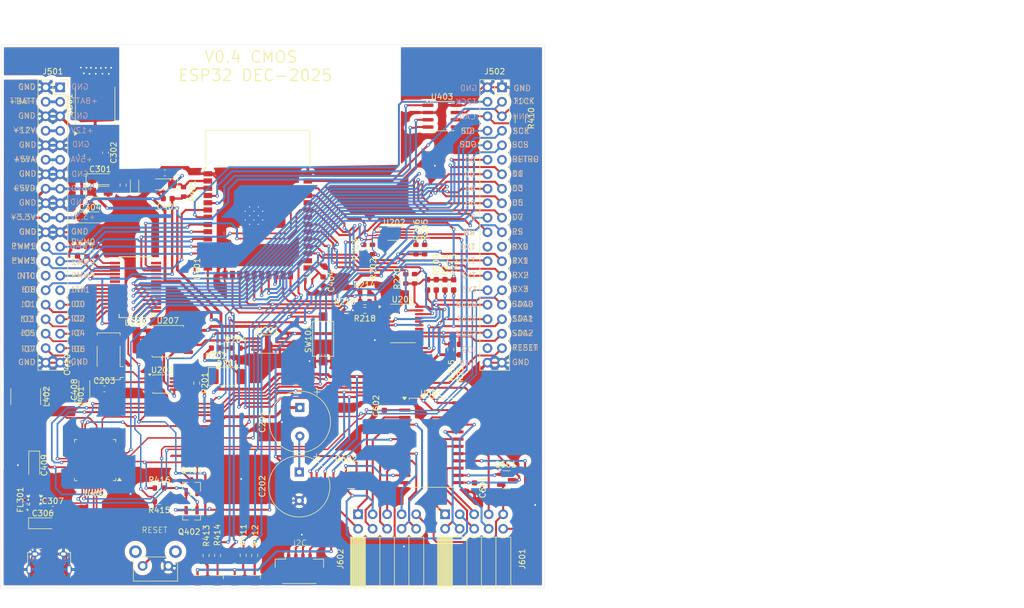
<source format=kicad_pcb>
(kicad_pcb (version 20241229) (generator "pcbnew") (generator_version "9.0")
  (title_block (title "CARTE CPU ESP32 ") (date "2025-10-24") (rev "V0.4") (company "CMOS74"))
  (layers (0 "F.Cu" signal) (2 "B.Cu" signal) (13 "F.Paste" user) (15 "B.Paste" user) (5 "F.SilkS" user "F.Silkscreen") (7 "B.SilkS" user "B.Silkscreen") (1 "F.Mask" user) (3 "B.Mask" user) (25 "Edge.Cuts" user))
  (net 0 "")
  (net 1 "GND")
  (net 2 "+5VD")
  (net 3 "+3.3V")
  (net 4 "/ESP32 Module/BOOT")
  (net 5 "Net-(D301-K)")
  (net 6 "Net-(C201-Pad2)")
  (net 7 "Net-(C201-Pad1)")
  (net 8 "Net-(U203-OSCO)")
  (net 9 "/ESP32 Module/D+")
  (net 10 "/ESP32 Module/D-")
  (net 11 "/PWM4")
  (net 12 "/PWM3")
  (net 13 "/PWM1")
  (net 14 "/PWM0")
  (net 15 "/PWM2")
  (net 16 "/SCL2-E")
  (net 17 "Net-(U601-CEXT)")
  (net 18 "/SDO")
  (net 19 "/SCL1-E")
  (net 20 "/SDA0-E")
  (net 21 "/SCK")
  (net 22 "/SDA2-E")
  (net 23 "/T2CK")
  (net 24 "/SDI")
  (net 25 "/CANL")
  (net 26 "/SDA1-E")
  (net 27 "/SCS")
  (net 28 "/SDA")
  (net 29 "/SCL")
  (net 30 "Net-(U201-O.S.)")
  (net 31 "/T1CK")
  (net 32 "/ESP32 Module/RTS")
  (net 33 "/TX3")
  (net 34 "/CANH")
  (net 36 "/CMOS_BUS/INT1")
  (net 37 "/RX3")
  (net 38 "+BATT")
  (net 39 "+5VA")
  (net 40 "/SEVEN SEGMENTS/D34")
  (net 41 "+12V")
  (net 42 "/CMOS_BUS/INT0")
  (net 43 "Net-(U203-OSCI)")
  (net 46 "/SEVEN SEGMENTS/G34")
  (net 47 "/ESP32 Module/TX0")
  (net 48 "/ESP32 Module/RX0")
  (net 49 "/SCL1")
  (net 50 "/SDA1")
  (net 51 "Net-(J601-Pin_9)")
  (net 52 "/SEVEN SEGMENTS/E34")
  (net 53 "/SEVEN SEGMENTS/B34")
  (net 54 "/RX1")
  (net 55 "/SEVEN SEGMENTS/F34")
  (net 56 "/SEVEN SEGMENTS/P34")
  (net 57 "/ESP32 Module/CAN-RX")
  (net 58 "Net-(J601-Pin_3)")
  (net 59 "/SEVEN SEGMENTS/C34")
  (net 60 "/TX2")
  (net 61 "/ESP32 Module/CAN-TX")
  (net 62 "/SEVEN SEGMENTS/A34")
  (net 63 "/RX2")
  (net 64 "Net-(J602-Pin_8)")
  (net 65 "Net-(J602-Pin_2)")
  (net 66 "Net-(J602-Pin_4)")
  (net 67 "/TX1")
  (net 68 "/SCL-5V")
  (net 69 "Net-(D201-K)")
  (net 71 "Net-(U204-A1)")
  (net 73 "Net-(U204-A0)")
  (net 76 "Net-(U204-A2)")
  (net 79 "Net-(U205-A2)")
  (net 83 "Net-(U205-A1)")
  (net 85 "Net-(U205-A0)")
  (net 86 "Net-(D202-K)")
  (net 87 "/D6")
  (net 88 "/D4")
  (net 89 "/RETRO")
  (net 90 "/D7")
  (net 91 "/RESET")
  (net 92 "/D2")
  (net 93 "/RW")
  (net 94 "/E")
  (net 95 "/D3")
  (net 96 "/RS")
  (net 97 "/D5")
  (net 98 "/D0")
  (net 99 "/D1")
  (net 100 "/IO6")
  (net 101 "/IO7")
  (net 102 "/IO3")
  (net 103 "/IO0")
  (net 104 "/IO4")
  (net 105 "/IO2")
  (net 106 "/IO5")
  (net 107 "/IO1")
  (net 108 "/IO8")
  (net 109 "/IO9")
  (net 110 "/SDA-5V")
  (net 113 "Net-(D403-K1)")
  (net 114 "Net-(D403-K2)")
  (net 115 "Net-(U401-IO2)")
  (net 116 "Net-(U401-IO4)")
  (net 117 "Net-(D404-K2)")
  (net 118 "Net-(D404-K1)")
  (net 119 "Net-(U401-IO5)")
  (net 120 "Net-(U401-IO12)")
  (net 121 "Net-(J602-Pin_1)")
  (net 122 "Net-(J602-Pin_5)")
  (net 123 "Net-(J602-Pin_10)")
  (net 124 "Net-(J602-Pin_7)")
  (net 125 "Net-(J602-Pin_6)")
  (net 126 "Net-(Q601-B)")
  (net 127 "Net-(Q602-B)")
  (net 129 "/SCL0-E")
  (net 130 "/CMOS_BUS/UART-RX0")
  (net 131 "/CMOS_BUS/UART-TX0")
  (net 134 "Net-(Q401-B)")
  (net 135 "/ESP32 Module/DTR")
  (net 136 "Net-(Q402-B)")
  (net 137 "Net-(U402-VIO)")
  (net 149 "/ESP32 Module/DCD")
  (net 152 "/ESP32 Module/RING")
  (net 159 "/ESP32 Module/CTS")
  (net 162 "/VBUS")
  (net 163 "/ESP32 Module/DSR")
  (net 164 "Net-(C408-Pad1)")
  (footprint "Capacitor_SMD:C_0603_1608Metric" (layer "F.Cu") (at 170.544 139.72 -90)
    (property "Reference" "C601")
    (property "Value" "100n")
  )
  (footprint "Crystal:Crystal_SMD_Abracon_ABS25-4Pin_8.0x3.8mm" (layer "F.Cu") (at 106.4768 116.7638 180)
    (property "Reference" "Y201" (hide yes))
    (property "Value" "32.278kHz" (hide yes))
  )
  (footprint "Resistor_SMD:R_0603_1608Metric" (layer "F.Cu") (at 151.138 98.044 90)
    (property "Reference" "R203")
    (property "Value" "2.2K")
  )
  (footprint "Resistor_SMD:R_0603_1608Metric" (layer "F.Cu") (at 160.028 103.187 90)
    (property "Reference" "R219" (hide yes))
    (property "Value" "2k2" (hide yes))
  )
  (footprint "Capacitor_Tantalum_SMD:CP_EIA-3216-10_Kemet-I" (layer "F.Cu") (at 116.2415 86.62 180)
    (property "Reference" "C402" (hide yes))
    (property "Value" "10µ/10V" (hide yes))
  )
  (footprint "Resistor_SMD:R_0603_1608Metric" (layer "F.Cu") (at 115.375 142.2)
    (property "Reference" "R415")
    (property "Value" "10k")
  )
  (footprint "Capacitor_SMD:C_0603_1608Metric" (layer "F.Cu") (at 154.746 125.445 90)
    (property "Reference" "C602")
    (property "Value" "2.7n")
  )
  (footprint "LED_SMD:LED_Kingbright_KPA-3010_3x2x1mm" (layer "F.Cu") (at 123.794 156.67 180)
    (property "Reference" "D404" (hide yes))
    (property "Value" "LED_Dual_KAK" (hide yes))
  )
  (footprint "Diode_SMD:D_2010_5025Metric_Pad1.52x2.65mm_HandSolder" (layer "F.Cu") (at 127.3065 120.32)
    (property "Reference" "D201")
    (property "Value" "D_Schottky")
  )
  (footprint "Capacitor_THT:CP_Radial_Tantal_D10.5mm_P5.00mm" (layer "F.Cu") (at 139.95 125.741067 -90)
    (property "Reference" "C201")
    (property "Value" "10F/2.7V" (hide yes))
  )
  (footprint "Capacitor_Tantalum_SMD:CP_EIA-3216-12_Kemet-S_HandSolder" (layer "F.Cu") (at 102.2096 122.6058 90)
    (property "Reference" "C408")
    (property "Value" "10µ/10V")
  )
  (footprint "Package_SO:TSSOP-20_4.4x6.5mm_P0.65mm" (layer "F.Cu") (at 157.996 110.998)
    (property "Reference" "U204")
    (property "Value" "TCA9544A")
  )
  (footprint "Resistor_SMD:R_0603_1608Metric" (layer "F.Cu") (at 115.375 139.85)
    (property "Reference" "R416")
    (property "Value" "10k" (hide yes))
  )
  (footprint "Capacitor_SMD:C_0603_1608Metric" (layer "F.Cu") (at 105.926 81.077 -90)
    (property "Reference" "C302")
    (property "Value" "100n")
  )
  (footprint "Capacitor_Tantalum_SMD:CP_EIA-3216-12_Kemet-S_HandSolder" (layer "F.Cu") (at 94.953 146.0246)
    (property "Reference" "C306")
    (property "Value" "10µ/10V")
  )
  (footprint "Resistor_SMD:R_0603_1608Metric" (layer "F.Cu") (at 158.504 103.187 90)
    (property "Reference" "R220")
    (property "Value" "2k2")
  )
  (footprint "Resistor_SMD:R_0603_1608Metric" (layer "F.Cu") (at 119.594 87.945 90)
    (property "Reference" "R401")
    (property "Value" "10k")
  )
  (footprint "RF_Module:ESP32-WROOM-32" (layer "F.Cu") (at 132.594 93.02)
    (property "Reference" "U401")
    (property "Value" "ESP32-WROOM-32" (hide yes))
  )
  (footprint "LED_SMD:LED_0603_1608Metric" (layer "F.Cu") (at 125.2555 115.316 180)
    (property "Reference" "D202")
    (property "Value" "RED")
  )
  (footprint "Resistor_SMD:R_0603_1608Metric_Pad0.98x0.95mm_HandSolder" (layer "F.Cu") (at 167.902 115.57 90)
    (property "Reference" "R217")
    (property "Value" "2k2")
  )
  (footprint "Connector_PinSocket_2.54mm:PinSocket_2x05_P2.54mm_Horizontal" (layer "F.Cu") (at 150.154 144.445 90)
    (property "Reference" "J602")
    (property "Value" "~")
  )
  (footprint "Resistor_SMD:R_0603_1608Metric" (layer "F.Cu") (at 130.0325 151.642 90)
    (property "Reference" "R411")
    (property "Value" "330" (hide yes))
  )
  (footprint "Resistor_SMD:R_0603_1608Metric" (layer "F.Cu") (at 128.723 115.316)
    (property "Reference" "R204")
    (property "Value" "330")
  )
  (footprint "Package_TO_SOT_SMD:TO-252-3_TabPin2" (layer "F.Cu") (at 104.1165 72.68 90)
    (property "Reference" "U301")
    (property "Value" "LM1117DT-2.5")
  )
  (footprint "Resistor_SMD:R_0603_1608Metric" (layer "F.Cu") (at 109.006 86.752 90)
    (property "Reference" "R301" (hide yes))
    (property "Value" "2K" (hide yes))
  )
  (footprint "Resistor_SMD:R_0603_1608Metric" (layer "F.Cu") (at 151.329 105.664 180)
    (property "Reference" "R214")
    (property "Value" "0")
  )
  (footprint "Resistor_SMD:R_1206_3216Metric" (layer "F.Cu") (at 178.57 75.1225 90)
    (property "Reference" "R410")
    (property "Value" "120")
  )
  (footprint "LED_SMD:LED_Kingbright_KPA-3010_3x2x1mm" (layer "F.Cu") (at 130.294 156.6575 180)
    (property "Reference" "D403" (hide yes))
    (property "Value" "LED_Dual_KAK" (hide yes))
  )
  (footprint "Resistor_SMD:R_0603_1608Metric_Pad0.98x0.95mm_HandSolder" (layer "F.Cu") (at 163.838 104.2435 -90)
    (property "Reference" "R209")
    (property "Value" "2k2")
  )
  (footprint "Package_SO:MSOP-8_3x3mm_P0.65mm" (layer "F.Cu") (at 134.344 114.62)
    (property "Reference" "U201")
    (property "Value" "LM75A")
  )
  (footprint "Package_SO:SOIC-8_5.3x5.3mm_P1.27mm" (layer "F.Cu") (at 116.844 114.12)
    (property "Reference" "U207")
    (property "Value" "AT24CS01-SSHM" (hide yes))
  )
  (footprint "Resistor_SMD:R_0603_1608Metric" (layer "F.Cu") (at 151.329 108.712 180)
    (property "Reference" "R218")
    (property "Value" "0")
  )
  (footprint "Resistor_SMD:R_0603_1608Metric" (layer "F.Cu") (at 151.329 107.188 180)
    (property "Reference" "R216")
    (property "Value" "0")
  )
  (footprint "Resistor_SMD:R_0603_1608Metric" (layer "F.Cu") (at 123.544 151.67 90)
    (property "Reference" "R413")
    (property "Value" "330" (hide yes))
  )
  (footprint "Resistor_SMD:R_0603_1608Metric_Pad0.98x0.95mm_HandSolder" (layer "F.Cu") (at 165.362 104.2435 -90)
    (property "Reference" "R211")
    (property "Value" "2k2")
  )
  (footprint "Capacitor_Tantalum_SMD:CP_EIA-3216-12_Kemet-S_HandSolder" (layer "F.Cu") (at 105.004 85.72)
    (property "Reference" "C301")
    (property "Value" "10µ/10V")
  )
  (footprint "Capacitor_SMD:C_0603_1608Metric_Pad1.08x0.95mm_HandSolder" (layer "F.Cu") (at 100.6602 118.2359 90)
    (property "Reference" "C410")
    (property "Value" "100n")
  )
  (footprint "Resistor_SMD:R_0603_1608Metric" (layer "F.Cu") (at 132.044 151.6575 90)
    (property "Reference" "R412")
    (property "Value" "330" (hide yes))
  )
  (footprint "Connector_USB:USB_Micro-B_Amphenol_10118194-0001LF_Horizontal" (layer "F.Cu") (at 96.052 152.8094)
    (property "Reference" "J101" (hide yes))
    (property "Value" "USB_B_Micro" (hide yes))
  )
  (footprint "Capacitor_SMD:C_0603_1608Metric" (layer "F.Cu") (at 144.026 103.632 -90)
    (property "Reference" "C404")
    (property "Value" "100n")
  )
  (footprint "Button_Switch_THT:SW_Tactile_SKHH_Angled" (layer "F.Cu") (at 116.924 153.49 180)
    (property "Reference" "SW102" (hide yes))
    (property "Value" "SW_Push_45deg" (hide yes))
  )
  (footprint "Capacitor_SMD:C_0603_1608Metric" (layer "F.Cu") (at 116.819 89.12 180)
    (property "Reference" "C401")
    (property "Value" "100n")
  )
  (footprint "Package_SO:MSOP-8_3x3mm_P0.65mm" (layer "F.Cu") (at 115.844 121.62)
    (property "Reference" "U203")
    (property "Value" "PCF8563T" (hide yes))
  )
  (footprint "Package_SO:SOP-24_7.5x15.4mm_P1.27mm" (layer "F.Cu") (at 162.9675 131.909)
    (property "Reference" "U601")
    (property "Value" "SAA1064T" (hide yes))
  )
  (footprint "Package_TO_SOT_SMD:SOT-23" (layer "F.Cu") (at 148.944 138.37)
    (property "Reference" "Q602")
    (property "Value" "BSR19")
  )
  (footprint "Package_TO_SOT_SMD:SOT-23" (layer "F.Cu") (at 176.1605 138.386)
    (property "Reference" "Q601")
    (property "Value" "BSR19" (hide yes))
  )
  (footprint "Resistor_SMD:R_0603_1608Metric" (layer "F.Cu") (at 160.282 98.044 90)
    (property "Reference" "R206")
    (property "Value" "2.2K")
  )
  (footprint "Capacitor_SMD:C_0603_1608Metric" (layer "F.Cu") (at 116.319 84.62 180)
    (property "Reference" "C403" (hide yes))
    (property "Value" "100n" (hide yes))
  )
  (footprint "Resistor_SMD:R_0603_1608Metric" (layer "F.Cu") (at 121.894 121.47 -90)
    (property "Reference" "R201")
    (property "Value" "150" (hide yes))
  )
  (footprint "Button_Switch_SMD:SW_SPST_CK_RS282G05A3" (layer "F.Cu") (at 144.026 113.702 90)
    (property "Reference" "SW101")
    (property "Value" "SW_Push_45deg")
  )
  (footprint "LED_SMD:LED_0603_1608Metric" (layer "F.Cu") (at 111.006 86.6395 90)
    (property "Reference" "D301" (hide yes))
    (property "Value" "RED LED" (hide yes))
  )
  (footprint "Resistor_SMD:R_0603_1608Metric" (layer "F.Cu") (at 102.674 98.422 90)
    (property "Reference" "R210" (hide yes))
    (property "Value" "0" (hide yes))
  )
  (footprint "Resistor_SMD:R_0603_1608Metric_Pad0.98x0.95mm_HandSolder" (layer "F.Cu") (at 166.378 115.57 90)
    (property "Reference" "R215")
    (property "Value" "2k2")
  )
  (footprint "Capacitor_THT:CP_Radial_Tantal_D10.5mm_P5.00mm" (layer "F.Cu") (at 139.85 137.05 -90)
    (property "Reference" "C202")
    (property "Value" "10F/2.7V" (hide yes))
  )
  (footprint "Package_TO_SOT_SMD:SOT-23" (layer "F.Cu") (at 121 139.6125 90)
    (property "Reference" "Q401")
    (property "Value" "BC817" (hide yes))
  )
  (footprint "Resistor_SMD:R_0603_1608Metric" (layer "F.Cu") (at 104.325 98.422 90)
    (property "Reference" "R212" (hide yes))
    (property "Value" "0")
  )
  (footprint "Capacitor_SMD:C_0603_1608Metric" (layer "F.Cu") (at 105.7278 122.4788)
    (property "Reference" "C203")
    (property "Value" "10p")
  )
  (footprint "Resistor_SMD:R_0603_1608Metric_Pad0.98x0.95mm_HandSolder" (layer "F.Cu") (at 162.314 104.2435 -90)
    (property "Reference" "R208" (hide yes))
    (property "Value" "2k2")
  )
  (footprint "Package_SO:SSOP-28_5.3x10.2mm_P0.65mm" (layer "F.Cu") (at 111.183 104.645 180)
    (property "Reference" "U205")
    (property "Value" "MCP23017_SS")
  )
  (footprint "Capacitor_Tantalum_SMD:CP_EIA-3216-12_Kemet-S_HandSolder" (layer "F.Cu") (at 103.204 92.42)
    (property "Reference" "C304")
    (property "Value" "10µ/10V")
  )
  (footprint "Package_SO:SOIC-8_3.9x4.9mm_P1.27mm" (layer "F.Cu") (at 164.854 74.676)
    (property "Reference" "U403")
    (property "Value" "TJA1051T")
  )
  (footprint "Capacitor_Tantalum_SMD:CP_EIA-3216-12_Kemet-S_HandSolder" (layer "F.Cu") (at 93.4466 135.8646 -90)
    (property "Reference" "C409")
    (property "Value" "10µ/10V")
  )
  (footprint "Connector_JST:JST_GH_SM04B-GHS-TB_1x04-1MP_P1.25mm_Horizontal" (layer "F.Cu") (at 139.869 154.02)
    (property "Reference" "J102" (hide yes))
    (property "Value" "Conn_01x04")
  )
  (footprint "Capacitor_SMD:C_2220_5750Metric" (layer "F.Cu") (at 97.9424 123.825 -90)
    (property "Reference" "L401")
    (property "Value" "39µH")
  )
  (footprint "Package_QFP:TQFP-48_7x7mm_P0.5mm" (layer "F.Cu") (at 104.1106 134.94795 180)
    (property "Reference" "U402")
    (property "Value" "XR21V1414-T")
  )
  (footprint "Filter:Filter_Mini-Circuits_FV1206" (layer "F.Cu") (at 93.5097 141.9098 90)
    (property "Reference" "FL301")
    (property "Value" "LFCN-80")
  )
  (footprint "Package_SO:VSSOP-8_2.3x2mm_P0.5mm" (layer "F.Cu") (at 156.472 95.25)
    (property "Reference" "U202")
    (property "Value" "PCA9306")
  )
  (footprint "Resistor_SMD:R_0603_1608Metric" (layer "F.Cu") (at 101.023 98.422 90)
    (property "Reference" "R207" (hide yes))
    (property "Value" "0")
  )
  (footprint "Resistor_SMD:R_0603_1608Metric" (layer "F.Cu") (at 125.544 151.67 90)
    (property "Reference" "R414")
    (property "Value" "330" (hide yes))
  )
  (footprint "Connector_PinSocket_2.54mm:PinSocket_2x20_P2.54mm_Vertical" (layer "F.Cu") (at 97.984 69.62)
    (property "Reference" "J501")
    (property "Value" "Conn_02x20_Odd_Even" (hide yes))
  )
  (footprint "Capacitor_Tantalum_SMD:CP_EIA-3216-12_Kemet-S_HandSolder" (layer "F.Cu") (at 104.954 87.92)
    (property "Reference" "C305" (hide yes))
    (property "Value" "10µ/10V")
  )
  (footprint "Resistor_SMD:R_0603_1608Metric_Pad0.98x0.95mm_HandSolder" (layer "F.Cu") (at 166.886 104.2435 -90)
    (property "Reference" "R213")
    (property "Value" "2k2")
  )
  (footprint "Capacitor_SMD:C_0603_1608Metric" (layer "F.Cu") (at 96.6848 143.5608)
    (property "Reference" "C307")
    (property "Value" "100n")
  )
  (footprint "Connector_PinSocket_2.54mm:PinSocket_2x05_P2.54mm_Horizontal" (layer "F.Cu") (at 165.394 144.445 90)
    (property "Reference" "J601")
    (property "Value" "~")
  )
  (footprint "Resistor_SMD:R_0603_1608Metric" (layer "F.Cu") (at 152.662 98.044 90)
    (property "Reference" "R202")
    (property "Value" "2.2K")
  )
  (footprint "Package_TO_SOT_SMD:SOT-23" (layer "F.Cu") (at 121 144.6875 -90)
    (property "Reference" "Q402")
    (property "Value" "BC807" (hide yes))
  )
  (footprint "Resistor_SMD:R_0603_1608Metric" (layer "F.Cu") (at 161.806 98.044 90)
    (property "Reference" "R205")
    (property "Value" "2.2K")
  )
  (footprint "Capacitor_SMD:C_2220_5750Metric" (layer "F.Cu") (at 91.948 123.825 -90)
    (property "Reference" "L402")
    (property "Value" "39µH")
  )
  (footprint "Connector_PinSocket_2.54mm:PinSocket_2x20_P2.54mm_Vertical" (layer "F.Cu") (at 175.344 69.62)
    (property "Reference" "J502")
    (property "Value" "Conn_02x20_Odd_Even" (hide yes))
  )
  (footprint "Capacitor_SMD:C_0603_1608Metric" (layer "F.Cu") (at 101.744 81.495 90)
    (property "Reference" "C303" (hide yes))
    (property "Value" "100n" (hide yes))
  )
  (gr_line (start 182.844 157.37) (end 182.844 62.12) (stroke (width 0.05)) (layer "Edge.Cuts"))
  (gr_line (start 87.644 62.12) (end 87.594 157.37) (stroke (width 0.05)) (layer "Edge.Cuts"))
  (gr_line (start 87.594 157.37) (end 182.844 157.37) (stroke (width 0.05)) (layer "Edge.Cuts"))
  (gr_line (start 182.844 62.12) (end 87.644 62.12) (stroke (width 0.05)) (layer "Edge.Cuts"))
  (gr_text "RS" (at 177.038 95.504 0) (layer "F.SilkS") (effects (font (size 1 1) (thickness 0.1)) (justify left bottom)))
  (gr_text "RX0" (at 177.0126 98.1456 0) (layer "F.SilkS") (effects (font (size 1 1) (thickness 0.1)) (justify left bottom)))
  (gr_text "D5" (at 177.038 90.424 0) (layer "F.SilkS") (effects (font (size 1 1) (thickness 0.1)) (justify left bottom)))
  (gr_text "RESET" (at 177.038 115.824 0) (layer "F.SilkS") (effects (font (size 1 1) (thickness 0.1)) (justify left bottom)))
  (gr_text "IO6" (at 99.822 116.078 0) (layer "F.SilkS") (effects (font (size 1 1) (thickness 0.1)) (justify left bottom)))
  (gr_text "PWM3" (at 93.726 100.584 0) (layer "F.SilkS") (effects (font (size 1 1) (thickness 0.1)) (justify right bottom)))
  (gr_text "PWM1" (at 93.726 98.044 0) (layer "F.SilkS") (effects (font (size 1 1) (thickness 0.1)) (justify right bottom)))
  (gr_text "GND" (at 90.678 95.504 0) (layer "F.SilkS") (effects (font (size 1 1) (thickness 0.1)) (justify left bottom)))
  (gr_text "+5VD" (at 93.726 87.884 0) (layer "F.SilkS") (effects (font (size 1 1) (thickness 0.1)) (justify right bottom)))
  (gr_text "IO4" (at 99.822 113.284 0) (layer "F.SilkS") (effects (font (size 1 1) (thickness 0.1)) (justify left bottom)))
  (gr_text "IO5" (at 93.726 113.284 0) (layer "F.SilkS") (effects (font (size 1 1) (thickness 0.1)) (justify right bottom)))
  (gr_text "RESET" (at 112.1918 147.8026 0) (layer "F.SilkS") (effects (font (size 1 1) (thickness 0.1)) (justify left bottom)))
  (gr_text "SCS" (at 177.038 80.264 0) (layer "F.SilkS") (effects (font (size 1 1) (thickness 0.1)) (justify left bottom)))
  (gr_text "SDA0" (at 177.038 108.204 0) (layer "F.SilkS") (effects (font (size 1 1) (thickness 0.1)) (justify left bottom)))
  (gr_text "IO2" (at 99.822 110.744 0) (layer "F.SilkS") (effects (font (size 1 1) (thickness 0.1)) (justify left bottom)))
  (gr_text "E" (at 169.7228 93.0148 0) (layer "F.SilkS") (effects (font (size 1 1) (thickness 0.1)) (justify left bottom)))
  (gr_text "TX2" (at 168.148 103.1748 0) (layer "F.SilkS") (effects (font (size 1 1) (thickness 0.1)) (justify left bottom)))
  (gr_text "INT0" (at 93.7006 103.251 0) (layer "F.SilkS") (effects (font (size 1 1) (thickness 0.1)) (justify right bottom)))
  (gr_text "SDO" (at 167.8178 80.2132 0) (layer "F.SilkS") (effects (font (size 1 1) (thickness 0.1)) (justify left bottom)))
  (gr_text "SDA2" (at 177.038 113.284 0) (layer "F.SilkS") (effects (font (size 1 1) (thickness 0.1)) (justify left bottom)))
  (gr_text "RW" (at 168.4274 95.7072 0) (layer "F.SilkS") (effects (font (size 1 1) (thickness 0.1)) (justify left bottom)))
  (gr_text "GND" (at 177.038 118.364 0) (layer "F.SilkS") (effects (font (size 1 1) (thickness 0.1)) (justify left bottom)))
  (gr_text "SDA1" (at 177.038 110.744 0) (layer "F.SilkS") (effects (font (size 1 1) (thickness 0.1)) (justify left bottom)))
  (gr_text "+BATT" (at 93.726 72.644 0) (layer "F.SilkS") (effects (font (size 1 1) (thickness 0.1)) (justify right bottom)))
  (gr_text "GND" (at 99.822 95.504 0) (layer "F.SilkS") (effects (font (size 1 1) (thickness 0.1)) (justify left bottom)))
  (gr_text "SCL1" (at 167.2336 110.7948 0) (layer "F.SilkS") (effects (font (size 1 1) (thickness 0.1)) (justify left bottom)))
  (gr_text "+3.3V" (at 93.726 92.964 0) (layer "F.SilkS") (effects (font (size 1 1) (thickness 0.1)) (justify right bottom)))
  (gr_text "+12V" (at 93.726 77.724 0) (layer "F.SilkS") (effects (font (size 1 1) (thickness 0.1)) (justify right bottom)))
  (gr_text "SCL0" (at 167.2082 108.3056 0) (layer "F.SilkS") (effects (font (size 1 1) (thickness 0.1)) (justify left bottom)))
  (gr_text "D2" (at 168.6306 85.4964 0) (layer "F.SilkS") (effects (font (size 1 1) (thickness 0.1)) (justify left bottom)))
  (gr_text "RX1" (at 177.038 100.584 0) (layer "F.SilkS") (effects (font (size 1 1) (thickness 0.1)) (justify left bottom)))
  (gr_text "+5VA" (at 93.726 82.804 0) (layer "F.SilkS") (effects (font (size 1 1) (thickness 0.1)) (justify right bottom)))
  (gr_text "IO7" (at 93.726 116.078 0) (layer "F.SilkS") (effects (font (size 1 1) (thickness 0.1)) (justify right bottom)))
  (gr_text "GND" (at 90.678 85.344 0) (layer "F.SilkS") (effects (font (size 1 1) (thickness 0.1)) (justify left bottom)))
  (gr_text "GND" (at 90.678 90.424 0) (layer "F.SilkS") (effects (font (size 1 1) (thickness 0.1)) (justify left bottom)))
  (gr_text "D7" (at 177.038 92.964 0) (layer "F.SilkS") (effects (font (size 1 1) (thickness 0.1)) (justify left bottom)))
  (gr_text "IO1" (at 93.726 108.204 0) (layer "F.SilkS") (effects (font (size 1 1) (thickness 0.1)) (justify right bottom)))
  (gr_text "IO0" (at 99.822 108.204 0) (layer "F.SilkS") (effects (font (size 1 1) (thickness 0.1)) (justify left bottom)))
  (gr_text "PWM2" (at 99.822 100.838 0) (layer "F.SilkS") (effects (font (size 1 1) (thickness 0.1)) (justify left bottom)))
  (gr_text "GND" (at 93.726 70.104 0) (layer "F.SilkS") (effects (font (size 1 1) (thickness 0.1)) (justify right bottom)))
  (gr_text "V0.4 CMOS \nESP32 DEC-2025" (at 132.144 65.92 0) (layer "F.SilkS") (effects (font (size 2 2) (thickness 0.2))))
  (gr_text "D4" (at 168.783 87.9602 0) (layer "F.SilkS") (effects (font (size 1 1) (thickness 0.1)) (justify left bottom)))
  (gr_text "RX3" (at 177.038 105.5624 0) (layer "F.SilkS") (effects (font (size 1 1) (thickness 0.1)) (justify left bottom)))
  (gr_text "D1" (at 177.038 85.344 0) (layer "F.SilkS") (effects (font (size 1 1) (thickness 0.1)) (justify left bottom)))
  (gr_text "GND" (at 177.292 70.358 0) (layer "F.SilkS") (effects (font (size 1 1) (thickness 0.1)) (justify left bottom)))
  (gr_text "GND" (at 102.9208 118.3132 0) (layer "F.SilkS") (effects (font (size 1 1) (thickness 0.1)) (justify right bottom)))
  (gr_text "IO3" (at 93.5228 110.8202 0) (layer "F.SilkS") (effects (font (size 1 1) (thickness 0.1)) (justify right bottom)))
  (gr_text "PWM4" (at 99.822 103.124 0) (layer "F.SilkS") (effects (font (size 1 1) (thickness 0.1)) (justify left bottom)))
  (gr_text "RX2" (at 177.038 103.124 0) (layer "F.SilkS") (effects (font (size 1 1) (thickness 0.1)) (justify left bottom)))
  (gr_text "TX0" (at 168.0718 98.1964 0) (layer "F.SilkS") (effects (font (size 1 1) (thickness 0.1)) (justify left bottom)))
  (gr_text "IO8" (at 93.726 105.664 0) (layer "F.SilkS") (effects (font (size 1 1) (thickness 0.1)) (justify right bottom)))
  (gr_text "TX3" (at 168.3766 105.6894 0) (layer "F.SilkS") (effects (font (size 1 1) (thickness 0.1)) (justify left bottom)))
  (gr_text "D0" (at 168.7322 82.9564 0) (layer "F.SilkS") (effects (font (size 1 1) (thickness 0.1)) (justify left bottom)))
  (gr_text "D6" (at 168.783 90.5002 0) (layer "F.SilkS") (effects (font (size 1 1) (thickness 0.1)) (justify left bottom)))
  (gr_text "GND" (at 93.726 118.364 0) (layer "F.SilkS") (effects (font (size 1 1) (thickness 0.1)) (justify right bottom)))
  (gr_text "SCL2" (at 167.1828 113.3602 0) (layer "F.SilkS") (effects (font (size 1 1) (thickness 0.1)) (justify left bottom)))
  (gr_text "GND" (at 90.678 80.264 0) (layer "F.SilkS") (effects (font (size 1 1) (thickness 0.1)) (justify left bottom)))
  (gr_text "INT1" (at 99.9236 105.664 0) (layer "F.SilkS") (effects (font (size 1 1) (thickness 0.1)) (justify left bottom)))
  (gr_text "I2C" (at 138.7094 150.0632 0) (layer "F.SilkS") (effects (font (size 1 1) (thickness 0.1)) (justify left bottom)))
  (gr_text "RETRO" (at 177.038 82.804 0) (layer "F.SilkS") (effects (font (size 1 1) (thickness 0.1)) (justify left bottom)))
  (gr_text "PWM0" (at 99.822 97.282 0) (layer "F.SilkS") (effects (font (size 1 1) (thickness 0.1)) (justify left bottom)))
  (gr_text "T1CK" (at 177.292 72.644 0) (layer "F.SilkS") (effects (font (size 1 1) (thickness 0.1)) (justify left bottom)))
  (gr_text "GND" (at 93.726 75.184 0) (layer "F.SilkS") (effects (font (size 1 1) (thickness 0.1)) (justify right bottom)))
  (gr_text "TX1" (at 168.0718 100.6094 0) (layer "F.SilkS") (effects (font (size 1 1) (thickness 0.1)) (justify left bottom)))
  (gr_text "SDI" (at 168.1226 77.851 0) (layer "F.SilkS") (effects (font (size 1 1) (thickness 0.1)) (justify left bottom)))
  (gr_text "SCK" (at 177.165 77.8764 0) (layer "F.SilkS") (effects (font (size 1 1) (thickness 0.1)) (justify left bottom)))
  (gr_text "D3" (at 177.038 87.884 0) (layer "F.SilkS") (effects (font (size 1 1) (thickness 0.1)) (justify left bottom)))
  (gr_text "GND" (at 90.7288 85.344 0) (layer "B.SilkS") (effects (font (size 1 1) (thickness 0.1)) (justify right bottom mirror)))
  (gr_text "GND" (at 99.822 95.4532 0) (layer "B.SilkS") (effects (font (size 1 1) (thickness 0.1)) (justify right bottom mirror)))
  (gr_text "GND" (at 177.038 118.3894 0) (layer "B.SilkS") (effects (font (size 1 1) (thickness 0.1)) (justify right bottom mirror)))
  (gr_text "GND" (at 99.7712 118.3132 0) (layer "B.SilkS") (effects (font (size 1 1) (thickness 0.1)) (justify right bottom mirror)))
  (gr_text "INT0" (at 90.3732 103.2764 0) (layer "B.SilkS") (effects (font (size 1 1) (thickness 0.1)) (justify right bottom mirror)))
  (gr_text "D0" (at 170.815 82.931 0) (layer "B.SilkS") (effects (font (size 1 1) (thickness 0.1)) (justify left bottom mirror)))
  (gr_text "D6" (at 170.8404 90.5256 0) (layer "B.SilkS") (effects (font (size 1 1) (thickness 0.1)) (justify left bottom mirror)))
  (gr_text "RX0" (at 180.0352 98.171 0) (layer "B.SilkS") (effects (font (size 1 1) (thickness 0.1)) (justify left bottom mirror)))
  (gr_text "GND" (at 90.7034 80.2894 0) (layer "B.SilkS") (effects (font (size 1 1) (thickness 0.1)) (justify right bottom mirror)))
  (gr_text "IO2" (at 102.362 110.7186 0) (layer "B.SilkS") (effects (font (size 1 1) (thickness 0.1)) (justify left bottom mirror)))
  (gr_text "SCK" (at 180.1876 77.851 0) (layer "B.SilkS") (effects (font (size 1 1) (thickness 0.1)) (justify left bottom mirror)))
  (gr_text "+3.3V" (at 89.3318 92.9386 0) (layer "B.SilkS") (effects (font (size 1 1) (thickness 0.1)) (justify right bottom mirror)))
  (gr_text "RX1" (at 180.0606 100.584 0) (layer "B.SilkS") (effects (font (size 1 1) (thickness 0.1)) (justify left bottom mirror)))
  (gr_text "TX2" (at 170.8404 103.2002 0) (layer "B.SilkS") (effects (font (size 1 1) (thickness 0.1)) (justify left bottom mirror)))
  (gr_text "PWM1" (at 89.4842 98.0694 0) (layer "B.SilkS") (effects (font (size 1 1) (thickness 0.1)) (justify right bottom mirror)))
  (gr_text "T1CK" (at 181.0512 72.6186 0) (layer "B.SilkS") (effects (font (size 1 1) (thickness 0.1)) (justify left bottom mirror)))
  (gr_text "RESET" (at 181.8132 115.8748 0) (layer "B.SilkS") (effects (font (size 1 1) (thickness 0.1)) (justify left bottom mirror)))
  (gr_text "IO5" (at 90.9066 113.2586 0) (layer "B.SilkS") (effects (font (size 1 1) (thickness 0.1)) (justify right bottom mirror)))
  (gr_text "SDA0" (at 180.8734 108.204 0) (layer "B.SilkS") (effects (font (size 1 1) (thickness 0.1)) (justify left bottom mirror)))
  (gr_text "RX3" (at 180.1114 105.5878 0) (layer "B.SilkS") (effects (font (size 1 1) (thickness 0.1)) (justify left bottom mirror)))
  (gr_text "RW" (at 170.7388 95.6564 0) (layer "B.SilkS") (effects (font (size 1 1) (thickness 0.1)) (justify left bottom mirror)))
  (gr_text "+5VD" (at 89.7636 87.884 0) (layer "B.SilkS") (effects (font (size 1 1) (thickness 0.1)) (justify right bottom mirror)))
  (gr_text "PWM3" (at 89.4334 100.6094 0) (layer "B.SilkS") (effects (font (size 1 1) (thickness 0.1)) (justify right bottom mirror)))
  (gr_text "CANL" (at 170.815 75.3618 0) (layer "B.SilkS") (effects (font (size 1 1) (thickness 0.1)) (justify left bottom mirror)))
  (gr_text "SDA2" (at 180.8988 113.284 0) (layer "B.SilkS") (effects (font (size 1 1) (thickness 0.1)) (justify left bottom mirror)))
  (gr_text "SCL1" (at 171.0436 110.7948 0) (layer "B.SilkS") (effects (font (size 1 1) (thickness 0.1)) (justify left bottom mirror)))
  (gr_text "GND" (at 99.8728 70.104 0) (layer "B.SilkS") (effects (font (size 1 1) (thickness 0.1)) (justify right bottom mirror)))
  (gr_text "GND" (at 90.6018 70.1802 0) (layer "B.SilkS") (effects (font (size 1 1) (thickness 0.1)) (justify right bottom mirror)))
  (gr_text "E" (at 170.7642 93.0148 0) (layer "B.SilkS") (effects (font (size 1 1) (thickness 0.1)) (justify left bottom mirror)))
  (gr_text "SCS" (at 180.086 80.264 0) (layer "B.SilkS") (effects (font (size 1 1) (thickness 0.1)) (justify left bottom mirror)))
  (gr_text "TX3" (at 171.0182 105.6894 0) (layer "B.SilkS") (effects (font (size 1 1) (thickness 0.1)) (justify left bottom mirror)))
  (gr_text "RS" (at 179.1208 95.5294 0) (layer "B.SilkS") (effects (font (size 1 1) (thickness 0.1)) (justify left bottom mirror)))
  (gr_text "GND" (at 90.7542 95.5548 0) (layer "B.SilkS") (effects (font (size 1 1) (thickness 0.1)) (justify right bottom mirror)))
  (gr_text "IO8" (at 91.2114 105.664 0) (layer "B.SilkS") (effects (font (size 1 1) (thickness 0.1)) (justify right bottom mirror)))
  (gr_text "+5VA" (at 99.7458 82.8294 0) (layer "B.SilkS") (effects (font (size 1 1) (thickness 0.1)) (justify right bottom mirror)))
  (gr_text "PWM4" (at 104.2162 103.1494 0) (layer "B.SilkS") (effects (font (size 1 1) (thickness 0.1)) (justify left bottom mirror)))
  (gr_text "SDA1" (at 180.8734 110.7948 0) (layer "B.SilkS") (effects (font (size 1 1) (thickness 0.1)) (justify left bottom mirror)))
  (gr_text "IO7" (at 91.1098 116.0526 0) (layer "B.SilkS") (effects (font (size 1 1) (thickness 0.1)) (justify right bottom mirror)))
  (gr_text "GND" (at 99.7966 75.184 0) (layer "B.SilkS") (effects (font (size 1 1) (thickness 0.1)) (justify right bottom mirror)))
  (gr_text "GND" (at 99.8728 85.3948 0) (layer "B.SilkS") (effects (font (size 1 1) (thickness 0.1)) (justify right bottom mirror)))
  (gr_text "+12V" (at 89.7636 77.6986 0) (layer "B.SilkS") (effects (font (size 1 1) (thickness 0.1)) (justify right bottom mirror)))
  (gr_text "GND" (at 177.3174 70.358 0) (layer "B.SilkS") (effects (font (size 1 1) (thickness 0.1)) (justify right bottom mirror)))
  (gr_text "RETRO" (at 181.8894 82.804 0) (layer "B.SilkS") (effects (font (size 1 1) (thickness 0.1)) (justify left bottom mirror)))
  (gr_text "IO1" (at 90.8812 108.204 0) (layer "B.SilkS") (effects (font (size 1 1) (thickness 0.1)) (justify right bottom mirror)))
  (gr_text "GND" (at 167.9194 70.358 0) (layer "B.SilkS") (effects (font (size 1 1) (thickness 0.1)) (justify right bottom mirror)))
  (gr_text "RX2" (at 180.1622 103.124 0) (layer "B.SilkS") (effects (font (size 1 1) (thickness 0.1)) (justify left bottom mirror)))
  (gr_text "+5VA" (at 89.9414 82.804 0) (layer "B.SilkS") (effects (font (size 1 1) (thickness 0.1)) (justify right bottom mirror)))
  (gr_text "IO4" (at 102.362 113.284 0) (layer "B.SilkS") (effects (font (size 1 1) (thickness 0.1)) (justify left bottom mirror)))
  (gr_text "SDO" (at 170.942 80.2386 0) (layer "B.SilkS") (effects (font (size 1 1) (thickness 0.1)) (justify left bottom mirror)))
  (gr_text "+5VD" (at 99.7966 87.9348 0) (layer "B.SilkS") (effects (font (size 1 1) (thickness 0.1)) (justify right bottom mirror)))
  (gr_text "SCL0" (at 171.0436 108.3056 0) (layer "B.SilkS") (effects (font (size 1 1) (thickness 0.1)) (justify left bottom mirror)))
  (gr_text "TX1" (at 170.7388 100.6094 0) (layer "B.SilkS") (effects (font (size 1 1) (thickness 0.1)) (justify left bottom mirror)))
  (gr_text "GND" (at 90.7034 90.3986 0) (layer "B.SilkS") (effects (font (size 1 1) (thickness 0.1)) (justify right bottom mirror)))
  (gr_text "IO6" (at 102.4382 116.078 0) (layer "B.SilkS") (effects (font (size 1 1) (thickness 0.1)) (justify left bottom mirror)))
  (gr_text "PWM0" (at 103.9622 98.0186 0) (layer "B.SilkS") (effects (font (size 1 1) (thickness 0.1)) (justify left bottom mirror)))
  (gr_text "T2CK" (at 170.942 72.771 0) (layer "B.SilkS") (effects (font (size 1 1) (thickness 0.1)) (justify left bottom mirror)))
  (gr_text "GND" (at 167.8178 118.5418 0) (layer "B.SilkS") (effects (font (size 1 1) (thickness 0.1)) (justify right bottom mirror)))
  (gr_text "D1" (at 179.1716 85.3186 0) (layer "B.SilkS") (effects (font (size 1 1) (thickness 0.1)) (justify left bottom mirror)))
  (gr_text "GND" (at 90.5764 75.2094 0) (layer "B.SilkS") (effects (font (size 1 1) (thickness 0.1)) (justify right bottom mirror)))
  (gr_text "D3" (at 179.1462 87.9094 0) (layer "B.SilkS") (effects (font (size 1 1) (thickness 0.1)) (justify left bottom mirror)))
  (gr_text "GND" (at 90.6018 118.364 0) (layer "B.SilkS") (effects (font (size 1 1) (thickness 0.1)) (justify right bottom mirror)))
  (gr_text "GND" (at 100.0252 80.1878 0) (layer "B.SilkS") (effects (font (size 1 1) (thickness 0.1)) (justify right bottom mirror)))
  (gr_text "IO9" (at 170.8658 116.205 0) (layer "B.SilkS") (effects (font (size 1 1) (thickness 0.1)) (justify left bottom mirror)))
  (gr_text "IO3" (at 90.9574 110.8202 0) (layer "B.SilkS") (effects (font (size 1 1) (thickness 0.1)) (justify right bottom mirror)))
  (gr_text "SCL2" (at 171.0182 113.3602 0) (layer "B.SilkS") (effects (font (size 1 1) (thickness 0.1)) (justify left bottom mirror)))
  (gr_text "D2" (at 170.7388 85.5218 0) (layer "B.SilkS") (effects (font (size 1 1) (thickness 0.1)) (justify left bottom mirror)))
  (gr_text "+12V" (at 99.7966 77.7494 0) (layer "B.SilkS") (effects (font (size 1 1) (thickness 0.1)) (justify right bottom mirror)))
  (gr_text "+BATT" (at 89.0016 72.5932 0) (layer "B.SilkS") (effects (font (size 1 1) (thickness 0.1)) (justify right bottom mirror)))
  (gr_text "GND" (at 99.6696 90.3224 0) (layer "B.SilkS") (effects (font (size 1 1) (thickness 0.1)) (justify right bottom mirror)))
  (gr_text "D5" (at 179.197 90.4494 0) (layer "B.SilkS") (effects (font (size 1 1) (thickness 0.1)) (justify left bottom mirror)))
  (gr_text "CANH" (at 181.229 75.311 0) (layer "B.SilkS") (effects (font (size 1 1) (thickness 0.1)) (justify left bottom mirror)))
  (gr_text "TX0" (at 170.7388 98.1964 0) (layer "B.SilkS") (effects (font (size 1 1) (thickness 0.1)) (justify left bottom mirror)))
  (gr_text "+BATT" (at 99.9236 72.5678 0) (layer "B.SilkS") (effects (font (size 1 1) (thickness 0.1)) (justify right bottom mirror)))
  (gr_text "INT1" (at 103.0224 105.664 0) (layer "B.SilkS") (effects (font (size 1 1) (thickness 0.1)) (justify left bottom mirror)))
  (gr_text "D7" (at 179.1208 92.9894 0) (layer "B.SilkS") (effects (font (size 1 1) (thickness 0.1)) (justify left bottom mirror)))
  (gr_text "PWM2" (at 104.1908 100.8634 0) (layer "B.SilkS") (effects (font (size 1 1) (thickness 0.1)) (justify left bottom mirror)))
  (gr_text "+3.3V" (at 99.6696 92.9132 0) (layer "B.SilkS") (effects (font (size 1 1) (thickness 0.1)) (justify right bottom mirror)))
  (gr_text "D4" (at 170.7896 87.9602 0) (layer "B.SilkS") (effects (font (size 1 1) (thickness 0.1)) (justify left bottom mirror)))
  (gr_text "D3" (at 179.1462 85.3694 0) (layer "B.SilkS") (effects (font (size 1 1) (thickness 0.1)) (justify left bottom mirror)))
  (gr_text "SDI" (at 170.561 77.851 0) (layer "B.SilkS") (effects (font (size 1 1) (thickness 0.1)) (justify left bottom mirror)))
  (gr_text "IO0" (at 102.3874 108.204 0) (layer "B.SilkS") (effects (font (size 1 1) (thickness 0.1)) (justify left bottom mirror)))
  (segment (start 144.026 117.602) (end 146.314 117.602) (width 0.35) (layer "F.Cu") (net 1))
  (segment (start 123.844 84.77) (end 124.574 84.77) (width 0.35) (layer "F.Cu") (net 1))
  (segment (start 92.5822 141.9098) (end 91.567 142.925) (width 0.25) (layer "F.Cu") (net 1))
  (segment (start 164.473 74.041) (end 165.743 72.771) (width 0.35) (layer "F.Cu") (net 1))
  (segment (start 156.444 124.67) (end 154.746 124.67) (width 0.35) (layer "F.Cu") (net 1))
  (segment (start 114.749 116.025) (end 113.2565 116.025) (width 0.5) (layer "F.Cu") (net 1))
  (segment (start 177.733 150.07) (end 158.175 150.07) (width 0.35) (layer "F.Cu") (net 1))
  (segment (start 99.695 117.3734) (end 100.6602 117.3734) (width 0.4) (layer "F.Cu") (net 1))
  (segment (start 181.162 128.12) (end 181.162 129.02) (width 0.35) (layer "F.Cu") (net 1))
  (segment (start 93.027 154.1094) (end 93.027 151.9344) (width 0.25) (layer "F.Cu") (net 1))
  (segment (start 97.984 95.02) (end 100.344 95.02) (width 0.35) (layer "F.Cu") (net 1))
  (segment (start 106.5028 123.4942) (end 106.5028 122.4788) (width 0.3) (layer "F.Cu") (net 1))
  (segment (start 111.717 103.02) (end 114.783 103.02) (width 0.3) (layer "F.Cu") (net 1))
  (segment (start 109.85 97.597) (end 110.294 98.041) (width 0.3) (layer "F.Cu") (net 1))
  (segment (start 167.329 72.771) (end 168.791 72.771) (width 0.35) (layer "F.Cu") (net 1))
  (segment (start 114.889 87.965) (end 116.044 89.12) (width 0.4) (layer "F.Cu") (net 1))
  (segment (start 150.504 108.712) (end 150.504 113.412) (width 0.35) (layer "F.Cu") (net 1))
  (segment (start 104.325 97.597) (end 109.85 97.597) (width 0.3) (layer "F.Cu") (net 1))
  (segment (start 106.3712 136.22335) (end 106.3966 136.19795) (width 0.25) (layer "F.Cu") (net 1))
  (segment (start 112.403 89.154) (end 110.498 89.154) (width 0.5) (layer "F.Cu") (net 1))
  (segment (start 138.669 114.295) (end 139.044 114.67) (width 0.35) (layer "F.Cu") (net 1))
  (segment (start 102.8606 139.11045) (end 102.8606 137.61495) (width 0.25) (layer "F.Cu") (net 1))
  (segment (start 133.314 115.595) (end 134.244 116.525) (width 0.35) (layer "F.Cu") (net 1))
  (segment (start 105.926 85.852) (end 105.926 83.439) (width 0.5) (layer "F.Cu") (net 1))
  (segment (start 104.974 92.47) (end 106.844 92.47) (width 0.35) (layer "F.Cu") (net 1))
  (segment (start 136.819 116.525) (end 139.012 116.525) (width 0.35) (layer "F.Cu") (net 1))
  (segment (start 95.052 154.1094) (end 97.052 154.1094) (width 0.3) (layer "F.Cu") (net 1))
  (segment (start 140.72 128.3) (end 136.8105 128.3) (width 0.35) (layer "F.Cu") (net 1))
  (segment (start 110.979 113.485) (end 110.844 113.62) (width 0.4) (layer "F.Cu") (net 1))
  (segment (start 97.4852 142.4686) (end 97.4598 142.494) (width 0.4) (layer "F.Cu") (net 1))
  (segment (start 97.984 79.78) (end 101.7965 79.78) (width 0.5) (layer "F.Cu") (net 1))
  (segment (start 106.6828 137.69795) (end 106.3712 137.38635) (width 0.25) (layer "F.Cu") (net 1))
  (segment (start 175.344 69.62) (end 172.804 69.62) (width 0.35) (layer "F.Cu") (net 1))
  (segment (start 99.9481 135.69795) (end 102.3968 135.69795) (width 0.25) (layer "F.Cu") (net 1))
  (segment (start 110.844 112.62) (end 110.844 113.62) (width 0.4) (layer "F.Cu") (net 1))
  (segment (start 162.379 74.041) (end 164.473 74.041) (width 0.35) (layer "F.Cu") (net 1))
  (segment (start 113.2565 113.485) (end 110.979 113.485) (width 0.4) (layer "F.Cu") (net 1))
  (segment (start 129.5135 91.3475) (end 130.389 91.3475) (width 0.35) (layer "F.Cu") (net 1))
  (segment (start 140.851 117.602) (end 144.026 117.602) (width 0.35) (layer "F.Cu") (net 1))
  (segment (start 113.2565 112.215) (end 111.249 112.215) (width 0.4) (layer "F.Cu") (net 1))
  (segment (start 107.45 85.927) (end 106.006 85.927) (width 0.5) (layer "F.Cu") (net 1))
  (segment (start 96.8756 150.2156) (end 97.2058 150.2156) (width 0.3) (layer "F.Cu") (net 1))
  (segment (start 136.4565 114.295) (end 138.669 114.295) (width 0.35) (layer "F.Cu") (net 1))
  (segment (start 153.0858 124.67) (end 151.144 124.67) (width 0.35) (layer "F.Cu") (net 1))
  (segment (start 111.249 112.215) (end 110.844 112.62) (width 0.4) (layer "F.Cu") (net 1))
  (segment (start 170.544 140.495) (end 171.919 140.495) (width 0.35) (layer "F.Cu") (net 1))
  (segment (start 103.3606 140.4032) (end 102.8954 140.8684) (width 0.25) (layer "F.Cu") (net 1))
  (segment (start 97.2058 150.2156) (end 98.3234 150.2156) (width 0.3) (layer "F.Cu") (net 1))
  (segment (start 171.942 69.62) (end 172.804 69.62) (width 0.35) (layer "F.Cu") (net 1))
  (segment (start 109.006 85.927) (end 107.45 85.927) (width 0.5) (layer "F.Cu") (net 1))
  (segment (start 108.2731 137.69795) (end 106.6828 137.69795) (width 0.25) (layer "F.Cu") (net 1))
  (segment (start 144.026 104.407) (end 149.247 104.407) (width 0.35) (layer "F.Cu") (net 1))
  (segment (start 153.0858 113.923) (end 153.0858 114.0714) (width 0.3) (layer "F.Cu") (net 1))
  (segment (start 142.55 126.47) (end 140.72 128.3) (width 0.35) (layer "F.Cu") (net 1))
  (segment (start 110.844 115.99) (end 110.879 116.025) (width 0.35) (layer "F.Cu") (net 1))
  (segment (start 101.004 77.72) (end 101.8365 77.72) (width 0.5) (layer "F.Cu") (net 1))
  (segment (start 97.2058 150.2156) (end 97.352 150.3618) (width 0.3) (layer "F.Cu") (net 1))
  (segment (start 156.548 139.251) (end 156.548 148.443) (width 0.35) (layer "F.Cu") (net 1))
  (segment (start 155.1335 113.923) (end 153.0858 113.923) (width 0.35) (layer "F.Cu") (net 1))
  (segment (start 97.4598 142.494) (end 97.4598 143.5608) (width 0.4) (layer "F.Cu") (net 1))
  (segment (start 105.926 83.439) (end 104.783 83.439) (width 0.5) (layer "F.Cu") (net 1))
  (segment (start 106.3966 136.19795) (end 108.2731 136.19795) (width 0.25) (layer "F.Cu") (net 1))
  (segment (start 93.528 150.4696) (end 93.552 150.4936) (width 0.25) (layer "F.Cu") (net 1))
  (segment (start 101.023 95.699) (end 101.023 97.597) (width 0.35) (layer "F.Cu") (net 1))
  (segment (start 91.567 148.4376) (end 93.552 150.4226) (width 0.25) (layer "F.Cu") (net 1))
  (segment (start 137.994 150.32) (end 140.294 148.02) (width 0.35) (layer "F.Cu") (net 1))
  (segment (start 139.012 114.92) (end 139.012 115.62) (width 0.35) (layer "F.Cu") (net 1))
  (segment (start 102.6414 142.494) (end 102.8606 142.2748) (width 0.25) (layer "F.Cu") (net 1))
  (segment (start 96.702 150.3892) (end 96.8756 150.2156) (width 0.3) (layer "F.Cu") (net 1))
  (segment (start 93.4466 137.3046) (end 94.4802 137.3046) (width 0.4) (layer "F.Cu") (net 1))
  (segment (start 114.889 86.62) (end 114.889 86.668) (width 0.5) (layer "F.Cu") (net 1))
  (segment (start 110.294 98.041) (end 110.294 101.597) (width 0.3) (layer "F.Cu") (net 1))
  (segment (start 103.4364 154.1094) (end 99.077 154.1094) (width 0.4) (layer "F.Cu") (net 1))
  (segment (start 140.089 117.602) (end 139.073 116.586) (width 0.35) (layer "F.Cu") (net 1))
  (segment (start 93.027 154.1094) (end 95.052 154.1094) (width 0.3) (layer "F.Cu") (net 1))
  (segment (start 91.567 142.925) (end 91.567 148.4376) (width 0.25) (layer "F.Cu") (net 1))
  (segment (start 110.879 116.025) (end 113.2565 116.025) (width 0.35) (layer "F.Cu") (net 1))
  (segment (start 93.528 150.716) (end 93.528 150.4696) (width 0.25) (layer "F.Cu") (net 1))
  (segment (start 139.012 116.525) (end 139.073 116.586) (width 0.35) (layer "F.Cu") (net 1))
  (segment (start 103.7082 123.3678) (end 104.14 123.7996) (width 0.3) (layer "F.Cu") (net 1))
  (segment (start 114.889 86.62) (end 114.889 87.965) (width 0.4) (layer "F.Cu") (net 1))
  (segment (start 106.3712 137.38635) (end 106.3712 136.22335) (width 0.25) (layer "F.Cu") (net 1))
  (segment (start 110.844 113.62) (end 110.844 114.62) (width 0.4) (layer "F.Cu") (net 1))
  (segment (start 93.552 150.4226) (end 93.552 151.4094) (width 0.25) (layer "F.Cu") (net 1))
  (segment (start 97.052 154.1094) (end 99.552 154.1094) (width 0.3) (layer "F.Cu") (net 1))
  (segment (start 141.344 84.77) (end 137.729 84.77) (width 0.35) (layer "F.Cu") (net 1))
  (segment (start 102.674 97.597) (end 104.325 97.597) (width 0.3) (layer "F.Cu") (net 1))
  (segment (start 151.015 113.923) (end 150.504 113.412) (width 0.35) (layer "F.Cu") (net 1))
  (segment (start 165.743 72.771) (end 167.329 72.771) (width 0.35) (layer "F.Cu") (net 1))
  (segment (start 97.4598 142.494) (end 102.6414 142.494) (width 0.25) (layer "F.Cu") (net 1))
  (segment (start 110.979 114.755) (end 110.844 114.62) (width 0.4) (layer "F.Cu") (net 1))
  (segment (start 150.504 107.188) (end 150.504 108.712) (width 0.35) (layer "F.Cu") (net 1))
  (segment (start 101.8365 79.82) (end 101.8365 80.6275) (width 0.5) (layer "F.Cu") (net 1))
  (segment (start 98.552 150.4442) (end 98.552 151.4094) (width 0.3) (layer "F.Cu") (net 1))
  (segment (start 106.619 122.595) (end 106.5028 122.4788) (width 0.3) (layer "F.Cu") (net 1))
  (segment (start 99.053 151.9104) (end 99.053 151.638) (width 0.35) (layer "F.Cu") (net 1))
  (segment (start 98.3234 150.2156) (end 98.552 150.4442) (width 0.3) (layer "F.Cu") (net 1))
  (segment (start 113.7315 122.595) (end 106.619 122.595) (width 0.3) (layer "F.Cu") (net 1))
  (segment (start 181.162 146.641) (end 177.733 150.07) (width 0.35) (layer "F.Cu") (net 1))
  (segment (start 110.498 89.154) (end 108.212 89.154) (width 0.5) (layer "F.Cu") (net 1))
  (segment (start 115.344 116.62) (end 115.344 122.27) (width 0.35) (layer "F.Cu") (net 1))
  (segment (start 102.2096 118.0084) (end 101.5746 117.3734) (width 0.3) (layer "F.Cu") (net 1))
  (segment (start 126.884 93.977) (end 129.5135 91.3475) (width 0.35) (layer "F.Cu") (net 1))
  (segment (start 99.1884 117.88) (end 99.695 117.3734) (width 0.4) (layer "F.Cu") (net 1))
  (segment (start 181.162 129.02) (end 181.162 123.698) (width 0.35) (layer "F.Cu") (net 1))
  (segment (start 156.905 138.894) (end 156.548 139.251) (width 0.35) (layer "F.Cu") (net 1))
  (segment (start 101.7965 79.78) (end 101.8365 79.82) (width 0.5) (layer "F.Cu") (net 1))
  (segment (start 149.247 104.407) (end 150.504 105.664) (width 0.35) (layer "F.Cu") (net 1))
  (segment (start 115.344 116.62) (end 114.749 116.025) (width 0.5) (layer "F.Cu") (net 1))
  (segment (start 154.325 94.5) (end 154.186 94.361) (width 0.2) (layer "F.Cu") (net 1))
  (segment (start 102.8606 137.61495) (end 102.8606 136.23415) (width 0.25) (layer "F.Cu") (net 1))
  (segment (start 138.987 114.945) (end 139.012 114.92) (width 0.35) (layer "F.Cu") (net 1))
  (segment (start 103.3606 139.11045) (end 103.3606 140.4032) (width 0.25) (layer "F.Cu") (net 1))
  (segment (start 101.8365 80.6275) (end 101.744 80.72) (width 0.5) (layer "F.Cu") (net 1))
  (segment (start 97.984 74.7) (end 101.004 77.72) (width 0.5) (layer "F.Cu") (net 1))
  (segment (start 103.8606 136.16855) (end 103.8312 136.19795) (width 0.25) (layer "F.Cu") (net 1))
  (segment (start 181.162 123.698) (end 175.344 117.88) (width 0.35) (layer "F.Cu") (net 1))
  (segment (start 100.344 95.02) (end 101.023 95.699) (width 0.35) (layer "F.Cu") (net 1))
  (segment (start 114.969 122.595) (end 113.7315 122.595) (width 0.35) (layer "F.Cu") (net 1))
  (segment (start 138.987 115.595) (end 139.012 115.62) (width 0.35) (layer "F.Cu") (net 1))
  (segment (start 149.344 126.47) (end 142.55 126.47) (width 0.35) (layer "F.Cu") (net 1))
  (segment (start 124.574 84.77) (end 130.389 90.585) (width 0.35) (layer "F.Cu") (net 1))
  (segment (start 115.544 83.92) (end 115.844 83.62) (width 0.4) (layer "F.Cu") (net 1))
  (segment (start 94.4372 141.9098) (end 92.5822 141.9098) (width 0.25) (layer "F.Cu") (net 1))
  (segment (start 92.0418 137.3046) (end 90.5764 135.8392) (width 0.4) (layer "F.Cu") (net 1))
  (segment (start 103.8312 136.19795) (end 106.3966 136.19795) (width 0.25) (layer "F.Cu") (net 1))
  (segment (start 181.162 129.02) (end 181.162 142.82) (width 0.35) (layer "F.Cu") (net 1))
  (segment (start 181.162 142.82) (end 181.162 146.641) (width 0.35) (layer "F.Cu") (net 1))
  (segment (start 171.919 140.495) (end 171.994 140.57) (width 0.35) (layer "F.Cu") (net 1))
  (segment (start 96.702 151.4094) (end 96.702 150.3892) (width 0.3) (layer "F.Cu") (net 1))
  (segment (start 114.994 122.62) (end 114.969 122.595) (width 0.35) (layer "F.Cu") (net 1))
  (segment (start 139.012 115.62) (end 139.012 116.525) (width 0.35) (layer "F.Cu") (net 1))
  (segment (start 168.791 72.771) (end 171.942 69.62) (width 0.35) (layer "F.Cu") (net 1))
  (segment (start 102.7 121.1658) (end 103.7082 122.174) (width 0.3) (layer "F.Cu") (net 1))
  (segment (start 97.984 117.88) (end 99.1884 117.88) (width 0.4) (layer "F.Cu") (net 1))
  (segment (start 158.3175 124.924) (end 156.798 124.924) (width 0.35) (layer "F.Cu") (net 1))
  (segment (start 139.012 114.702) (end 139.012 114.92) (width 0.35) (layer "F.Cu") (net 1))
  (segment (start 105.926 83.439) (end 105.926 81.852) (width 0.5) (layer "F.Cu") (net 1))
  (segment (start 154.746 124.67) (end 153.0858 124.67) (width 0.35) (layer "F.Cu") (net 1))
  (segment (start 115.844 83.62) (end 120.344 83.62) (width 0.4) (layer "F.Cu") (net 1))
  (segment (start 114.889 86.668) (end 112.403 89.154) (width 0.5) (layer "F.Cu") (net 1))
  (segment (start 114.2802 156.1338) (end 116.924 153.49) (width 0.25) (layer "F.Cu") (net 1))
  (segment (start 153.0858 113.923) (end 151.015 113.923) (width 0.35) (layer "F.Cu") (net 1))
  (segment (start 103.3606 139.11045) (end 103.3606 140.42235) (width 0.25) (layer "F.Cu") (net 1))
  (segment (start 156.548 148.443) (end 158.175 150.07) (width 0.35) (layer "F.Cu") (net 1))
  (segment (start 137.729 84.77) (end 131.914 90.585) (width 0.35) (layer "F.Cu") (net 1))
  (segment (start 172.804 117.88) (end 175.344 117.88) (width 0.35) (layer "F.Cu") (net 1))
  (segment (start 102.3968 135.69795) (end 102.8968 136.19795) (width 0.25) (layer "F.Cu") (net 1))
  (segment (start 103.8606 130.78545) (end 103.8606 136.16855) (width 0.25) (layer "F.Cu") (net 1))
  (segment (start 139.044 114.67) (end 139.012 114.702) (width 0.35) (layer "F.Cu") (net 1))
  (segment (start 102.2096 121.1658) (end 102.7 121.1658) (width 0.3) (layer "F.Cu") (net 1))
  (segment (start 136.4565 114.945) (end 138.987 114.945) (width 0.35) (layer "F.Cu") (net 1))
  (segment (start 146.314 117.602) (end 150.504 113.412) (width 0.35) (layer "F.Cu") (net 1))
  (segment (start 93.552 150.4936) (end 93.552 151.4094) (width 0.25) (layer "F.Cu") (net 1))
  (segment (start 102.2096 121.1658) (end 102.2096 118.0084) (width 0.3) (layer "F.Cu") (net 1))
  (segment (start 156.798 124.924) (end 156.494 124.62) (width 0.35) (layer "F.Cu") (net 1))
  (segment (start 156.494 124.62) (end 156.444 124.67) (width 0.35) (layer "F.Cu") (net 1))
  (segment (start 132.2315 115.595) (end 133.314 115.595) (width 0.35) (layer "F.Cu") (net 1))
  (segment (start 115.544 84.62) (end 115.544 83.92) (width 0.4) (layer "F.Cu") (net 1))
  (segment (start 105.4608 156.1338) (end 103.4364 154.1094) (width 0.4) (layer "F.Cu") (net 1))
  (segment (start 102.8606 142.2748) (end 102.8606 139.11045) (width 0.25) (layer "F.Cu") (net 1))
  (segment (start 101.023 97.597) (end 102.674 97.597) (width 0.3) (layer "F.Cu") (net 1))
  (segment (start 114.889 86.62) (end 114.889 85.275) (width 0.4) (layer "F.Cu") (net 1))
  (segment (start 136.4565 115.595) (end 138.987 115.595) (width 0.35) (layer "F.Cu") (net 1))
  (segment (start 126.884 102.53) (end 126.884 93.977) (width 0.35) (layer "F.Cu") (net 1))
  (segment (start 151.144 124.67) (end 149.344 126.47) (width 0.35) (layer "F.Cu") (net 1))
  (segment (start 102.8968 136.19795) (end 103.8312 136.19795) (width 0.25) (layer "F.Cu") (net 1))
  (segment (start 97.4598 144.9578) (end 96.393 146.0246) (width 0.4) (layer "F.Cu") (net 1))
  (segment (start 115.344 122.27) (end 114.994 122.62) (width 0.35) (layer "F.Cu") (net 1))
  (segment (start 110.844 113.62) (end 110.844 115.99) (width 0.4) (layer "F.Cu") (net 1))
  (segment (start 120.344 83.62) (end 121.494 84.77) (width 0.4) (layer "F.Cu") (net 1))
  (segment (start 99.053 153.416) (end 99.053 151.9104) (width 0.35) (layer "F.Cu") (net 1))
  (segment (start 106.844 92.47) (end 108.212 91.102) (width 0.35) (layer "F.Cu") (net 1))
  (segment (start 114.889 85.275) (end 115.544 84.62) (width 0.4) (layer "F.Cu") (net 1))
  (segment (start 101.8365 77.72) (end 101.8365 79.82) (width 0.5) (layer "F.Cu") (net 1))
  (segment (start 105.4608 156.1338) (end 114.2802 156.1338) (width 0.25) (layer "F.Cu") (net 1))
  (segment (start 134.244 116.525) (end 136.819 116.525) (width 0.35) (layer "F.Cu") (net 1))
  (segment (start 149.233 108.712) (end 150.504 108.712) (width 0.35) (layer "F.Cu") (net 1))
  (segment (start 140.851 117.602) (end 140.089 117.602) (width 0.35) (layer "F.Cu") (net 1))
  (segment (start 101.5746 117.3734) (end 100.6602 117.3734) (width 0.3) (layer "F.Cu") (net 1))
  (segment (start 104.14 123.7996) (end 106.1974 123.7996) (width 0.3) (layer "F.Cu") (net 1))
  (segment (start 121.494 84.77) (end 123.844 84.77) (width 0.4) (layer "F.Cu") (net 1))
  (segment (start 96.9264 141.9098) (end 97.4852 142.4686) (width 0.4) (layer "F.Cu") (net 1))
  (segment (start 97.352 150.3618) (end 97.352 151.4094) (width 0.3) (layer "F.Cu") (net 1))
  (segment (start 97.984 117.88) (end 95.444 117.88) (width 0.35) (layer "F.Cu") (net 1))
  (segment (start 94.6147 141.9098) (end 95.8596 141.9098) (width 0.4) (layer "F.Cu") (net 1))
  (segment (start 106.1974 123.7996) (end 106.5028 123.4942) (width 0.3) (layer "F.Cu") (net 1))
  (segment (start 150.504 105.664) (end 150.504 107.188) (width 0.35) (layer "F.Cu") (net 1))
  (segment (start 95.8596 141.9098) (end 96.9264 141.9098) (width 0.4) (layer "F.Cu") (net 1))
  (segment (start 155.072 94.5) (end 154.325 94.5) (width 0.2) (layer "F.Cu") (net 1))
  (segment (start 93.027 151.9344) (end 93.552 151.4094) (width 0.25) (layer "F.Cu") (net 1))
  (segment (start 97.4598 143.5608) (end 97.4598 144.9578) (width 0.4) (layer "F.Cu") (net 1))
  (segment (start 94.4802 137.3046) (end 95.8596 138.684) (width 0.4) (layer "F.Cu") (net 1))
  (segment (start 113.2565 114.755) (end 110.979 114.755) (width 0.4) (layer "F.Cu") (net 1))
  (segment (start 102.8606 136.23415) (end 102.8968 136.19795) (width 0.25) (layer "F.Cu") (net 1))
  (segment (start 95.8596 138.684) (end 95.8596 141.9098) (width 0.4) (layer "F.Cu") (net 1))
  (segment (start 93.4466 137.3046) (end 92.0418 137.3046) (width 0.4) (layer "F.Cu") (net 1))
  (segment (start 108.212 91.102) (end 108.212 89.154) (width 0.35) (layer "F.Cu") (net 1))
  (segment (start 102.8606 139.11045) (end 102.8606 140.8336) (width 0.25) (layer "F.Cu") (net 1))
  (segment (start 98.552 151.4094) (end 99.053 151.9104) (width 0.25) (layer "F.Cu") (net 1))
  (segment (start 103.7082 122.174) (end 103.7082 123.3678) (width 0.3) (layer "F.Cu") (net 1))
  (segment (start 102.8606 140.8336) (end 102.8954 140.8684) (width 0.25) (layer "F.Cu") (net 1))
  (segment (start 110.294 101.597) (end 111.717 103.02) (width 0.3) (layer "F.Cu") (net 1))
  (segment (start 137.994 152.27) (end 137.994 150.32) (width 0.35) (layer "F.Cu") (net 1))
  (segment (start 158.3175 138.894) (end 156.905 138.894) (width 0.35) (layer "F.Cu") (net 1))
  (via (at 153.0858 124.67) (size 0.6) (drill 0.3) (layers "F.Cu" "B.Cu") (net 1))
  (via (at 149.233 108.712) (size 0.6) (drill 0.3) (layers "F.Cu" "B.Cu") (net 1))
  (via (at 110.3122 140.8684) (size 0.6) (drill 0.3) (layers "F.Cu" "B.Cu") (net 1))
  (via (at 140.294 148.02) (size 0.6) (drill 0.3) (layers "F.Cu" "B.Cu") (net 1))
  (via (at 181.162 142.82) (size 0.6) (drill 0.3) (layers "F.Cu" "B.Cu") (net 1))
  (via (at 90.5764 135.8392) (size 0.6) (drill 0.3) (layers "F.Cu" "B.Cu") (net 1))
  (via (at 129.6924 138.2522) (size 0.6) (drill 0.3) (layers "F.Cu" "B.Cu") (net 1))
  (via (at 153.0858 113.923) (size 0.6) (drill 0.3) (layers "F.Cu" "B.Cu") (net 1))
  (via (at 154.186 94.361) (size 0.6) (drill 0.3) (layers "F.Cu" "B.Cu") (net 1))
  (via (at 136.8105 128.3) (size 0.6) (drill 0.3) (layers "F.Cu" "B.Cu") (net 1))
  (via (at 141.65 117.602) (size 0.6) (drill 0.3) (layers "F.Cu" "B.Cu") (net 1))
  (via (at 163.6014 83.3628) (size 0.6) (drill 0.3) (layers "F.Cu" "B.Cu") (net 1))
  (via (at 104.783 83.439) (size 0.6) (drill 0.3) (layers "F.Cu" "B.Cu") (net 1))
  (via (at 158.175 150.07) (size 0.6) (drill 0.3) (layers "F.Cu" "B.Cu") (net 1))
  (via (at 104.783 83.439) (size 0.6) (drill 0.3) (layers "F.Cu" "B.Cu") (net 1))
  (via (at 171.994 140.57) (size 0.6) (drill 0.3) (layers "F.Cu" "B.Cu") (net 1))
  (segment (start 139.314 149) (end 140.294 148.02) (width 0.35) (layer "B.Cu") (net 1))
  (segment (start 95.444 84.86) (end 92.704 84.86) (width 0.35) (layer "B.Cu") (net 1))
  (segment (start 90.5764 118.9482) (end 92.6592 116.8654) (width 0.4) (layer "B.Cu") (net 1))
  (segment (start 148.979 108.966) (end 146.693 108.966) (width 0.35) (layer "B.Cu") (net 1))
  (segment (start 177.544 69.62) (end 178.744 70.82) (width 0.35) (layer "B.Cu") (net 1))
  (segment (start 138.6856 123.5144) (end 140.8856 123.5144) (width 0.35) (layer "B.Cu") (net 1))
  (segment (start 92.4047 150.2621) (end 93.552 151.4094) (width 0.25) (layer "B.Cu") (net 1))
  (segment (start 158.175 150.07) (end 153.944 150.07) (width 0.35) (layer "B.Cu") (net 1))
  (segment (start 119.8372 153.49) (end 116.924 153.49) (width 0.4) (layer "B.Cu") (net 1))
  (segment (start 94.284 117.88) (end 95.444 117.88) (width 0.35) (layer "B.Cu") (net 1))
  (segment (start 132.5626 150.622) (end 122.7052 150.622) (width 0.4) (layer "B.Cu") (net 1))
  (segment (start 92.528 153.416) (end 92.528 151.716) (width 0.25) (layer "B.Cu") (net 1))
  (segment (start 140.294 148.02) (end 141.478 149.204) (width 0.35) (layer "B.Cu") (net 1))
  (segment (start 93.6738 117.88) (end 95.444 117.88) (width 0.4) (layer "B.Cu") (net 1))
  (segment (start 171.994 140.57) (end 174.255 142.831) (width 0.35) (layer "B.Cu") (net 1))
  (segment (start 174.255 142.831) (end 177.733 142.831) (width 0.35) (layer "B.Cu") (net 1))
  (segment (start 136.8105 125.3895) (end 138.6856 123.5144) (width 0.35) (layer "B.Cu") (net 1))
  (segment (start 95.444 95.02) (end 97.984 95.02) (width 0.5) (layer "B.Cu") (net 1))
  (segment (start 92.784 79.78) (end 92.694 79.87) (width 0.35) (layer "B.Cu") (net 1))
  (segment (start 154.948 97.917) (end 154.186 97.155) (width 0.35) (layer "B.Cu") (net 1))
  (segment (start 175.344 117.88) (end 178.034 117.88) (width 0.35) (layer "B.Cu") (net 1))
  (segment (start 178.744 70.82) (end 178.744 117.17) (width 0.35) (layer "B.Cu") (net 1))
  (segment (start 95.444 89.94) (end 92.714 89.94) (width 0.35) (layer "B.Cu") (net 1))
  (segment (start 90.5764 135.8392) (end 90.5764 118.9482) (width 0.4) (layer "B.Cu") (net 1))
  (segment (start 178.034 117.88) (end 178.744 117.17) (width 0.35) (layer "B.Cu") (net 1))
  (segment (start 138.894 146.62) (end 140.294 148.02) (width 0.4) (layer "B.Cu") (net 1))
  (segment (start 153.0858 113.923) (end 153.0858 124.67) (width 0.3) (layer "B.Cu") (net 1))
  (segment (start 148.4874 102.976226) (end 150.371626 101.092) (width 0.35) (layer "B.Cu") (net 1))
  (segment (start 95.444 95.02) (end 92.694 95.02) (width 0.35) (layer "B.Cu") (net 1))
  (segment (start 136.8105 128.3) (end 136.8105 125.3895) (width 0.35) (layer "B.Cu") (net 1))
  (segment (start 94.6147 141.9098) (end 94.6147 142.0873) (width 0.4) (layer "B.Cu") (net 1))
  (segment (start 136.6 149) (end 134.1846 149) (width 0.4) (layer "B.Cu") (net 1))
  (segment (start 92.694 95.02) (end 92.694 116.57) (width 0.35) (layer "B.Cu") (net 1))
  (segment (start 94.6147 142.0873) (end 98.552 146.0246) (width 0.4) (layer "B.Cu") (net 1))
  (segment (start 93.552 151.4094) (end 98.552 151.4094) (width 0.25) (layer "B.Cu") (net 1))
  (segment (start 95.444 84.86) (end 97.984 84.86) (width 0.5) (layer "B.Cu") (net 1))
  (segment (start 92.694 74.72) (end 92.694 79.87) (width 0.35) (layer "B.Cu") (net 1))
  (segment (start 149.233 108.712) (end 148.979 108.966) (width 0.35) (layer "B.Cu") (net 1))
  (segment (start 92.694 84.87) (end 92.694 89.92) (width 0.35) (layer "B.Cu") (net 1))
  (segment (start 135.919 136.502) (end 136.8105 135.6105) (width 0.5) (layer "B.Cu") (net 1))
  (segment (start 98.552 151.4094) (end 98.9946 151.4094) (width 0.25) (layer "B.Cu") (net 1))
  (segment (start 139.85 142.05) (end 135.9312 142.05) (width 0.4) (layer "B.Cu") (net 1))
  (segment (start 145.677 105.830452) (end 148.4874 103.020052) (width 0.35) (layer "B.Cu") (net 1))
  (segment (start 154.186 97.155) (end 154.186 94.361) (width 0.35) (layer "B.Cu") (net 1))
  (segment (start 92.694 79.87) (end 92.694 84.87) (width 0.35) (layer "B.Cu") (net 1))
  (segment (start 92.4047 141.9098) (end 92.4047 150.2621) (width 0.25) (layer "B.Cu") (net 1))
  (segment (start 92.694 116.57) (end 94.144 118.02) (width 0.35) (layer "B.Cu") (net 1))
  (segment (start 92.704 84.86) (end 92.694 84.87) (width 0.35) (layer "B.Cu") (net 1))
  (segment (start 158.175 150.07) (end 142.344 150.07) (width 0.35) (layer "B.Cu") (net 1))
  (segment (start 148.4874 103.020052) (end 148.4874 102.976226) (width 0.35) (layer "B.Cu") (net 1))
  (segment (start 93.552 151.4094) (end 92.8346 151.4094) (width 0.25) (layer "B.Cu") (net 1))
  (segment (start 136.6 149) (end 139.314 149) (width 0.35) (layer "B.Cu") (net 1))
  (segment (start 135.919 146.62) (end 138.894 146.62) (width 0.4) (layer "B.Cu") (net 1))
  (segment (start 95.444 79.78) (end 92.784 79.78) (width 0.35) (layer "B.Cu") (net 1))
  (segment (start 95.444 69.62) (end 97.984 69.62) (width 0.5) (layer "B.Cu") (net 1))
  (segment (start 95.444 79.78) (end 97.984 79.78) (width 0.5) (layer "B.Cu") (net 1))
  (segment (start 92.2908 150.1482) (end 93.552 151.4094) (width 0.25) (layer "B.Cu") (net 1))
  (segment (start 98.552 146.0246) (end 98.552 151.4094) (width 0.4) (layer "B.Cu") (net 1))
  (segment (start 135.919 142.0622) (end 135.919 136.502) (width 0.5) (layer "B.Cu") (net 1))
  (segment (start 141.65 122.75) (end 141.65 117.602) (width 0.35) (layer "B.Cu") (net 1))
  (segment (start 94.6147 141.9098) (end 92.4047 141.9098) (width 0.4) (layer "B.Cu") (net 1))
  (segment (start 136.8105 130.6) (end 136.8105 128.3) (width 0.35) (layer "B.Cu") (net 1))
  (segment (start 93.544 69.62) (end 92.694 70.47) (width 0.35) (layer "B.Cu") (net 1))
  (segment (start 134.1846 149) (end 132.5626 150.622) (width 0.4) (layer "B.Cu") (net 1))
  (segment (start 152.662 101.092) (end 154.948 98.806) (width 0.35) (layer "B.Cu") (net 1))
  (segment (start 145.677 107.95) (end 145.677 105.830452) (width 0.35) (layer "B.Cu") (net 1))
  (segment (start 136.8105 130.6) (end 136.8105 135.6105) (width 0.35) (layer "B.Cu") (net 1))
  (segment (start 177.733 142.831) (end 181.151 142.831) (width 0.35) (layer "B.Cu") (net 1))
  (segment (start 95.444 69.62) (end 93.544 69.62) (width 0.35) (layer "B.Cu") (net 1))
  (segment (start 92.714 89.94) (end 92.694 89.92) (width 0.35) (layer "B.Cu") (net 1))
  (segment (start 92.714 74.7) (end 92.694 74.72) (width 0.35) (layer "B.Cu") (net 1))
  (segment (start 154.948 98.806) (end 154.948 97.917) (width 0.35) (layer "B.Cu") (net 1))
  (segment (start 94.144 118.02) (end 94.284 117.88) (width 0.35) (layer "B.Cu") (net 1))
  (segment (start 92.6592 116.8654) (end 93.6738 117.88) (width 0.4) (layer "B.Cu") (net 1))
  (segment (start 92.528 151.716) (end 92.8346 151.4094) (width 0.25) (layer "B.Cu") (net 1))
  (segment (start 135.9312 142.05) (end 135.919 142.0622) (width 0.4) (layer "B.Cu") (net 1))
  (segment (start 181.151 142.831) (end 181.162 142.82) (width 0.35) (layer "B.Cu") (net 1))
  (segment (start 175.344 69.62) (end 177.544 69.62) (width 0.35) (layer "B.Cu") (net 1))
  (segment (start 150.371626 101.092) (end 152.662 101.092) (width 0.35) (layer "B.Cu") (net 1))
  (segment (start 142.344 150.07) (end 140.294 148.02) (width 0.35) (layer "B.Cu") (net 1))
  (segment (start 95.444 74.7) (end 92.714 74.7) (width 0.35) (layer "B.Cu") (net 1))
  (segment (start 92.694 70.47) (end 92.694 74.72) (width 0.35) (layer "B.Cu") (net 1))
  (segment (start 92.552 154.1094) (end 99.552 154.1094) (width 0.25) (layer "B.Cu") (net 1))
  (segment (start 122.7052 150.622) (end 119.8372 153.49) (width 0.4) (layer "B.Cu") (net 1))
  (segment (start 92.694 89.92) (end 92.694 95.02) (width 0.35) (layer "B.Cu") (net 1))
  (segment (start 140.8856 123.5144) (end 141.65 122.75) (width 0.35) (layer "B.Cu") (net 1))
  (segment (start 99.528 153.416) (end 99.528 151.9428) (width 0.25) (layer "B.Cu") (net 1))
  (segment (start 97.984 79.78) (end 102.454 79.78) (width 0.5) (layer "B.Cu") (net 1))
  (segment (start 104.783 83.439) (end 104.783 82.109) (width 0.5) (layer "B.Cu") (net 1))
  (segment (start 95.444 74.7) (end 97.984 74.7) (width 0.5) (layer "B.Cu") (net 1))
  (segment (start 98.9946 151.4094) (end 99.528 151.9428) (width 0.25) (layer "B.Cu") (net 1))
  (segment (start 135.919 146.62) (end 135.919 142.0622) (width 0.5) (layer "B.Cu") (net 1))
  (segment (start 146.693 108.966) (end 145.677 107.95) (width 0.35) (layer "B.Cu") (net 1))
  (segment (start 95.444 89.94) (end 97.984 89.94) (width 0.5) (layer "B.Cu") (net 1))
  (segment (start 104.783 82.109) (end 102.454 79.78) (width 0.5) (layer "B.Cu") (net 1))
  (segment (start 118.499 100.2538) (end 118.499 90.805) (width 0.4) (layer "F.Cu") (net 2))
  (segment (start 107.45 80.518) (end 107.234 80.302) (width 0.5) (layer "F.Cu") (net 2))
  (segment (start 171.9326 131.3942) (end 171.9326 125.2982) (width 0.35) (layer "F.Cu") (net 2))
  (segment (start 157.872 95) (end 159.86 95) (width 0.2) (layer "F.Cu") (net 2))
  (segment (start 111.006 84.709) (end 110.752 84.455) (width 0.5) (layer "F.Cu") (net 2))
  (segment (start 137.619 113.645) (end 137.894 113.37) (width 0.35) (layer "F.Cu") (net 2))
  (segment (start 95.444 87.4) (end 91.298 91.546) (width 0.5) (layer "F.Cu") (net 2))
  (segment (start 88.797 135.5721) (end 93.5097 140.2848) (width 0.5) (layer "F.Cu") (net 2))
  (segment (start 105.926 80.302) (end 103.221 83.007) (width 0.5) (layer "F.Cu") (net 2))
  (segment (start 170.493 138.894) (end 170.544 138.945) (width 0.35) (layer "F.Cu") (net 2))
  (segment (start 118.499 100.2538) (end 118.499 101.608) (width 0.5) (layer "F.Cu") (net 2))
  (segment (start 136.4565 113.645) (end 137.619 113.645) (width 0.35) (layer "F.Cu") (net 2))
  (segment (start 103.564 85.72) (end 103.564 86.87) (width 0.5) (layer "F.Cu") (net 2))
  (segment (start 88.797 119.6862) (end 88.797 135.5721) (width 0.5) (layer "F.Cu") (net 2))
  (segment (start 136.819 112.715) (end 137.894 112.715) (width 0.5) (layer "F.Cu") (net 2))
  (segment (start 137.4 136.003) (end 135.7122 134.3152) (width 0.4) (layer "F.Cu") (net 2))
  (segment (start 160.204 94.5) (end 160.282 94.578) (width 0.2) (layer "F.Cu") (net 2))
  (segment (start 178.368 137.8296) (end 171.9326 131.3942) (width 0.35) (layer "F.Cu") (net 2))
  (segment (start 103.514 87.92) (end 103.514 88.088) (width 0.5) (layer "F.Cu") (net 2))
  (segment (start 167.6175 138.894) (end 169.478 138.894) (width 0.35) (layer "F.Cu") (net 2))
  (segment (start 148.7815 134.25) (end 149.8815 135.35) (width 0.35) (layer "F.Cu") (net 2))
  (segment (start 144.640923 122.27) (end 144.046122 122.8648) (width 0.35) (layer "F.Cu") (net 2))
  (segment (start 157.872 94.5) (end 160.204 94.5) (width 0.2) (layer "F.Cu") (net 2))
  (segment (start 106.3965 77.72) (end 106.3965 79.8315) (width 0.5) (layer "F.Cu") (net 2))
  (segment (start 126.1364 109.2454) (end 126.1364 111.52) (width 0.5) (layer "F.Cu") (net 2))
  (segment (start 147.46312 110.91312) (end 147.46312 108.812466) (width 0.5) (layer "F.Cu") (net 2))
  (segment (start 157.155032 98.869) (end 157.144032 98.88) (width 0.35) (layer "F.Cu") (net 2))
  (segment (start 161.806 98.869) (end 160.282 98.869) (width 0.35) (layer "F.Cu") (net 2))
  (segment (start 137.894 112.715) (end 139.012 112.715) (width 0.5) (layer "F.Cu") (net 2))
  (segment (start 154.216585 102.663) (end 154.116585 102.563) (width 0.5) (layer "F.Cu") (net 2))
  (segment (start 103.564 86.87) (end 103.564 87.87) (width 0.5) (layer "F.Cu") (net 2))
  (segment (start 149.8815 135.35) (end 149.8815 138.37) (width 0.35) (layer "F.Cu") (net 2))
  (segment (start 171.9326 125.2982) (end 168.9044 122.27) (width 0.35) (layer "F.Cu") (net 2))
  (segment (start 103.514 88.088) (end 106.2055 90.7795) (width 0.5) (layer "F.Cu") (net 2))
  (segment (start 103.221 83.007) (end 103.221 85.852) (width 0.5) (layer "F.Cu") (net 2))
  (segment (start 120.5265 112.12) (end 120.4315 112.215) (width 0.4) (layer "F.Cu") (net 2))
  (segment (start 107.234 80.302) (end 105.926 80.302) (width 0.5) (layer "F.Cu") (net 2))
  (segment (start 124.444 111.52) (end 123.844 112.12) (width 0.5) (layer "F.Cu") (net 2))
  (segment (start 107.958 84.455) (end 107.45 83.947) (width 0.5) (layer "F.Cu") (net 2))
  (segment (start 168.9044 122.27) (end 144.640923 122.27) (width 0.35) (layer "F.Cu") (net 2))
  (segment (start 169.478 138.894) (end 170.493 138.894) (width 0.35) (layer "F.Cu") (net 2))
  (segment (start 162.379 75.311) (end 160.409 75.311) (width 0.35) (layer "F.Cu") (net 2))
  (segment (start 160.409 75.311) (end 160.282 75.438) (width 0.35) (layer "F.Cu") (net 2))
  (segment (start 141.105 145.255) (end 140.3 144.45) (width 0.35) (layer "F.Cu") (net 2))
  (segment (start 106.3965 79.8315) (end 105.926 80.302) (width 0.5) (layer "F.Cu") (net 2))
  (segment (start 139.012 112.715) (end 139.073 112.776) (width 0.5) (layer "F.Cu") (net 2))
  (segment (start 126.1364 111.52) (end 124.444 111.52) (width 0.5) (layer "F.Cu") (net 2))
  (segment (start 147.46312 108.812466) (end 148.039389 108.236197) (width 0.5) (layer "F.Cu") (net 2))
  (segment (start 178.368 138.386) (end 178.368 137.8296) (width 0.35) (layer "F.Cu") (net 2))
  (segment (start 160.282 98.869) (end 157.155032 98.869) (width 0.35) (layer "F.Cu") (net 2))
  (segment (start 107.45 83.947) (end 107.45 80.518) (width 0.5) (layer "F.Cu") (net 2))
  (segment (start 118.499 101.608) (end 125.095 108.204) (width 0.5) (layer "F.Cu") (net 2))
  (segment (start 139.073 112.776) (end 145.674 112.776) (width 0.5) (layer "F.Cu") (net 2))
  (segment (start 125.944 116.62) (end 125.5488 116.62) (width 0.35) (layer "F.Cu") (net 2))
  (segment (start 144.046122 122.8648) (end 139.296847 122.8648) (width 0.35) (layer "F.Cu") (net 2))
  (segment (start 111.006 85.852) (end 111.006 84.709) (width 0.5) (layer "F.Cu") (net 2))
  (segment (start 127.3302 111.52) (end 126.1364 111.52) (width 0.5) (layer "F.Cu") (net 2))
  (segment (start 140.3 144.45) (end 138.05 144.45) (width 0.35) (layer "F.Cu") (net 2))
  (segment (start 139.296847 122.8648) (end 139.221447 122.7894) (width 0.35) (layer "F.Cu") (net 2))
  (segment (start 159.86 95) (end 160.282 94.578) (width 0.2) (layer "F.Cu") (net 2))
  (segment (start 120.4315 112.215) (end 124.013 112.215) (width 0.5) (layer "F.Cu") (net 2))
  (segment (start 135.7122 134.3152) (end 135.7544 134.273) (width 0.4) (layer "F.Cu") (net 2))
  (segment (start 147.5 110.95) (end 147.46312 110.91312) (width 0.5) (layer "F.Cu") (net 2))
  (segment (start 137.4 143.8) (end 137.4 137.16) (width 0.35) (layer "F.Cu") (net 2))
  (segment (start 150.708123 102.563) (end 149.538345 103.732778) (width 0.5) (layer "F.Cu") (net 2))
  (segment (start 154.116585 102.563) (end 150.708123 102.563) (width 0.5) (layer "F.Cu") (net 2))
  (segment (start 103.564 87.87) (end 103.514 87.92) (width 0.5) (layer "F.Cu") (net 2))
  (segment (start 125.095 108.204) (end 126.1364 109.2454) (width 0.5) (layer "F.Cu") (net 2))
  (segment (start 91.298 91.546) (end 91.298 117.1852) (width 0.5) (layer "F.Cu") (net 2))
  (segment (start 91.298 117.1852) (end 88.797 119.6862) (width 0.5) (layer "F.Cu") (net 2))
  (segment (start 137.4 137.16) (end 137.4 136.003) (width 0.4) (layer "F.Cu") (net 2))
  (segment (start 128.894 111.52) (end 135.624 111.52) (width 0.5) (layer "F.Cu") (net 2))
  (segment (start 135.624 111.52) (end 136.819 112.715) (width 0.5) (layer "F.Cu") (net 2))
  (segment (start 137.894 113.37) (end 137.894 112.715) (width 0.35) (layer "F.Cu") (net 2))
  (segment (start 139.244 152.27) (end 139.244 150.32) (width 0.35) (layer "F.Cu") (net 2))
  (segment (start 128.894 111.52) (end 127.3302 111.52) (width 0.5) (layer "F.Cu") (net 2))
  (segment (start 139.073 134.25) (end 148.7815 134.25) (width 0.35) (layer "F.Cu") (net 2))
  (segment (start 141.105 148.459) (end 141.105 145.255) (width 0.35) (layer "F.Cu") (net 2))
  (segment (start 178.368 138.386) (end 177.098 138.386) (width 0.35) (layer "F.Cu") (net 2))
  (segment (start 139.244 150.32) (end 141.105 148.459) (width 0.35) (layer "F.Cu") (net 2))
  (segment (start 138.05 144.45) (end 137.4 143.8) (width 0.35) (layer "F.Cu") (net 2))
  (segment (start 135.7544 134.273) (end 139.073 134.273) (width 0.4) (layer "F.Cu") (net 2))
  (segment (start 118.499 101.219) (end 118.499 100.2538) (width 0.4) (layer "F.Cu") (net 2))
  (segment (start 110.752 84.455) (end 107.958 84.455) (width 0.5) (layer "F.Cu") (net 2))
  (segment (start 145.674 112.776) (end 147.5 110.95) (width 0.5) (layer "F.Cu") (net 2))
  (segment (start 178.394 138.36) (end 178.368 138.386) (width 0.35) (layer "F.Cu") (net 2))
  (segment (start 129.644 120.32) (end 125.944 116.62) (width 0.35) (layer "F.Cu") (net 2))
  (via (at 135.7122 134.3152) (size 0.6) (drill 0.3) (layers "F.Cu" "B.Cu") (net 2))
  (via (at 148.039389 108.236197) (size 0.6) (drill 0.3) (layers "F.Cu" "B.Cu") (net 2))
  (via (at 139.221447 122.7894) (size 0.6) (drill 0.3) (layers "F.Cu" "B.Cu") (net 2))
  (via (at 154.216585 102.663) (size 0.6) (drill 0.3) (layers "F.Cu" "B.Cu") (net 2))
  (via (at 149.538345 103.732778) (size 0.6) (drill 0.3) (layers "F.Cu" "B.Cu") (net 2))
  (via (at 103.564 86.87) (size 0.6) (drill 0.3) (layers "F.Cu" "B.Cu") (net 2))
  (via (at 125.5488 116.62) (size 0.6) (drill 0.3) (layers "F.Cu" "B.Cu") (net 2))
  (via (at 123.844 112.12) (size 0.6) (drill 0.3) (layers "F.Cu" "B.Cu") (net 2))
  (via (at 178.368 138.386) (size 0.6) (drill 0.3) (layers "F.Cu" "B.Cu") (net 2))
  (via (at 106.2055 90.7795) (size 0.6) (drill 0.3) (layers "F.Cu" "B.Cu") (net 2))
  (via (at 139.073 112.776) (size 0.6) (drill 0.3) (layers "F.Cu" "B.Cu") (net 2))
  (via (at 157.144032 98.88) (size 0.6) (drill 0.3) (layers "F.Cu" "B.Cu") (net 2))
  (via (at 160.282 94.578) (size 0.6) (drill 0.3) (layers "F.Cu" "B.Cu") (net 2))
  (via (at 160.282 75.438) (size 0.6) (drill 0.3) (layers "F.Cu" "B.Cu") (net 2))
  (via (at 169.478 138.894) (size 0.6) (drill 0.3) (layers "F.Cu" "B.Cu") (net 2))
  (via (at 118.499 90.805) (size 0.6) (drill 0.3) (layers "F.Cu" "B.Cu") (net 2))
  (segment (start 169.478 138.894) (end 177.86 138.894) (width 0.35) (layer "B.Cu") (net 2))
  (segment (start 147.289458 107.486266) (end 148.039389 108.236197) (width 0.5) (layer "B.Cu") (net 2))
  (segment (start 124.6 92.7) (end 124.65 92.75) (width 0.35) (layer "B.Cu") (net 2))
  (segment (start 106.231 90.805) (end 106.2055 90.7795) (width 0.5) (layer "B.Cu") (net 2))
  (segment (start 124.65 92.528) (end 127.4104 89.7676) (width 0.35) (layer "B.Cu") (net 2))
  (segment (start 118.499 90.805) (end 106.231 90.805) (width 0.5) (layer "B.Cu") (net 2))
  (segment (start 135.7122 122.8212) (end 135.7 122.809) (width 0.35) (layer "B.Cu") (net 2))
  (segment (start 157.404694 98.88) (end 160.282 96.002694) (width 0.5) (layer "B.Cu") (net 2))
  (segment (start 127.4104 89.7676) (end 127.4104 87.4736) (width 0.35) (layer "B.Cu") (net 2))
  (segment (start 129.109 85.775) (end 158.375 85.775) (width 0.35) (layer "B.Cu") (net 2))
  (segment (start 135.7 129.1844) (end 135.7 122.809) (width 0.35) (layer "B.Cu") (net 2))
  (segment (start 139.221447 122.7894) (end 135.7196 122.7894) (width 0.3) (layer "B.Cu") (net 2))
  (segment (start 158.375 85.775) (end 160.282 83.868) (width 0.35) (layer "B.Cu") (net 2))
  (segment (start 147.289458 106.641702) (end 147.289458 107.486266) (width 0.5) (layer "B.Cu") (net 2))
  (segment (start 118.499 91.949) (end 119.25 92.7) (width 0.35) (layer "B.Cu") (net 2))
  (segment (start 177.86 138.894) (end 178.368 138.386) (width 0.35) (layer "B.Cu") (net 2))
  (segment (start 124.65 92.75) (end 124.65 92.528) (width 0.35) (layer "B.Cu") (net 2))
  (segment (start 135.7 134.303) (end 135.7122 134.3152) (width 0.4) (layer "B.Cu") (net 2))
  (segment (start 157.144032 99.140662) (end 157.144032 98.88) (width 0.5) (layer "B.Cu") (net 2))
  (segment (start 149.538345 104.392815) (end 147.289458 106.641702) (width 0.5) (layer "B.Cu") (net 2))
  (segment (start 138.774 112.776) (end 139.073 112.776) (width 0.35) (layer "B.Cu") (net 2))
  (segment (start 118.499 90.805) (end 118.499 91.949) (width 0.35) (layer "B.Cu") (net 2))
  (segment (start 103.034 87.4) (end 103.564 86.87) (width 0.5) (layer "B.Cu") (net 2))
  (segment (start 123.844 112.12) (end 125.344 112.12) (width 0.4) (layer "B.Cu") (net 2))
  (segment (start 119.25 92.7) (end 124.6 92.7) (width 0.35) (layer "B.Cu") (net 2))
  (segment (start 135.7 115.85) (end 138.774 112.776) (width 0.35) (layer "B.Cu") (net 2))
  (segment (start 97.984 87.4) (end 95.444 87.4) (width 0.5) (layer "B.Cu") (net 2))
  (segment (start 154.216585 102.663) (end 154.216585 102.068109) (width 0.5) (layer "B.Cu") (net 2))
  (segment (start 97.984 87.4) (end 103.034 87.4) (width 0.5) (layer "B.Cu") (net 2))
  (segment (start 160.282 83.868) (end 160.282 75.438) (width 0.35) (layer "B.Cu") (net 2))
  (segment (start 135.7 122.25) (end 135.7 115.85) (width 0.35) (layer "B.Cu") (net 2))
  (segment (start 154.216585 102.068109) (end 157.144032 99.140662) (width 0.5) (layer "B.Cu") (net 2))
  (segment (start 125.5488 112.3248) (end 125.5488 116.62) (width 0.4) (layer "B.Cu") (net 2))
  (segment (start 127.4104 87.4736) (end 129.109 85.775) (width 0.35) (layer "B.Cu") (net 2))
  (segment (start 135.7122 134.3152) (end 135.7122 122.8212) (width 0.35) (layer "B.Cu") (net 2))
  (segment (start 160.282 96.002694) (end 160.282 94.578) (width 0.5) (layer "B.Cu") (net 2))
  (segment (start 149.538345 103.732778) (end 149.538345 104.392815) (width 0.5) (layer "B.Cu") (net 2))
  (segment (start 135.7 122.809) (end 135.7 122.25) (width 0.35) (layer "B.Cu") (net 2))
  (segment (start 135.7 130.35) (end 135.7 129.1844) (width 0.35) (layer "B.Cu") (net 2))
  (segment (start 157.144032 98.88) (end 157.404694 98.88) (width 0.5) (layer "B.Cu") (net 2))
  (segment (start 135.7196 122.7894) (end 135.7 122.809) (width 0.3) (layer "B.Cu") (net 2))
  (segment (start 125.344 112.12) (end 125.5488 112.3248) (width 0.4) (layer "B.Cu") (net 2))
  (segment (start 123.325 117.475) (end 123.325 116.459) (width 0.5) (layer "F.Cu") (net 3))
  (segment (start 144.865371 119.9516) (end 145.233771 120.32) (width 0.5) (layer "F.Cu") (net 3))
  (segment (start 104.1165 80.8975) (end 104.1165 77.72) (width 0.5) (layer "F.Cu") (net 3))
  (segment (start 165.362 103.331) (end 166.886 103.331) (width 0.35) (layer "F.Cu") (net 3))
  (segment (start 101.744 82.27) (end 102.744 82.27) (width 0.5) (layer "F.Cu") (net 3))
  (segment (start 144.3736 145.9738) (end 144.3736 136.9568) (width 0.35) (layer "F.Cu") (net 3))
  (segment (start 117.844 86.62) (end 119.344 85.12) (width 0.4) (layer "F.Cu") (net 3))
  (segment (start 165.743 93.345) (end 166.886 94.488) (width 0.35) (layer "F.Cu") (net 3))
  (segment (start 166.378 116.4825) (end 167.902 116.4825) (width 0.35) (layer "F.Cu") (net 3))
  (segment (start 160.405 120.32) (end 164.2425 116.4825) (width 0.5) (layer "F.Cu") (net 3))
  (segment (start 125.3986 122.5134) (end 133.4006 122.5134) (width 0.5) (layer "F.Cu") (net 3))
  (segment (start 154.176695 93.345) (end 152.981669 94.540026) (width 0.35) (layer "F.Cu") (net 3))
  (segment (start 91.948 121.275) (end 93.0402 120.1828) (width 0.4) (layer "F.Cu") (net 3))
  (segment (start 160.028 107.2425) (end 160.8585 108.073) (width 0.35) (layer "F.Cu") (net 3))
  (segment (start 128.544 154.17) (end 128.544 156.1575) (width 0.35) (layer "F.Cu") (net 3))
  (segment (start 116.302 103.67) (end 116.34 103.632) (width 0.35) (layer "F.Cu") (net 3))
  (segment (start 145.4404 147.0406) (end 144.5768 146.177) (width 0.35) (layer "F.Cu") (net 3))
  (segment (start 136.0342 119.8798) (end 143.193279 119.8798) (width 0.5) (layer "F.Cu") (net 3))
  (segment (start 101.744 82.27) (end 101.744 92.32) (width 0.5) (layer "F.Cu") (net 3))
  (segment (start 97.994 92.47) (end 97.984 92.48) (width 0.5) (layer "F.Cu") (net 3))
  (segment (start 119.344 85.12) (end 119.094 85.37) (width 0.4) (layer "F.Cu") (net 3))
  (segment (start 116.34 100.711) (end 116.34 103.632) (width 0.5) (layer "F.Cu") (net 3))
  (segment (start 91.948 121.275) (end 97.9424 121.275) (width 0.4) (layer "F.Cu") (net 3))
  (segment (start 116.34 98.425) (end 116.34 91.313) (width 0.5) (layer "F.Cu") (net 3))
  (segment (start 149.9362 120.32) (end 160.405 120.32) (width 0.5) (layer "F.Cu") (net 3))
  (segment (start 161.599 103.331) (end 162.314 103.331) (width 0.35) (layer "F.Cu") (net 3))
  (segment (start 118.872 103.632) (end 124.468 109.228) (width 0.5) (layer "F.Cu") (net 3))
  (segment (start 143.265079 119.9516) (end 144.865371 119.9516) (width 0.5) (layer "F.Cu") (net 3))
  (segment (start 116.34 100.711) (end 116.34 98.425) (width 0.5) (layer "F.Cu") (net 3))
  (segment (start 102.926 71.8245) (end 102.926 71.352) (width 0.4) (layer "F.Cu") (net 3))
  (segment (start 116.34 103.632) (end 118.872 103.632) (width 0.5) (layer "F.Cu") (net 3))
  (segment (start 155.072 95) (end 153.042033 95) (width 0.2) (layer "F.Cu") (net 3))
  (segment (start 152.853 99.06) (end 152.662 98.869) (width 0.2) (layer "F.Cu") (net 3))
  (segment (start 123.325 116.459) (end 124.468 115.316) (width 0.5) (layer "F.Cu") (net 3))
  (segment (start 104.1165 77.72) (end 104.1165 71.42) (width 0.5) (layer "F.Cu") (net 3))
  (segment (start 162.437 108.073) (end 162.891496 108.527496) (width 0.35) (layer "F.Cu") (net 3))
  (segment (start 162.891496 108.527496) (end 165.311119 108.527496) (width 0.35) (layer "F.Cu") (net 3))
  (segment (start 160.028 104.012) (end 160.918 104.012) (width 0.35) (layer "F.Cu") (net 3))
  (segment (start 117.594 86.62) (end 119.094 86.62) (width 0.4) (layer "F.Cu") (net 3))
  (segment (start 93.8544 92.48) (end 95.444 92.48) (width 0.4) (layer "F.Cu") (net 3))
  (segment (start 164.2425 116.4825) (end 167.902 116.4825) (width 0.5) (layer "F.Cu") (net 3))
  (segment (start 145.4404 150.9522) (end 145.4404 147.0406) (width 0.35) (layer "F.Cu") (net 3))
  (segment (start 93.0402 120.1828) (end 93.0402 93.2942) (width 0.4) (layer "F.Cu") (net 3))
  (segment (start 158.504 104.012) (end 160.028 104.012) (width 0.35) (layer "F.Cu") (net 3))
  (segment (start 166.886 103.331) (end 166.886 102.743) (width 0.35) (layer "F.Cu") (net 3))
  (segment (start 117.594 86.62) (end 117.844 86.62) (width 0.4) (layer "F.Cu") (net 3))
  (segment (start 93.0402 93.2942) (end 93.8544 92.48) (width 0.4) (layer "F.Cu") (net 3))
  (segment (start 153.678 99.06) (end 152.853 99.06) (width 0.2) (layer "F.Cu") (net 3))
  (segment (start 101.744 92.32) (end 101.894 92.47) (width 0.5) (layer "F.Cu") (net 3))
  (segment (start 153.042033 95) (end 152.981669 94.939636) (width 0.2) (layer "F.Cu") (net 3))
  (segment (start 123.844 86.04) (end 120.674 86.04) (width 0.4) (layer "F.Cu") (net 3))
  (segment (start 114.783 103.67) (end 116.302 103.67) (width 0.35) (layer "F.Cu") (net 3))
  (segment (start 163.838 103.331) (end 165.362 103.331) (width 0.35) (layer "F.Cu") (net 3))
  (segment (start 160.028 104.012) (end 160.028 107.2425) (width 0.35) (layer "F.Cu") (net 3))
  (segment (start 160.918 104.012) (end 161.599 103.331) (width 0.35) (layer "F.Cu") (net 3))
  (segment (start 120.674 86.04) (end 119.594 87.12) (width 0.4) (layer "F.Cu") (net 3))
  (segment (start 122.044 154.17) (end 122.044 156.17) (width 0.4) (layer "F.Cu") (net 3))
  (segment (start 116.34 91.313) (end 114.181 89.154) (width 0.5) (layer "F.Cu") (net 3))
  (segment (start 100.119 119.0984) (end 97.9424 121.275) (width 0.4) (layer "F.Cu") (net 3))
  (segment (start 145.233771 120.32) (end 149.9362 120.32) (width 0.5) (layer "F.Cu") (net 3))
  (segment (start 144.5768 146.177) (end 144.3736 145.9738) (width 0.35) (layer "F.Cu") (net 3))
  (segment (start 154.176695 93.345) (end 165.743 93.345) (width 0.35) (layer "F.Cu") (net 3))
  (segment (start 101.894 92.47) (end 97.994 92.47) (width 0.5) (layer "F.Cu") (net 3))
  (segment (start 162.314 103.331) (end 163.838 103.331) (width 0.35) (layer "F.Cu") (net 3))
  (segment (start 117.594 85.12) (end 117.094 84.62) (width 0.4) (layer "F.Cu") (net 3))
  (segment (start 102.744 82.27) (end 104.1165 80.8975) (width 0.5) (layer "F.Cu") (net 3))
  (segment (start 143.193279 119.8798) (end 143.265079 119.9516) (width 0.5) (layer "F.Cu") (net 3))
  (segment (start 116.299 103.673) (end 116.34 103.632) (width 0.3) (layer "F.Cu") (net 3))
  (segment (start 164.2425 116.4825) (end 166.378 116.4825) (width 0.35) (layer "F.Cu") (net 3))
  (segment (start 124.849 123.063) (end 125.3986 122.5134) (width 0.5) (layer "F.Cu") (net 3))
  (segment (start 117.594 86.62) (end 117.594 85.12) (width 0.4) (layer "F.Cu") (net 3))
  (segment (start 119.094 86.62) (end 119.594 87.12) (width 0.4) (layer "F.Cu") (net 3))
  (segment (start 124.468 109.228) (end 124.468 110.363) (width 0.5) (layer "F.Cu") (net 3))
  (segment (start 160.8585 108.073) (end 162.437 108.073) (width 0.35) (layer "F.Cu") (net 3))
  (segment (start 152.981669 94.540026) (end 152.981669 94.939636) (width 0.35) (layer "F.Cu") (net 3))
  (segment (start 151.138 98.869) (end 152.662 98.869) (width 0.2) (layer "F.Cu") (net 3))
  (segment (start 133.4006 122.5134) (end 136.0342 119.8798) (width 0.5) (layer "F.Cu") (net 3))
  (segment (start 100.6602 119.0984) (end 100.119 119.0984) (width 0.4) (layer "F.Cu") (net 3))
  (via (at 124.849 123.063) (size 0.6) (drill 0.3) (layers "F.Cu" "B.Cu") (net 3))
  (via (at 101.6 66.167) (size 0.6) (drill 0.3) (layers "F.Cu" "B.Cu") (net 3))
  (via (at 102.1334 67.183) (size 0.6) (drill 0.3) (layers "F.Cu" "B.Cu") (net 3))
  (via (at 114.181 89.154) (size 0.6) (drill 0.3) (layers "F.Cu" "B.Cu") (net 3))
  (via (at 122.044 154.17) (size 0.6) (drill 0.3) (layers "F.Cu" "B.Cu") (net 3))
  (via (at 124.468 110.363) (size 0.6) (drill 0.3) (layers "F.Cu" "B.Cu") (net 3))
  (via (at 166.886 94.488) (size 0.6) (drill 0.3) (layers "F.Cu" "B.Cu") (net 3))
  (via (at 149.9362 120.32) (size 0.6) (drill 0.3) (layers "F.Cu" "B.Cu") (net 3))
  (via (at 105.3846 67.2338) (size 0.6) (drill 0.3) (layers "F.Cu" "B.Cu") (net 3))
  (via (at 164.2425 116.4825) (size 0.6) (drill 0.3) (layers "F.Cu" "B.Cu") (net 3))
  (via (at 144.3736 136.9568) (size 0.6) (drill 0.3) (layers "F.Cu" "B.Cu") (net 3))
  (via (at 106.5022 67.2592) (size 0.6) (drill 0.3) (layers "F.Cu" "B.Cu") (net 3))
  (via (at 153.678 99.06) (size 0.6) (drill 0.3) (layers "F.Cu" "B.Cu") (net 3))
  (via (at 103.124 67.2592) (size 0.6) (drill 0.3) (layers "F.Cu" "B.Cu") (net 3))
  (via (at 123.325 117.475) (size 0.6) (drill 0.3) (layers "F.Cu" "B.Cu") (net 3))
  (via (at 166.886 102.743) (size 0.6) (drill 0.3) (layers "F.Cu" "B.Cu") (net 3))
  (via (at 152.981669 94.939636) (size 0.6) (drill 0.3) (layers "F.Cu" "B.Cu") (net 3))
  (via (at 104.2162 67.2592) (size 0.6) (drill 0.3) (layers "F.Cu" "B.Cu") (net 3))
  (via (at 105.9688 66.1924) (size 0.6) (drill 0.3) (layers "F.Cu" "B.Cu") (net 3))
  (via (at 105.1052 66.2432) (size 0.6) (drill 0.3) (layers "F.Cu" "B.Cu") (net 3))
  (via (at 165.311119 108.527496) (size 0.6) (drill 0.3) (layers "F.Cu" "B.Cu") (net 3))
  (via (at 103.378 66.1924) (size 0.6) (drill 0.3) (layers "F.Cu" "B.Cu") (net 3))
  (via (at 102.5906 66.1924) (size 0.6) (drill 0.3) (layers "F.Cu" "B.Cu") (net 3))
  (via (at 104.2416 66.2432) (size 0.6) (drill 0.3) (layers "F.Cu" "B.Cu") (net 3))
  (via (at 145.4404 150.9522) (size 0.6) (drill 0.3) (layers "F.Cu" "B.Cu") (net 3))
  (via (at 128.544 154.17) (size 0.6) (drill 0.3) (layers "F.Cu" "B.Cu") (net 3))
  (via (at 106.9086 66.1924) (size 0.6) (drill 0.3) (layers "F.Cu" "B.Cu") (net 3))
  (via (at 119.344 85.12) (size 0.6) (drill 0.3) (layers "F.Cu" "B.Cu") (net 3))
  (segment (start 123.325 117.475) (end 126.319702 117.475) (width 0.5) (layer "B.Cu") (net 3))
  (segment (start 153.678 99.06) (end 152.662 98.044) (width 0.2) (layer "B.Cu") (net 3))
  (segment (start 145.4404 150.9522) (end 135.89 150.9522) (width 0.4) (layer "B.Cu") (net 3))
  (segment (start 152.662 98.044) (end 152.662 95.259305) (width 0.2) (layer "B.Cu") (net 3))
  (segment (start 103.81 89.154) (end 100.484 92.48) (width 0.5) (layer "B.Cu") (net 3))
  (segment (start 164.346 112.057733) (end 165.147737 111.255996) (width 0.35) (layer "B.Cu") (net 3))
  (segment (start 152.662 95.259305) (end 152.981669 94.939636) (width 0.2) (layer "B.Cu") (net 3))
  (segment (start 114.181 89.154) (end 103.81 89.154) (width 0.5) (layer "B.Cu") (net 3))
  (segment (start 164.346 116.379) (end 164.346 112.057733) (width 0.5) (layer "B.Cu") (net 3))
  (segment (start 164.2425 116.4825) (end 164.346 116.379) (width 0.5) (layer "B.Cu") (net 3))
  (segment (start 165.147737 111.255996) (end 165.147737 110.655386) (width 0.35) (layer "B.Cu") (net 3))
  (segment (start 122.044 154.17) (end 122.0555 154.1585) (width 0.35) (layer "B.Cu") (net 3))
  (segment (start 166.886 102.743) (end 166.886 94.488) (width 0.35) (layer "B.Cu") (net 3))
  (segment (start 149.9616 131.0894) (end 149.9616 120.3454) (width 0.35) (layer "B.Cu") (net 3))
  (segment (start 164.98 108.858615) (end 165.311119 108.527496) (width 0.35) (layer "B.Cu") (net 3))
  (segment (start 164.98 110.487649) (end 164.98 108.858615) (width 0.35) (layer "B.Cu") (net 3))
  (segment (start 115.31 89.154) (end 119.344 85.12) (width 0.4) (layer "B.Cu") (net 3))
  (segment (start 126.319702 117.475) (end 126.341 117.496298) (width 0.5) (layer "B.Cu") (net 3))
  (segment (start 124.849 123.063) (end 126.3488 121.5632) (width 0.5) (layer "B.Cu") (net 3))
  (segment (start 132.6722 154.17) (end 135.89 150.9522) (width 0.4) (layer "B.Cu") (net 3))
  (segment (start 122.044 154.17) (end 128.544 154.17) (width 0.4) (layer "B.Cu") (net 3))
  (segment (start 149.9616 120.3454) (end 149.9362 120.32) (width 0.35) (layer "B.Cu") (net 3))
  (segment (start 125.362116 110.363) (end 124.468 110.363) (width 0.5) (layer "B.Cu") (net 3))
  (segment (start 97.984 92.48) (end 95.444 92.48) (width 0.5) (layer "B.Cu") (net 3))
  (segment (start 114.181 89.154) (end 115.31 89.154) (width 0.4) (layer "B.Cu") (net 3))
  (segment (start 128.544 154.17) (end 132.6722 154.17) (width 0.4) (layer "B.Cu") (net 3))
  (segment (start 165.147737 110.655386) (end 164.98 110.487649) (width 0.35) (layer "B.Cu") (net 3))
  (segment (start 100.484 92.48) (end 97.984 92.48) (width 0.5) (layer "B.Cu") (net 3))
  (segment (start 126.3488 121.5632) (end 126.3488 111.349684) (width 0.5) (layer "B.Cu") (net 3))
  (segment (start 144.3736 136.9568) (end 144.3736 136.6774) (width 0.35) (layer "B.Cu") (net 3))
  (segment (start 144.3736 136.6774) (end 149.9616 131.0894) (width 0.35) (layer "B.Cu") (net 3))
  (segment (start 126.3488 111.349684) (end 125.362116 110.363) (width 0.5) (layer "B.Cu") (net 3))
  (segment (start 138.11 109.802) (end 138.057 109.855) (width 0.35) (layer "F.Cu") (net 4))
  (segment (start 120.05 143.75) (end 118.3 143.75) (width 0.35) (layer "F.Cu") (net 4))
  (segment (start 141.344 101.28) (end 142.449 101.28) (width 0.35) (layer "F.Cu") (net 4))
  (segment (start 118.3 143.75) (end 118.2 143.65) (width 0.35) (layer "F.Cu") (net 4))
  (segment (start 142.121 103.251) (end 143.2705 102.1015) (width 0.35) (layer "F.Cu") (net 4))
  (segment (start 123.9682 143.519416) (end 124.025451 143.462165) (width 0.35) (layer "F.Cu") (net 4))
  (segment (start 142.449 101.28) (end 143.2705 102.1015) (width 0.35) (layer "F.Cu") (net 4))
  (segment (start 144.026 109.802) (end 138.11 109.802) (width 0.35) (layer "F.Cu") (net 4))
  (segment (start 143.2705 102.1015) (end 144.026 102.857) (width 0.35) (layer "F.Cu") (net 4))
  (segment (start 134.65 143.65) (end 123.990774 143.65) (width 0.35) (layer "F.Cu") (net 4))
  (segment (start 123.990774 143.65) (end 123.9682 143.627426) (width 0.35) (layer "F.Cu") (net 4))
  (segment (start 123.9682 143.627426) (end 123.9682 143.519416) (width 0.35) (layer "F.Cu") (net 4))
  (segment (start 142.121 104.394) (end 142.121 103.251) (width 0.35) (layer "F.Cu") (net 4))
  (segment (start 124.025451 143.462165) (end 124.1432 143.462165) (width 0.35) (layer "F.Cu") (net 4))
  (via (at 142.121 104.394) (size 0.6) (drill 0.3) (layers "F.Cu" "B.Cu") (net 4))
  (via (at 134.65 143.65) (size 0.6) (drill 0.3) (layers "F.Cu" "B.Cu") (net 4))
  (via (at 118.2 143.65) (size 0.6) (drill 0.3) (layers "F.Cu" "B.Cu") (net 4))
  (via (at 138.057 109.855) (size 0.6) (drill 0.3) (layers "F.Cu" "B.Cu") (net 4))
  (via (at 124.1432 143.462165) (size 0.6) (drill 0.3) (layers "F.Cu" "B.Cu") (net 4))
  (segment (start 138.057 109.847) (end 141.2534 106.6506) (width 0.35) (layer "B.Cu") (net 4))
  (segment (start 141.2534 106.6506) (end 141.2534 105.2616) (width 0.35) (layer "B.Cu") (net 4))
  (segment (start 138.057 109.855) (end 138.057 109.847) (width 0.35) (layer "B.Cu") (net 4))
  (segment (start 118.2 143.65) (end 123.955365 143.65) (width 0.35) (layer "B.Cu") (net 4))
  (segment (start 138.057 109.855) (end 134.65 113.262) (width 0.35) (layer "B.Cu") (net 4))
  (segment (start 141.2534 105.2616) (end 142.121 104.394) (width 0.35) (layer "B.Cu") (net 4))
  (segment (start 123.955365 143.65) (end 124.1432 143.462165) (width 0.35) (layer "B.Cu") (net 4))
  (segment (start 134.65 113.262) (end 134.65 143.65) (width 0.35) (layer "B.Cu") (net 4))
  (segment (start 109.006 87.577) (end 110.856 87.577) (width 0.35) (layer "F.Cu") (net 5))
  (segment (start 110.856 87.577) (end 111.006 87.427) (width 0.35) (layer "F.Cu") (net 5))
  (segment (start 139.85 130.841067) (end 139.95 130.741067) (width 0.35) (layer "B.Cu") (net 6))
  (segment (start 139.85 137.05) (end 139.85 130.841067) (width 0.35) (layer "B.Cu") (net 6))
  (segment (start 123.2662 128.0668) (end 126.162676 128.0668) (width 0.4) (layer "F.Cu") (net 7))
  (segment (start 122.369 122.295) (end 123.254659 123.180659) (width 0.5) (layer "F.Cu") (net 7))
  (segment (start 126.879476 127.35) (end 126.584876 127.6446) (width 0.5) (layer "F.Cu") (net 7))
  (segment (start 126.162676 128.0668) (end 126.584876 127.6446) (width 0.4) (layer "F.Cu") (net 7))
  (segment (start 137.258933 125.741067) (end 135.65 127.35) (width 0.5) (layer "F.Cu") (net 7))
  (segment (start 135.65 127.35) (end 126.879476 127.35) (width 0.5) (layer "F.Cu") (net 7))
  (segment (start 123.254659 123.180659) (end 123.254659 123.702746) (width 0.5) (layer "F.Cu") (net 7))
  (segment (start 121.894 122.295) (end 122.369 122.295) (width 0.5) (layer "F.Cu") (net 7))
  (segment (start 139.95 125.741067) (end 137.258933 125.741067) (width 0.5) (layer "F.Cu") (net 7))
  (via (at 123.254659 123.702746) (size 0.6) (drill 0.3) (layers "F.Cu" "B.Cu") (net 7))
  (via (at 123.2662 128.0668) (size 0.6) (drill 0.3) (layers "F.Cu" "B.Cu") (net 7))
  (segment (start 123.254659 128.055259) (end 123.2662 128.0668) (width 0.4) (layer "B.Cu") (net 7))
  (segment (start 123.254659 123.702746) (end 123.254659 128.055259) (width 0.4) (layer "B.Cu") (net 7))
  (segment (start 104.9528 119.5898) (end 104.8768 119.5138) (width 0.3) (layer "F.Cu") (net 8))
  (segment (start 113.7315 121.295) (end 110.669 121.295) (width 0.35) (layer "F.Cu") (net 8))
  (segment (start 113.7315 121.295) (end 108.5342 121.295) (width 0.3) (layer "F.Cu") (net 8))
  (segment (start 104.8768 120.6502) (end 104.8768 119.5138) (width 0.3) (layer "F.Cu") (net 8))
  (segment (start 108.5082 121.321) (end 108.5342 121.295) (width 0.3) (layer "F.Cu") (net 8))
  (segment (start 105.5216 121.295) (end 104.8768 120.6502) (width 0.3) (layer "F.Cu") (net 8))
  (segment (start 104.9528 122.4788) (end 104.9528 119.5898) (width 0.3) (layer "F.Cu") (net 8))
  (segment (start 108.5342 121.295) (end 105.5216 121.295) (width 0.3) (layer "F.Cu") (net 8))
  (segment (start 96.052 151.4094) (end 96.052 149.2358) (width 0.25) (layer "F.Cu") (net 9))
  (segment (start 101.045106 148.8868) (end 98.6362 148.8868) (width 0.3) (layer "F.Cu") (net 9))
  (segment (start 96.052 149.2358) (end 96.393 148.8948) (width 0.25) (layer "F.Cu") (net 9))
  (segment (start 98.6282 148.8948) (end 96.393 148.8948) (width 0.3) (layer "F.Cu") (net 9))
  (segment (start 98.6362 148.8868) (end 98.6282 148.8948) (width 0.3) (layer "F.Cu") (net 9))
  (segment (start 104.3606 145.571306) (end 101.045106 148.8868) (width 0.3) (layer "F.Cu") (net 9))
  (segment (start 104.3606 139.11045) (end 104.3606 145.571306) (width 0.3) (layer "F.Cu") (net 9))
  (segment (start 103.8606 139.11045) (end 103.8606 145.1356) (width 0.3) (layer "F.Cu") (net 10))
  (segment (start 103.8606 145.1356) (end 100.6856 148.3106) (width 0.3) (layer "F.Cu") (net 10))
  (segment (start 95.402 149.073) (end 96.1644 148.3106) (width 0.25) (layer "F.Cu") (net 10))
  (segment (start 95.402 151.4094) (end 95.402 149.073) (width 0.25) (layer "F.Cu") (net 10))
  (segment (start 100.6856 148.3106) (end 96.1644 148.3106) (width 0.3) (layer "F.Cu") (net 10))
  (segment (start 120.978 98.74) (end 120.912 98.806) (width 0.35) (layer "F.Cu") (net 11))
  (segment (start 123.844 98.74) (end 120.978 98.74) (width 0.35) (layer "F.Cu") (net 11))
  (via (at 120.912 98.806) (size 0.6) (drill 0.3) (layers "F.Cu" "B.Cu") (net 11))
  (segment (start 97.984 102.64) (end 101.574 102.64) (width 0.35) (layer "B.Cu") (net 11))
  (segment (start 120.912 98.806) (end 105.408 98.806) (width 0.35) (layer "B.Cu") (net 11))
  (segment (start 101.574 102.64) (end 105.408 98.806) (width 0.35) (layer "B.Cu") (net 11))
  (segment (start 120.912 97.536) (end 123.778 97.536) (width 0.35) (layer "F.Cu") (net 12))
  (segment (start 123.778 97.536) (end 123.844 97.47) (width 0.35) (layer "F.Cu") (net 12))
  (via (at 120.912 97.536) (size 0.6) (drill 0.3) (layers "F.Cu" "B.Cu") (net 12))
  (segment (start 105.544 97.536) (end 120.912 97.536) (width 0.35) (layer "B.Cu") (net 12))
  (segment (start 96.67 101.326) (end 101.754 101.326) (width 0.35) (layer "B.Cu") (net 12))
  (segment (start 101.754 101.326) (end 105.544 97.536) (width 0.35) (layer "B.Cu") (net 12))
  (segment (start 95.444 100.1) (end 96.67 101.326) (width 0.35) (layer "B.Cu") (net 12))
  (segment (start 122.37 94.93) (end 123.844 94.93) (width 0.35) (layer "F.Cu") (net 13))
  (segment (start 120.97 94.93) (end 120.95 94.95) (width 0.35) (layer "F.Cu") (net 13))
  (segment (start 123.844 94.93) (end 120.97 94.93) (width 0.35) (layer "F.Cu") (net 13))
  (via (at 120.95 94.95) (size 0.6) (drill 0.3) (layers "F.Cu" "B.Cu") (net 13))
  (segment (start 102.078 98.786) (end 105.914 94.95) (width 0.35) (layer "B.Cu") (net 13))
  (segment (start 96.67 98.786) (end 102.078 98.786) (width 0.35) (layer "B.Cu") (net 13))
  (segment (start 95.444 97.56) (end 96.67 98.786) (width 0.35) (layer "B.Cu") (net 13))
  (segment (start 120.95 94.95) (end 105.914 94.95) (width 0.35) (layer "B.Cu") (net 13))
  (segment (start 122.37 93.66) (end 123.844 93.66) (width 0.35) (layer "F.Cu") (net 14))
  (segment (start 120.74 93.66) (end 120.25 94.15) (width 0.35) (layer "F.Cu") (net 14))
  (segment (start 123.844 93.66) (end 120.74 93.66) (width 0.35) (layer "F.Cu") (net 14))
  (via (at 120.25 94.15) (size 0.6) (drill 0.3) (layers "F.Cu" "B.Cu") (net 14))
  (segment (start 120.193 94.207) (end 105.507 94.207) (width 0.35) (layer "B.Cu") (net 14))
  (segment (start 102.154 97.56) (end 105.507 94.207) (width 0.35) (layer "B.Cu") (net 14))
  (segment (start 97.984 97.56) (end 102.154 97.56) (width 0.35) (layer "B.Cu") (net 14))
  (segment (start 120.25 94.15) (end 120.193 94.207) (width 0.35) (layer "B.Cu") (net 14))
  (segment (start 123.844 96.2) (end 121.237 96.2) (width 0.35) (layer "F.Cu") (net 15))
  (segment (start 121.237 96.2) (end 120.912 96.525) (width 0.35) (layer "F.Cu") (net 15))
  (via (at 120.912 96.525) (size 0.6) (drill 0.3) (layers "F.Cu" "B.Cu") (net 15))
  (segment (start 120.812 96.625) (end 120.912 96.525) (width 0.35) (layer "B.Cu") (net 15))
  (segment (start 101.814 100.1) (end 105.648 96.266) (width 0.35) (layer "B.Cu") (net 15))
  (segment (start 105.648 96.266) (end 111.534695 96.266) (width 0.35) (layer "B.Cu") (net 15))
  (segment (start 97.984 100.1) (end 101.814 100.1) (width 0.35) (layer "B.Cu") (net 15))
  (segment (start 111.893695 96.625) (end 120.812 96.625) (width 0.35) (layer "B.Cu") (net 15))
  (segment (start 111.534695 96.266) (end 111.893695 96.625) (width 0.35) (layer "B.Cu") (net 15))
  (segment (start 165.108 112.623) (end 172.627 112.623) (width 0.35) (layer "F.Cu") (net 16))
  (segment (start 165.4655 114.6575) (end 165.108 114.3) (width 0.35) (layer "F.Cu") (net 16))
  (segment (start 166.378 114.6575) (end 165.4655 114.6575) (width 0.35) (layer "F.Cu") (net 16))
  (segment (start 172.627 112.623) (end 172.804 112.8) (width 0.35) (layer "F.Cu") (net 16))
  (segment (start 160.8585 112.623) (end 165.108 112.623) (width 0.35) (layer "F.Cu") (net 16))
  (via (at 165.108 114.3) (size 0.6) (drill 0.3) (layers "F.Cu" "B.Cu") (net 16))
  (via (at 165.108 112.623) (size 0.6) (drill 0.3) (layers "F.Cu" "B.Cu") (net 16))
  (segment (start 165.108 114.3) (end 165.108 112.623) (width 0.35) (layer "B.Cu") (net 16))
  (segment (start 154.772 126.194) (end 154.746 126.22) (width 0.35) (layer "F.Cu") (net 17))
  (segment (start 158.3175 126.194) (end 154.772 126.194) (width 0.35) (layer "F.Cu") (net 17))
  (segment (start 134.504 102.53) (end 134.504 105.63) (width 0.35) (layer "F.Cu") (net 18))
  (segment (start 134.504 105.63) (end 134.544 105.67) (width 0.35) (layer "F.Cu") (net 18))
  (via (at 134.544 105.67) (size 0.6) (drill 0.3) (layers "F.Cu" "B.Cu") (net 18))
  (segment (start 169.299 81.407) (end 169.299 91.186) (width 0.35) (layer "B.Cu") (net 18))
  (segment (start 169.299 91.186) (end 168.085 92.4) (width 0.35) (layer "B.Cu") (net 18))
  (segment (start 172.804 79.78) (end 170.926 79.78) (width 0.35) (layer "B.Cu") (net 18))
  (segment (start 170.926 79.78) (end 169.299 81.407) (width 0.35) (layer "B.Cu") (net 18))
  (segment (start 135.912748 105.67) (end 134.544 105.67) (width 0.35) (layer "B.Cu") (net 18))
  (segment (start 137.046 102.908171) (end 137.046 104.536748) (width 0.35) (layer "B.Cu") (net 18))
  (segment (start 147.554172 92.4) (end 137.046 102.908171) (width 0.35) (layer "B.Cu") (net 18))
  (segment (start 168.085 92.4) (end 147.554172 92.4) (width 0.35) (layer "B.Cu") (net 18))
  (segment (start 137.046 104.536748) (end 135.912748 105.67) (width 0.35) (layer "B.Cu") (net 18))
  (segment (start 165.118428 110.26) (end 164.422737 110.955691) (width 0.35) (layer "F.Cu") (net 19))
  (segment (start 172.804 110.26) (end 165.118428 110.26) (width 0.35) (layer "F.Cu") (net 19))
  (segment (start 155.1335 113.273) (end 156.969 113.273) (width 0.35) (layer "F.Cu") (net 19))
  (segment (start 159.737 116.041) (end 162.868305 116.041) (width 0.35) (layer "F.Cu") (net 19))
  (segment (start 165.362 105.156) (end 165.362 106.172) (width 0.35) (layer "F.Cu") (net 19))
  (segment (start 156.969 113.273) (end 159.737 116.041) (width 0.35) (layer "F.Cu") (net 19))
  (segment (start 163.418003 115.491302) (end 163.418003 115.316) (width 0.35) (layer "F.Cu") (net 19))
  (segment (start 162.868305 116.041) (end 163.418003 115.491302) (width 0.35) (layer "F.Cu") (net 19))
  (via (at 164.422737 110.955691) (size 0.6) (drill 0.3) (layers "F.Cu" "B.Cu") (net 19))
  (via (at 165.362 106.172) (size 0.6) (drill 0.3) (layers "F.Cu" "B.Cu") (net 19))
  (via (at 163.418003 115.316) (size 0.6) (drill 0.3) (layers "F.Cu" "B.Cu") (net 19))
  (via (at 165.668449 110.130748) (size 0.6) (drill 0.3) (layers "F.Cu" "B.Cu") (net 19))
  (segment (start 166.036119 108.227191) (end 166.036119 109.763078) (width 0.35) (layer "B.Cu") (net 19))
  (segment (start 163.33 115.227997) (end 163.33 112.048428) (width 0.35) (layer "B.Cu") (net 19))
  (segment (start 165.362 107.553072) (end 166.036119 108.227191) (width 0.35) (layer "B.Cu") (net 19))
  (segment (start 163.418003 115.316) (end 163.33 115.227997) (width 0.35) (layer "B.Cu") (net 19))
  (segment (start 163.33 112.048428) (end 164.422737 110.955691) (width 0.35) (layer "B.Cu") (net 19))
  (segment (start 166.036119 109.763078) (end 165.668449 110.130748) (width 0.35) (layer "B.Cu") (net 19))
  (segment (start 165.362 106.172) (end 165.362 107.553072) (width 0.35) (layer "B.Cu") (net 19))
  (segment (start 155.1335 110.673) (end 156.289 110.673) (width 0.35) (layer "F.Cu") (net 20))
  (segment (start 156.289 110.673) (end 156.726 110.236) (width 0.35) (layer "F.Cu") (net 20))
  (segment (start 163.838 105.156) (end 163.838 106.934) (width 0.35) (layer "F.Cu") (net 20))
  (segment (start 171.458 106.494) (end 174.118 106.494) (width 0.35) (layer "F.Cu") (net 20))
  (segment (start 174.118 106.494) (end 175.344 107.72) (width 0.35) (layer "F.Cu") (net 20))
  (segment (start 171.018 106.934) (end 171.458 106.494) (width 0.35) (layer "F.Cu") (net 20))
  (segment (start 163.838 106.934) (end 171.018 106.934) (width 0.35) (layer "F.Cu") (net 20))
  (via (at 156.726 110.236) (size 0.6) (drill 0.3) (layers "F.Cu" "B.Cu") (net 20))
  (via (at 163.838 106.934) (size 0.6) (drill 0.3) (layers "F.Cu" "B.Cu") (net 20))
  (segment (start 161.298 109.982) (end 163.593305 109.982) (width 0.35) (layer "B.Cu") (net 20))
  (segment (start 163.118 107.415817) (end 163.599817 106.934) (width 0.35) (layer "B.Cu") (net 20))
  (segment (start 163.88 109.695305) (end 163.88 108.744695) (width 0.35) (layer "B.Cu") (net 20))
  (segment (start 163.599817 106.934) (end 163.838 106.934) (width 0.35) (layer "B.Cu") (net 20))
  (segment (start 163.118 108.230182) (end 163.118 107.415817) (width 0.35) (layer "B.Cu") (net 20))
  (segment (start 163.630305 108.495) (end 163.382818 108.495) (width 0.35) (layer "B.Cu") (net 20))
  (segment (start 163.88 108.744695) (end 163.630305 108.495) (width 0.35) (layer "B.Cu") (net 20))
  (segment (start 163.593305 109.982) (end 163.88 109.695305) (width 0.35) (layer "B.Cu") (net 20))
  (segment (start 161.044 110.236) (end 161.298 109.982) (width 0.35) (layer "B.Cu") (net 20))
  (segment (start 156.726 110.236) (end 161.044 110.236) (width 0.35) (layer "B.Cu") (net 20))
  (segment (start 163.382818 108.495) (end 163.118 108.230182) (width 0.35) (layer "B.Cu") (net 20))
  (segment (start 133.234 102.53) (end 133.234 105.116872) (width 0.35) (layer "F.Cu") (net 21))
  (segment (start 133.234 102.53) (end 133.234 106.056) (width 0.35) (layer "F.Cu") (net 21))
  (segment (start 133.234 106.056) (end 133.2484 106.0704) (width 0.35) (layer "F.Cu") (net 21))
  (via (at 133.2484 106.0704) (size 0.6) (drill 0.3) (layers "F.Cu" "B.Cu") (net 21))
  (segment (start 133.2484 106.0704) (end 133.2484 105.7574) (width 0.35) (layer "B.Cu") (net 21))
  (segment (start 147.349353 91.827002) (end 136.482061 102.694291) (width 0.35) (layer "B.Cu") (net 21))
  (segment (start 175.344 77.24) (end 174.118 78.466) (width 0.35) (layer "B.Cu") (net 21))
  (segment (start 149.820553 91.827) (end 147.363599 91.827) (width 0.35) (layer "B.Cu") (net 21))
  (segment (start 136.482061 104.32287) (end 135.834931 104.97) (width 0.35) (layer "B.Cu") (net 21))
  (segment (start 147.363599 91.827) (end 147.363597 91.827002) (width 0.35) (layer "B.Cu") (net 21))
  (segment (start 168.537 80.518) (end 168.537 90.805) (width 0.35) (layer "B.Cu") (net 21))
  (segment (start 170.589 78.466) (end 168.537 80.518) (width 0.35) (layer "B.Cu") (net 21))
  (segment (start 136.482061 102.694291) (end 136.482061 104.32287) (width 0.35) (layer "B.Cu") (net 21))
  (segment (start 133.2484 105.7574) (end 134.0358 104.97) (width 0.35) (layer "B.Cu") (net 21))
  (segment (start 147.363597 91.827002) (end 147.349353 91.827002) (width 0.35) (layer "B.Cu") (net 21))
  (segment (start 168.537 90.805) (end 167.517 91.825) (width 0.35) (layer "B.Cu") (net 21))
  (segment (start 167.517 91.825) (end 149.822554 91.825) (width 0.35) (layer "B.Cu") (net 21))
  (segment (start 135.834931 104.97) (end 134.0358 104.97) (width 0.35) (layer "B.Cu") (net 21))
  (segment (start 149.822554 91.825) (end 149.820553 91.827) (width 0.35) (layer "B.Cu") (net 21))
  (segment (start 174.118 78.466) (end 170.589 78.466) (width 0.35) (layer "B.Cu") (net 21))
  (segment (start 164.807695 113.348) (end 165.408305 113.348) (width 0.35) (layer "F.Cu") (net 22))
  (segment (start 169.923 113.273) (end 170.696 114.046) (width 0.35) (layer "F.Cu") (net 22))
  (segment (start 174.098 114.046) (end 175.344 112.8) (width 0.35) (layer "F.Cu") (net 22))
  (segment (start 170.696 114.046) (end 174.098 114.046) (width 0.35) (layer "F.Cu") (net 22))
  (segment (start 164.732695 113.273) (end 164.807695 113.348) (width 0.35) (layer "F.Cu") (net 22))
  (segment (start 160.8585 113.273) (end 164.732695 113.273) (width 0.35) (layer "F.Cu") (net 22))
  (segment (start 167.902 114.6575) (end 167.902 113.273) (width 0.35) (layer "F.Cu") (net 22))
  (segment (start 165.408305 113.348) (end 165.483305 113.273) (width 0.35) (layer "F.Cu") (net 22))
  (segment (start 167.902 113.273) (end 169.923 113.273) (width 0.35) (layer "F.Cu") (net 22))
  (segment (start 165.483305 113.273) (end 167.902 113.273) (width 0.35) (layer "F.Cu") (net 22))
  (segment (start 123.844 92.39) (end 121.99 92.39) (width 0.35) (layer "F.Cu") (net 23))
  (segment (start 121.99 92.39) (end 121.55 91.95) (width 0.35) (layer "F.Cu") (net 23))
  (via (at 121.55 91.95) (size 0.6) (drill 0.3) (layers "F.Cu" "B.Cu") (net 23))
  (segment (start 156.8 83.65) (end 127.55 83.65) (width 0.35) (layer "B.Cu") (net 23))
  (segment (start 121.55 91.95) (end 121.55 89.65) (width 0.35) (layer "B.Cu") (net 23))
  (segment (start 157.3 79.8) (end 157.3 83.15) (width 0.35) (layer "B.Cu") (net 23))
  (segment (start 157.3 72.7) (end 157.3 79.8) (width 0.35) (layer "B.Cu") (net 23))
  (segment (start 157.3 83.15) (end 156.8 83.65) (width 0.35) (layer "B.Cu") (net 23))
  (segment (start 121.55 89.65) (end 127.55 83.65) (width 0.3) (layer "B.Cu") (net 23))
  (segment (start 167.497 72.16) (end 172.804 72.16) (width 0.35) (layer "B.Cu") (net 23))
  (segment (start 172.804 72.16) (end 157.84 72.16) (width 0.35) (layer "B.Cu") (net 23))
  (segment (start 157.84 72.16) (end 157.3 72.7) (width 0.35) (layer "B.Cu") (net 23))
  (segment (start 135.774 102.53) (end 135.774 103.94) (width 0.35) (layer "F.Cu") (net 24))
  (segment (start 135.774 103.94) (end 135.594 104.12) (width 0.35) (layer "F.Cu") (net 24))
  (via (at 135.594 104.12) (size 0.6) (drill 0.3) (layers "F.Cu" "B.Cu") (net 24))
  (segment (start 135.594 102.804534) (end 147.123538 91.275) (width 0.35) (layer "B.Cu") (net 24))
  (segment (start 135.594 104.12) (end 135.594 102.804534) (width 0.35) (layer "B.Cu") (net 24))
  (segment (start 167.775 90.17) (end 167.775 80.01) (width 0.35) (layer "B.Cu") (net 24))
  (segment (start 147.123538 91.275) (end 147.133777 91.275) (width 0.35) (layer "B.Cu") (net 24))
  (segment (start 149.594735 91.275) (end 166.67 91.275) (width 0.35) (layer "B.Cu") (net 24))
  (segment (start 170.545 77.24) (end 172.804 77.24) (width 0.35) (layer "B.Cu") (net 24))
  (segment (start 166.67 91.275) (end 167.775 90.17) (width 0.35) (layer "B.Cu") (net 24))
  (segment (start 149.592736 91.277) (end 149.594735 91.275) (width 0.35) (layer "B.Cu") (net 24))
  (segment (start 167.775 80.01) (end 170.545 77.24) (width 0.35) (layer "B.Cu") (net 24))
  (segment (start 147.133777 91.275) (end 147.135779 91.277) (width 0.35) (layer "B.Cu") (net 24))
  (segment (start 147.135779 91.277) (end 149.592736 91.277) (width 0.35) (layer "B.Cu") (net 24))
  (segment (start 177.911 75.926) (end 178.57 76.585) (width 0.35) (layer "F.Cu") (net 25))
  (segment (start 172.804 74.7) (end 174.03 75.926) (width 0.35) (layer "F.Cu") (net 25))
  (segment (start 169.553 75.311) (end 170.188 74.676) (width 0.35) (layer "F.Cu") (net 25))
  (segment (start 170.188 74.676) (end 170.212 74.7) (width 0.35) (layer "F.Cu") (net 25))
  (segment (start 174.03 75.926) (end 177.911 75.926) (width 0.35) (layer "F.Cu") (net 25))
  (segment (start 167.329 75.311) (end 169.553 75.311) (width 0.35) (layer "F.Cu") (net 25))
  (segment (start 170.212 74.7) (end 172.804 74.7) (width 0.35) (layer "F.Cu") (net 25))
  (segment (start 162.568 111.506) (end 162.742691 111.680691) (width 0.35) (layer "F.Cu") (net 26))
  (segment (start 166.886 105.156) (end 166.886 106.172) (width 0.35) (layer "F.Cu") (net 26))
  (segment (start 155.1335 112.623) (end 157.589 112.623) (width 0.35) (layer "F.Cu") (net 26))
  (segment (start 164.723042 111.680691) (end 164.917733 111.486) (width 0.35) (layer "F.Cu") (net 26))
  (segment (start 164.917733 111.486) (end 166.886 111.486) (width 0.35) (layer "F.Cu") (net 26))
  (segment (start 158.504 113.538) (end 160.282 115.316) (width 0.35) (layer "F.Cu") (net 26))
  (segment (start 174.118 111.486) (end 175.344 110.26) (width 0.35) (layer "F.Cu") (net 26))
  (segment (start 162.742691 111.680691) (end 164.723042 111.680691) (width 0.35) (layer "F.Cu") (net 26))
  (segment (start 157.589 112.623) (end 158.504 113.538) (width 0.35) (layer "F.Cu") (net 26))
  (segment (start 166.886 111.486) (end 174.118 111.486) (width 0.35) (layer "F.Cu") (net 26))
  (segment (start 160.282 115.316) (end 162.568 115.316) (width 0.35) (layer "F.Cu") (net 26))
  (via (at 162.568 111.506) (size 0.6) (drill 0.3) (layers "F.Cu" "B.Cu") (net 26))
  (via (at 166.886 111.486) (size 0.6) (drill 0.3) (layers "F.Cu" "B.Cu") (net 26))
  (via (at 162.568 115.316) (size 0.6) (drill 0.3) (layers "F.Cu" "B.Cu") (net 26))
  (via (at 166.886 106.172) (size 0.6) (drill 0.3) (layers "F.Cu" "B.Cu") (net 26))
  (segment (start 162.568 115.316) (end 162.568 111.506) (width 0.35) (layer "B.Cu") (net 26))
  (segment (start 166.886 106.172) (end 166.886 111.486) (width 0.35) (layer "B.Cu") (net 26))
  (segment (start 131.964 102.53) (end 131.964 105.72) (width 0.35) (layer "F.Cu") (net 27))
  (segment (start 131.964 106.7672) (end 131.9784 106.7816) (width 0.35) (layer "F.Cu") (net 27))
  (segment (start 131.964 102.53) (end 131.964 106.7672) (width 0.35) (layer "F.Cu") (net 27))
  (via (at 131.9784 106.7816) (size 0.6) (drill 0.3) (layers "F.Cu" "B.Cu") (net 27))
  (segment (start 134.248602 106.7816) (end 134.650678 106.379525) (width 0.35) (layer "B.Cu") (net 27))
  (segment (start 135.981039 106.379525) (end 137.596 104.764564) (width 0.35) (layer "B.Cu") (net 27))
  (segment (start 131.9784 106.7816) (end 134.248602 106.7816) (width 0.35) (layer "B.Cu") (net 27))
  (segment (start 170.442 81.534) (end 170.97 81.006) (width 0.35) (layer "B.Cu") (net 27))
  (segment (start 137.596 103.135988) (end 147.73199 93) (width 0.35) (layer "B.Cu") (net 27))
  (segment (start 134.650678 106.379525) (end 135.981039 106.379525) (width 0.35) (layer "B.Cu") (net 27))
  (segment (start 147.73199 93) (end 168.628 93) (width 0.35) (layer "B.Cu") (net 27))
  (segment (start 170.97 81.006) (end 174.118 81.006) (width 0.35) (layer "B.Cu") (net 27))
  (segment (start 174.118 81.006) (end 175.344 79.78) (width 0.35) (layer "B.Cu") (net 27))
  (segment (start 168.628 93) (end 170.442 91.186) (width 0.35) (layer "B.Cu") (net 27))
  (segment (start 137.596 104.764564) (end 137.596 103.135988) (width 0.35) (layer "B.Cu") (net 27))
  (segment (start 170.442 91.186) (end 170.442 81.534) (width 0.35) (layer "B.Cu") (net 27))
  (segment (start 112.961 100.708) (end 112.961 93.489) (width 0.35) (layer "F.Cu") (net 28))
  (segment (start 128.944 96.139) (end 138.0078 96.139) (width 0.3) (layer "F.Cu") (net 28))
  (segment (start 142.47 91.12) (end 146.865288 95.515288) (width 0.35) (layer "F.Cu") (net 28))
  (segment (start 155.072 96) (end 152.674 96) (width 0.2) (layer "F.Cu") (net 28))
  (segment (start 139.3357 91.8123) (end 140.028 91.12) (width 0.3) (layer "F.Cu") (net 28))
  (segment (start 141.41 91.186) (end 141.344 91.12) (width 0.35) (layer "F.Cu") (net 28))
  (segment (start 112.961 93.489) (end 112.944 93.472) (width 0.35) (layer "F.Cu") (net 28))
  (segment (start 138.0078 96.139) (end 139.3357 94.8111) (width 0.3) (layer "F.Cu") (net 28))
  (segment (start 113.323 101.07) (end 112.961 100.708) (width 0.3) (layer "F.Cu") (net 28))
  (segment (start 152.662 96.012) (end 152.662 97.219) (width 0.2) (layer "F.Cu") (net 28))
  (segment (start 152.662 96.012) (end 152.372356 96.301644) (width 0.2) (layer "F.Cu") (net 28))
  (segment (start 148.945246 95.515288) (end 150.462657 93.997877) (width 0.35) (layer "F.Cu") (net 28))
  (segment (start 114.783 101.07) (end 113.323 101.07) (width 0.3) (layer "F.Cu") (net 28))
  (segment (start 141.344 91.12) (end 142.47 91.12) (width 0.35) (layer "F.Cu") (net 28))
  (segment (start 150.462657 93.997877) (end 150.462657 93.725) (width 0.35) (layer "F.Cu") (net 28))
  (segment (start 152.674 96) (end 152.662 96.012) (width 0.2) (layer "F.Cu") (net 28))
  (segment (start 152.372356 96.301644) (end 150.801573 96.301644) (width 0.2) (layer "F.Cu") (net 28))
  (segment (start 140.028 91.12) (end 141.344 91.12) (width 0.3) (layer "F.Cu") (net 28))
  (segment (start 146.865288 95.515288) (end 148.945246 95.515288) (width 0.35) (layer "F.Cu") (net 28))
  (segment (start 139.3357 91.8123) (end 139.3357 94.8111) (width 0.3) (layer "F.Cu") (net 28))
  (via (at 150.462657 93.725) (size 0.6) (drill 0.3) (layers "F.Cu" "B.Cu") (net 28))
  (via (at 128.944 96.139) (size 0.6) (drill 0.3) (layers "F.Cu" "B.Cu") (net 28))
  (via (at 112.944 93.472) (size 0.6) (drill 0.3) (layers "F.Cu" "B.Cu") (net 28))
  (via (at 150.801573 96.301644) (size 0.6) (drill 0.3) (layers "F.Cu" "B.Cu") (net 28))
  (segment (start 127.946 93.472) (end 128.944 94.47) (width 0.35) (layer "B.Cu") (net 28))
  (segment (start 150.433808 95.933879) (end 150.433808 93.753849) (width 0.35) (layer "B.Cu") (net 28))
  (segment (start 128.944 94.47) (end 128.944 96.139) (width 0.35) (layer "B.Cu") (net 28))
  (segment (start 112.944 93.472) (end 126.394 93.472) (width 0.3) (layer "B.Cu") (net 28))
  (segment (start 150.801573 96.301644) (end 150.433808 95.933879) (width 0.35) (layer "B.Cu") (net 28))
  (segment (start 126.394 93.472) (end 127.946 93.472) (width 0.35) (layer "B.Cu") (net 28))
  (segment (start 126.394 93.472) (end 127.723596 93.472) (width 0.3) (layer "B.Cu") (net 28))
  (segment (start 150.433808 93.753849) (end 150.462657 93.725) (width 0.35) (layer "B.Cu") (net 28))
  (segment (start 112.703 101.72) (end 112.2235 101.2405) (width 0.35) (layer "F.Cu") (net 29))
  (segment (start 151.102422 96.913147) (end 150.866398 97.149171) (width 0.2) (layer "F.Cu") (net 29))
  (segment (start 138.3832 94.484) (end 137.6472 95.22) (width 0.3) (layer "F.Cu") (net 29))
  (segment (start 141.344 87.31) (end 139.5374 87.31) (width 0.3) (layer "F.Cu") (net 29))
  (segment (start 112.194 101.211) (end 112.2235 101.2405) (width 0.35) (layer "F.Cu") (net 29))
  (segment (start 138.3832 88.4642) (end 138.3832 94.484) (width 0.3) (layer "F.Cu") (net 29))
  (segment (start 139.5374 87.31) (end 138.3832 88.4642) (width 0.3) (layer "F.Cu") (net 29))
  (segment (start 143.0884 87.31) (end 148.501265 92.722865) (width 0.35) (layer "F.Cu") (net 29))
  (segment (start 150.558335 92.722865) (end 151.296218 93.460749) (width 0.35) (layer "F.Cu") (net 29))
  (segment (start 141.344 87.31) (end 143.0884 87.31) (width 0.35) (layer "F.Cu") (net 29))
  (segment (start 155.072 95.5) (end 153.340544 95.5) (width 0.2) (layer "F.Cu") (net 29))
  (segment (start 151.659924 95.589636) (end 151.576811 95.506523) (width 0.2) (layer "F.Cu") (net 29))
  (segment (start 112.194 95.9) (end 112.194 101.211) (width 0.35) (layer "F.Cu") (net 29))
  (segment (start 151.121522 96.913147) (end 151.102422 96.913147) (width 0.2) (layer "F.Cu") (net 29))
  (segment (start 153.340544 95.5) (end 153.250908 95.589636) (width 0.2) (layer "F.Cu") (net 29))
  (segment (start 151.138 96.929625) (end 151.121522 96.913147) (width 0.2) (layer "F.Cu") (net 29))
  (segment (start 137.6472 95.22) (end 127.744 95.22) (width 0.3) (layer "F.Cu") (net 29))
  (segment (start 148.501265 92.722865) (end 150.558335 92.722865) (width 0.35) (layer "F.Cu") (net 29))
  (segment (start 114.783 101.72) (end 112.703 101.72) (width 0.35) (layer "F.Cu") (net 29))
  (segment (start 151.296218 93.460749) (end 151.296218 93.725) (width 0.35) (layer "F.Cu") (net 29))
  (segment (start 151.138 97.219) (end 151.138 96.929625) (width 0.2) (layer "F.Cu") (net 29))
  (segment (start 138.3832 88.4642) (end 138.3832 91.3678) (width 0.3) (layer "F.Cu") (net 29))
  (segment (start 112.2235 101.2405) (end 112.199 101.216) (width 0.3) (layer "F.Cu") (net 29))
  (segment (start 153.250908 95.589636) (end 151.659924 95.589636) (width 0.2) (layer "F.Cu") (net 29))
  (via (at 151.576811 95.506523) (size 0.6) (drill 0.3) (layers "F.Cu" "B.Cu") (net 29))
  (via (at 150.866398 97.149171) (size 0.6) (drill 0.3) (layers "F.Cu" "B.Cu") (net 29))
  (via (at 112.194 95.9) (size 0.6) (drill 0.3) (layers "F.Cu" "B.Cu") (net 29))
  (via (at 151.296218 93.725) (size 0.6) (drill 0.3) (layers "F.Cu" "B.Cu") (net 29))
  (via (at 127.744 95.22) (size 0.6) (drill 0.3) (layers "F.Cu" "B.Cu") (net 29))
  (segment (start 127.73 95.22) (end 127.15 95.8) (width 0.35) (layer "B.Cu") (net 29))
  (segment (start 151.576811 96.438758) (end 151.576811 95.506523) (width 0.2) (layer "B.Cu") (net 29))
  (segment (start 112.294 95.8) (end 112.194 95.9) (width 0.35) (layer "B.Cu") (net 29))
  (segment (start 150.866398 97.149171) (end 151.576811 96.438758) (width 0.2) (layer "B.Cu") (net 29))
  (segment (start 151.339992 95.269704) (end 151.339992 93.768774) (width 0.35) (layer "B.Cu") (net 29))
  (segment (start 127.744 95.22) (end 127.73 95.22) (width 0.35) (layer "B.Cu") (net 29))
  (segment (start 151.339992 93.768774) (end 151.296218 93.725) (width 0.35) (layer "B.Cu") (net 29))
  (segment (start 127.15 95.8) (end 112.294 95.8) (width 0.35) (layer "B.Cu") (net 29))
  (segment (start 151.576811 95.506523) (end 151.339992 95.269704) (width 0.35) (layer "B.Cu") (net 29))
  (segment (start 132.2315 114.945) (end 130.919 114.945) (width 0.35) (layer "F.Cu") (net 30))
  (segment (start 130.919 114.945) (end 130.548 115.316) (width 0.35) (layer "F.Cu") (net 30))
  (segment (start 130.548 115.316) (end 129.548 115.316) (width 0.35) (layer "F.Cu") (net 30))
  (segment (start 141.344 86.04) (end 156.12 86.04) (width 0.35) (layer "F.Cu") (net 31))
  (segment (start 156.12 86.04) (end 162.404 79.756) (width 0.35) (layer "F.Cu") (net 31))
  (via (at 162.404 79.756) (size 0.6) (drill 0.3) (layers "F.Cu" "B.Cu") (net 31))
  (segment (start 162.404 79.756) (end 168.774 73.386) (width 0.35) (layer "B.Cu") (net 31))
  (segment (start 174.118 73.386) (end 175.344 72.16) (width 0.35) (layer "B.Cu") (net 31))
  (segment (start 168.774 73.386) (end 174.118 73.386) (width 0.35) (layer "B.Cu") (net 31))
  (segment (start 121.95 136.174) (end 121.1218 135.3458) (width 0.3) (layer "F.Cu") (net 32))
  (segment (start 121.95 140.55) (end 121.95 136.174) (width 0.3) (layer "F.Cu") (net 32))
  (segment (start 112.619317 135.19795) (end 112.767167 135.3458) (width 0.25) (layer "F.Cu") (net 32))
  (segment (start 108.2731 135.19795) (end 112.619317 135.19795) (width 0.25) (layer "F.Cu") (net 32))
  (segment (start 119.220894 135.3458) (end 112.767167 135.3458) (width 0.25) (layer "F.Cu") (net 32))
  (segment (start 112.767167 135.3458) (end 121.1218 135.3458) (width 0.3) (layer "F.Cu") (net 32))
  (segment (start 113.05 139.85) (end 114.55 139.85) (width 0.35) (layer "F.Cu") (net 32))
  (via (at 113.05 139.85) (size 0.6) (drill 0.3) (layers "F.Cu" "B.Cu") (net 32))
  (via (at 112.767167 135.3458) (size 0.6) (drill 0.3) (layers "F.Cu" "B.Cu") (net 32))
  (segment (start 113.05 139.85) (end 113.05 135.621785) (width 0.25) (layer "B.Cu") (net 32))
  (segment (start 112.774015 135.3458) (end 112.767167 135.3458) (width 0.25) (layer "B.Cu") (net 32))
  (segment (start 113.05 135.621785) (end 112.774015 135.3458) (width 0.25) (layer "B.Cu") (net 32))
  (segment (start 150.643995 127.7548) (end 150.1212 127.7548) (width 0.25) (layer "F.Cu") (net 33))
  (segment (start 101.8606 139.11045) (end 101.8606 141.0396) (width 0.25) (layer "F.Cu") (net 33))
  (segment (start 151.6126 126.1472) (end 151.6126 126.786195) (width 0.25) (layer "F.Cu") (net 33))
  (segment (start 134.1856 133.068) (end 120.3121 133.068) (width 0.25) (layer "F.Cu") (net 33))
  (segment (start 144.8054 133.0706) (end 134.1882 133.0706) (width 0.25) (layer "F.Cu") (net 33))
  (segment (start 120.3121 133.068) (end 120.3095 133.0706) (width 0.25) (layer "F.Cu") (net 33))
  (segment (start 150.1212 127.7548) (end 144.8054 133.0706) (width 0.25) (layer "F.Cu") (net 33))
  (segment (start 120.3095 133.0706) (end 116.829362 133.0706) (width 0.25) (layer "F.Cu") (net 33))
  (segment (start 134.1882 133.0706) (end 134.1856 133.068) (width 0.25) (layer "F.Cu") (net 33))
  (segment (start 116.829362 133.0706) (end 116.636962 133.263) (width 0.25) (layer "F.Cu") (net 33))
  (segment (start 101.8606 141.0396) (end 101.1428 141.7574) (width 0.25) (layer "F.Cu") (net 33))
  (segment (start 151.6126 126.786195) (end 150.643995 127.7548) (width 0.25) (layer "F.Cu") (net 33))
  (via (at 116.636962 133.263) (size 0.6) (drill 0.3) (layers "F.Cu" "B.Cu") (net 33))
  (via (at 151.6126 126.1472) (size 0.6) (drill 0.3) (layers "F.Cu" "B.Cu") (net 33))
  (via (at 101.1428 141.7574) (size 0.6) (drill 0.3) (layers "F.Cu" "B.Cu") (net 33))
  (segment (start 116.586 133.313962) (end 116.636962 133.263) (width 0.25) (layer "B.Cu") (net 33))
  (segment (start 101.8286 142.4432) (end 113.919 142.4432) (width 0.25) (layer "B.Cu") (net 33))
  (segment (start 151.7288 126.2634) (end 151.6126 126.1472) (width 0.25) (layer "B.Cu") (net 33))
  (segment (start 172.804 105.18) (end 170.4608 105.18) (width 0.25) (layer "B.Cu") (net 33))
  (segment (start 170.1546 105.4862) (end 170.1546 119.8626) (width 0.25) (layer "B.Cu") (net 33))
  (segment (start 170.4608 105.18) (end 170.1546 105.4862) (width 0.25) (layer "B.Cu") (net 33))
  (segment (start 101.1428 141.7574) (end 101.8286 142.4432) (width 0.25) (layer "B.Cu") (net 33))
  (segment (start 113.919 142.4432) (end 116.586 139.7762) (width 0.25) (layer "B.Cu") (net 33))
  (segment (start 170.1546 119.8626) (end 163.7538 126.2634) (width 0.25) (layer "B.Cu") (net 33))
  (segment (start 163.7538 126.2634) (end 151.7288 126.2634) (width 0.25) (layer "B.Cu") (net 33))
  (segment (start 116.586 139.7762) (end 116.586 133.313962) (width 0.25) (layer "B.Cu") (net 33))
  (segment (start 169.045 74.041) (end 167.329 74.041) (width 0.35) (layer "F.Cu") (net 34))
  (segment (start 175.344 74.7) (end 174.05 73.406) (width 0.35) (layer "F.Cu") (net 34))
  (segment (start 176.384 73.66) (end 175.344 74.7) (width 0.35) (layer "F.Cu") (net 34))
  (segment (start 169.68 73.406) (end 169.045 74.041) (width 0.35) (layer "F.Cu") (net 34))
  (segment (start 174.05 73.406) (end 169.68 73.406) (width 0.35) (layer "F.Cu") (net 34))
  (segment (start 178.57 73.66) (end 176.384 73.66) (width 0.35) (layer "F.Cu") (net 34))
  (segment (start 150.1394 127.3048) (end 150.6474 126.7968) (width 0.25) (layer "F.Cu") (net 37))
  (segment (start 143.1036 127.3048) (end 150.1394 127.3048) (width 0.25) (layer "F.Cu") (net 37))
  (segment (start 141.6558 128.7526) (end 143.1036 127.3048) (width 0.25) (layer "F.Cu") (net 37))
  (segment (start 115.7478 133.096) (end 116.2558 132.588) (width 0.25) (layer "F.Cu") (net 37))
  (segment (start 142.5448 132.588) (end 143.1036 132.0292) (width 0.25) (layer "F.Cu") (net 37))
  (segment (start 143.1036 132.0292) (end 143.1036 130.2004) (width 0.25) (layer "F.Cu") (net 37))
  (segment (start 102.3606 141.4794) (end 102.1334 141.7066) (width 0.25) (layer "F.Cu") (net 37))
  (segment (start 143.1036 130.2004) (end 141.6558 128.7526) (width 0.25) (layer "F.Cu") (net 37))
  (segment (start 116.2558 132.588) (end 142.5448 132.588) (width 0.25) (layer "F.Cu") (net 37))
  (segment (start 115.7478 134.6454) (end 115.7478 133.096) (width 0.25) (layer "F.Cu") (net 37))
  (segment (start 102.3606 139.11045) (end 102.3606 141.4794) (width 0.25) (layer "F.Cu") (net 37))
  (via (at 115.7478 134.6454) (size 0.6) (drill 0.3) (layers "F.Cu" "B.Cu") (net 37))
  (via (at 150.6474 126.7968) (size 0.6) (drill 0.3) (layers "F.Cu" "B.Cu") (net 37))
  (via (at 102.1334 141.7066) (size 0.6) (drill 0.3) (layers "F.Cu" "B.Cu") (net 37))
  (segment (start 102.1334 141.7066) (end 102.1588 141.732) (width 0.25) (layer "B.Cu") (net 37))
  (segment (start 115.3922 140.1572) (end 115.7478 139.8016) (width 0.25) (layer "B.Cu") (net 37))
  (segment (start 163.9824 126.8222) (end 150.8252 126.8222) (width 0.25) (layer "B.Cu") (net 37))
  (segment (start 175.1852 105.18) (end 173.8884 106.4768) (width 0.25) (layer "B.Cu") (net 37))
  (segment (start 171.0944 106.8832) (end 170.8658 107.1118) (width 0.25) (layer "B.Cu") (net 37))
  (segment (start 170.8658 119.9388) (end 163.9824 126.8222) (width 0.25) (layer "B.Cu") (net 37))
  (segment (start 102.1588 141.732) (end 108.1278 141.732) (width 0.25) (layer "B.Cu") (net 37))
  (segment (start 115.7478 139.8016) (end 115.7478 134.6454) (width 0.25) (layer "B.Cu") (net 37))
  (segment (start 170.8658 107.9246) (end 170.8658 119.9388) (width 0.25) (layer "B.Cu") (net 37))
  (segment (start 108.6358 141.732) (end 109.347 141.732) (width 0.25) (layer "B.Cu") (net 37))
  (segment (start 173.8884 106.4768) (end 171.5008 106.4768) (width 0.25) (layer "B.Cu") (net 37))
  (segment (start 108.1278 141.732) (end 113.8174 141.732) (width 0.25) (layer "B.Cu") (net 37))
  (segment (start 108.1278 141.732) (end 108.6358 141.732) (width 0.25) (layer "B.Cu") (net 37))
  (segment (start 113.8174 141.732) (end 115.3922 140.1572) (width 0.25) (layer "B.Cu") (net 37))
  (segment (start 175.344 105.18) (end 175.1852 105.18) (width 0.25) (layer "B.Cu") (net 37))
  (segment (start 170.8658 107.1118) (end 170.8658 107.9246) (width 0.25) (layer "B.Cu") (net 37))
  (segment (start 150.6728 126.8222) (end 150.6474 126.7968) (width 0.25) (layer "B.Cu") (net 37))
  (segment (start 150.8252 126.8222) (end 150.6728 126.8222) (width 0.25) (layer "B.Cu") (net 37))
  (segment (start 171.5008 106.4768) (end 171.0944 106.8832) (width 0.25) (layer "B.Cu") (net 37))
  (segment (start 95.444 72.16) (end 97.984 72.16) (width 0.5) (layer "B.Cu") (net 38))
  (segment (start 95.444 82.32) (end 97.984 82.32) (width 0.5) (layer "B.Cu") (net 39))
  (segment (start 165.414 130.004) (end 167.6175 130.004) (width 0.35) (layer "F.Cu") (net 40))
  (via (at 165.414 130.004) (size 0.6) (drill 0.3) (layers "F.Cu" "B.Cu") (net 40))
  (segment (start 166.708 136.1) (end 166.708 131.298) (width 0.35) (layer "B.Cu") (net 40))
  (segment (start 166.708 145.759) (end 166.708 136.1) (width 0.35) (layer "B.Cu") (net 40))
  (segment (start 166.708 131.298) (end 165.414 130.004) (width 0.35) (layer "B.Cu") (net 40))
  (segment (start 167.934 146.985) (end 166.708 145.759) (width 0.35) (layer "B.Cu") (net 40))
  (segment (start 95.444 77.24) (end 97.984 77.24) (width 0.5) (layer "B.Cu") (net 41))
  (segment (start 113.7315 120.645) (end 111.869 120.645) (width 0.3) (layer "F.Cu") (net 43))
  (segment (start 110.7378 119.5138) (end 108.0768 119.5138) (width 0.3) (layer "F.Cu") (net 43))
  (segment (start 111.869 120.645) (end 110.7378 119.5138) (width 0.3) (layer "F.Cu") (net 43))
  (segment (start 167.6175 128.734) (end 170.48 128.734) (width 0.35) (layer "F.Cu") (net 46))
  (segment (start 167.6175 128.734) (end 169.478 128.734) (width 0.35) (layer "F.Cu") (net 46))
  (segment (start 170.48 128.734) (end 170.494 128.72) (width 0.35) (layer "F.Cu") (net 46))
  (via (at 170.494 128.72) (size 0.6) (drill 0.3) (layers "F.Cu" "B.Cu") (net 46))
  (segment (start 171.764 145.735) (end 173.014 146.985) (width 0.35) (layer "B.Cu") (net 46))
  (segment (start 167.954 139.51) (end 171.764 143.32) (width 0.35) (layer "B.Cu") (net 46))
  (segment (start 170.494 128.72) (end 167.954 131.26) (width 0.35) (layer "B.Cu") (net 46))
  (segment (start 171.764 143.32) (end 171.764 145.735) (width 0.35) (layer "B.Cu") (net 46))
  (segment (start 167.954 131.26) (end 167.954 139.51) (width 0.35) (layer "B.Cu") (net 46))
  (segment (start 141.41 88.646) (end 141.344 88.58) (width 0.35) (layer "F.Cu") (net 47))
  (segment (start 125.857 126.5428) (end 128.7272 123.6726) (width 0.3) (layer "F.Cu") (net 47))
  (segment (start 129.245902 123.6726) (end 134.0358 123.6726) (width 0.25) (layer "F.Cu") (net 47))
  (segment (start 128.7272 123.6726) (end 134.0358 123.6726) (width 0.3) (layer "F.Cu") (net 47))
  (segment (start 136.1186 121.5898) (end 143.518 121.5898) (width 0.25) (layer "F.Cu") (net 47))
  (segment (start 122.467396 126.5428) (end 102.2238 126.5428) (width 0.3) (layer "F.Cu") (net 47))
  (segment (start 142.833527 88.58) (end 147.752823 93.499296) (width 0.35) (layer "F.Cu") (net 47))
  (segment (start 128.7272 123.6726) (end 129.245902 123.6726) (width 0.3) (layer "F.Cu") (net 47))
  (segment (start 102.2238 126.5428) (end 125.857 126.5428) (width 0.3) (layer "F.Cu") (net 47))
  (segment (start 99.9481 134.69795) (end 97.5106 134.69795) (width 0.25) (layer "F.Cu") (net 47))
  (segment (start 147.752823 93.499296) (end 147.752823 94.240288) (width 0.35) (layer "F.Cu") (net 47))
  (segment (start 97.5106 134.69795) (end 97.5066 134.69395) (width 0.25) (layer "F.Cu") (net 47))
  (segment (start 141.344 88.58) (end 142.833527 88.58) (width 0.35) (layer "F.Cu") (net 47))
  (segment (start 134.0358 123.6726) (end 136.1186 121.5898) (width 0.25) (layer "F.Cu") (net 47))
  (via (at 97.5066 134.69395) (size 0.6) (drill 0.3) (layers "F.Cu" "B.Cu") (net 47))
  (via (at 102.2238 126.5428) (size 0.6) (drill 0.3) (layers "F.Cu" "B.Cu") (net 47))
  (via (at 143.518 121.5898) (size 0.6) (drill 0.3) (layers "F.Cu" "B.Cu") (net 47))
  (via (at 147.752823 94.240288) (size 0.6) (drill 0.3) (layers "F.Cu" "B.Cu") (net 47))
  (segment (start 101.7778 126.5428) (end 102.2238 126.5428) (width 0.3) (layer "B.Cu") (net 47))
  (segment (start 148.725 95.212465) (end 148.725 101.107818) (width 0.35) (layer "B.Cu") (net 47))
  (segment (start 97.5066 128.6042) (end 99.568 126.5428) (width 0.3) (layer "B.Cu") (net 47))
  (segment (start 147.752823 94.240288) (end 148.725 95.212465) (width 0.35) (layer "B.Cu") (net 47))
  (segment (start 143.518 106.314818) (end 143.518 121.5898) (width 0.35) (layer "B.Cu") (net 47))
  (segment (start 97.5066 134.69395) (end 97.5066 128.6042) (width 0.3) (layer "B.Cu") (net 47))
  (segment (start 148.725 101.107818) (end 143.518 106.314818) (width 0.35) (layer "B.Cu") (net 47))
  (segment (start 99.568 126.5428) (end 102.2238 126.5428) (width 0.3) (layer "B.Cu") (net 47))
  (segment (start 143.216551 120.7516) (end 144.534 120.7516) (width 0.3) (layer "F.Cu") (net 48))
  (segment (start 149.541454 93.893775) (end 148.469941 94.965288) (width 0.35) (layer "F.Cu") (net 48))
  (segment (start 147.515288 94.965288) (end 142.4 89.85) (width 0.35) (layer "F.Cu") (net 48))
  (segment (start 148.469941 94.965288) (end 147.515288 94.965288) (width 0.35) (layer "F.Cu") (net 48))
  (segment (start 134.2314 122.7404) (end 136.492 120.4798) (width 0.3) (layer "F.Cu") (net 48))
  (segment (start 125.6792 125.7808) (end 128.3208 123.1392) (width 0.3) (layer "F.Cu") (net 48))
  (segment (start 142.4 89.85) (end 141.344 89.85) (width 0.35) (layer "F.Cu") (net 48))
  (segment (start 99.9481 135.19795) (end 98.404769 135.19795) (width 0.25) (layer "F.Cu") (net 48))
  (segment (start 128.3208 123.1392) (end 133.821248 123.1392) (width 0.3) (layer "F.Cu") (net 48))
  (segment (start 133.821248 123.1392) (end 134.220048 122.7404) (width 0.3) (layer "F.Cu") (net 48))
  (segment (start 136.492 120.4798) (end 142.944751 120.4798) (width 0.3) (layer "F.Cu") (net 48))
  (segment (start 134.220048 122.7404) (end 134.2314 122.7404) (width 0.3) (layer "F.Cu") (net 48))
  (segment (start 102.5906 125.7808) (end 125.6792 125.7808) (width 0.3) (layer "F.Cu") (net 48))
  (segment (start 98.404769 135.19795) (end 98.229769 135.37295) (width 0.25) (layer "F.Cu") (net 48))
  (segment (start 142.944751 120.4798) (end 143.216551 120.7516) (width 0.3) (layer "F.Cu") (net 48))
  (via (at 149.541454 93.893775) (size 0.6) (drill 0.3) (layers "F.Cu" "B.Cu") (net 48))
  (via (at 102.5906 125.7808) (size 0.6) (drill 0.3) (layers "F.Cu" "B.Cu") (net 48))
  (via (at 144.534 120.7516) (size 0.6) (drill 0.3) (layers "F.Cu" "B.Cu") (net 48))
  (via (at 98.229769 135.37295) (size 0.6) (drill 0.3) (layers "F.Cu" "B.Cu") (net 48))
  (segment (start 98.2686 135.334119) (end 98.229769 135.37295) (width 0.25) (layer "B.Cu") (net 48))
  (segment (start 149.36 101.250636) (end 144.534 106.076636) (width 0.35) (layer "B.Cu") (net 48))
  (segment (start 96.52 128.4732) (end 99.2124 125.7808) (width 0.3) (layer "B.Cu") (net 48))
  (segment (start 149.541454 93.893775) (end 149.36 94.075229) (width 0.35) (layer "B.Cu") (net 48))
  (segment (start 98.229769 135.37295) (end 96.96815 135.37295) (width 0.3) (layer "B.Cu") (net 48))
  (segment (start 96.52 134.9248) (end 96.52 128.4732) (width 0.3) (layer "B.Cu") (net 48))
  (segment (start 99.2124 125.7808) (end 102.5906 125.7808) (width 0.3) (layer "B.Cu") (net 48))
  (segment (start 149.36 94.075229) (end 149.36 101.250636) (width 0.35) (layer "B.Cu") (net 48))
  (segment (start 144.534 106.076636) (end 144.534 120.7516) (width 0.35) (layer "B.Cu") (net 48))
  (segment (start 96.96815 135.37295) (end 96.52 134.9248) (width 0.3) (layer "B.Cu") (net 48))
  (segment (start 160.028 102.362) (end 160.553841 102.362) (width 0.35) (layer "F.Cu") (net 49))
  (segment (start 143.315635 93.66) (end 146.513035 96.8574) (width 0.35) (layer "F.Cu") (net 49))
  (segment (start 146.513035 96.8574) (end 146.513035 97.141011) (width 0.35) (layer "F.Cu") (net 49))
  (segment (start 160.553841 102.362) (end 161.32832 101.58752) (width 0.35) (layer "F.Cu") (net 49))
  (segment (start 163.002 109.373) (end 160.8585 109.373) (width 0.35) (layer "F.Cu") (net 49))
  (segment (start 163.155 109.22) (end 163.002 109.373) (width 0.35) (layer "F.Cu") (net 49))
  (segment (start 157.328305 101.134) (end 149.995 101.134) (width 0.35) (layer "F.Cu") (net 49))
  (segment (start 141.344 93.66) (end 143.315635 93.66) (width 0.35) (layer "F.Cu") (net 49))
  (segment (start 149.995 101.134) (end 149.191 100.33) (width 0.35) (layer "F.Cu") (net 49))
  (segment (start 149.191 100.33) (end 145.725 100.33) (width 0.35) (layer "F.Cu") (net 49))
  (segment (start 160.8748 101.134) (end 157.328305 101.134) (width 0.35) (layer "F.Cu") (net 49))
  (segment (start 161.32832 101.58752) (end 160.8748 101.134) (width 0.35) (layer "F.Cu") (net 49))
  (via (at 146.513035 97.141011) (size 0.6) (drill 0.3) (layers "F.Cu" "B.Cu") (net 49))
  (via (at 163.155 109.22) (size 0.6) (drill 0.3) (layers "F.Cu" "B.Cu") (net 49))
  (via (at 161.32832 101.58752) (size 0.6) (drill 0.3) (layers "F.Cu" "B.Cu") (net 49))
  (via (at 145.725 100.33) (size 0.6) (drill 0.3) (layers "F.Cu" "B.Cu") (net 49))
  (segment (start 146.334294 97.141011) (end 145.55 97.925305) (width 0.35) (layer "B.Cu") (net 49))
  (segment (start 146.513035 97.141011) (end 146.334294 97.141011) (width 0.35) (layer "B.Cu") (net 49))
  (segment (start 162.06 102.3192) (end 161.32832 101.58752) (width 0.35) (layer "B.Cu") (net 49))
  (segment (start 145.55 100.155) (end 145.725 100.33) (width 0.35) (layer "B.Cu") (net 49))
  (segment (start 162.06 103.0986) (end 162.06 102.3192) (width 0.35) (layer "B.Cu") (net 49))
  (segment (start 162.06 108.125) (end 162.06 103.0986) (width 0.35) (layer "B.Cu") (net 49))
  (segment (start 145.55 97.925305) (end 145.55 100.155) (width 0.35) (layer "B.Cu") (net 49))
  (segment (start 163.155 109.22) (end 162.06 108.125) (width 0.35) (layer "B.Cu") (net 49))
  (segment (start 158.504 102.362) (end 158.504 101.861562) (width 0.35) (layer "F.Cu") (net 50))
  (segment (start 141.344 94.93) (end 143.7274 94.93) (width 0.35) (layer "F.Cu") (net 50))
  (segment (start 149.487 101.684) (end 158.45381 101.684) (width 0.35) (layer "F.Cu") (net 50))
  (segment (start 158.515 108.723) (end 158.504 108.712) (width 0.35) (layer "F.Cu") (net 50))
  (segment (start 148.957515 101.154515) (end 149.487 101.684) (width 0.35) (layer "F.Cu") (net 50))
  (segment (start 160.8585 108.723) (end 158.515 108.723) (width 0.35) (layer "F.Cu") (net 50))
  (segment (start 158.506562 101.859) (end 158.62881 101.859) (width 0.35) (layer "F.Cu") (net 50))
  (segment (start 143.7274 94.93) (end 145.8 97.0026) (width 0.35) (layer "F.Cu") (net 50))
  (segment (start 158.504 101.861562) (end 158.506562 101.859) (width 0.35) (layer "F.Cu") (net 50))
  (segment (start 146.282463 101.154515) (end 148.957515 101.154515) (width 0.35) (layer "F.Cu") (net 50))
  (segment (start 145.8 97.717537) (end 146.282463 98.2) (width 0.35) (layer "F.Cu") (net 50))
  (segment (start 145.8 97.0026) (end 145.8 97.717537) (width 0.35) (layer "F.Cu") (net 50))
  (segment (start 158.45381 101.684) (end 158.62881 101.859) (width 0.35) (layer "F.Cu") (net 50))
  (via (at 146.282463 101.154515) (size 0.6) (drill 0.3) (layers "F.Cu" "B.Cu") (net 50))
  (via (at 158.504 108.712) (size 0.6) (drill 0.3) (layers "F.Cu" "B.Cu") (net 50))
  (via (at 146.282463 98.2) (size 0.6) (drill 0.3) (layers "F.Cu" "B.Cu") (net 50))
  (via (at 158.62881 101.859) (size 0.6) (drill 0.3) (layers "F.Cu" "B.Cu") (net 50))
  (segment (start 158.506562 101.859) (end 158.62881 101.859) (width 0.35) (layer "B.Cu") (net 50))
  (segment (start 146.45 100.986978) (end 146.45 98.367537) (width 0.35) (layer "B.Cu") (net 50))
  (segment (start 158.504 108.712) (end 158.504 101.861562) (width 0.35) (layer "B.Cu") (net 50))
  (segment (start 146.282463 101.154515) (end 146.45 100.986978) (width 0.35) (layer "B.Cu") (net 50))
  (segment (start 158.504 101.861562) (end 158.506562 101.859) (width 0.35) (layer "B.Cu") (net 50))
  (segment (start 146.45 98.367537) (end 146.282463 98.2) (width 0.35) (layer "B.Cu") (net 50))
  (segment (start 160.314 144.445) (end 163.382 147.513) (width 0.35) (layer "F.Cu") (net 51))
  (segment (start 173.161 149.308) (end 174.304 148.165) (width 0.35) (layer "F.Cu") (net 51))
  (segment (start 175.554 139.667) (end 175.223 139.336) (width 0.35) (layer "F.Cu") (net 51))
  (segment (start 163.89 149.308) (end 173.161 149.308) (width 0.35) (layer "F.Cu") (net 51))
  (segment (start 174.304 145.695) (end 175.554 144.445) (width 0.35) (layer "F.Cu") (net 51))
  (segment (start 175.554 144.445) (end 175.554 139.667) (width 0.35) (layer "F.Cu") (net 51))
  (segment (start 163.382 148.8) (end 163.89 149.308) (width 0.35) (layer "F.Cu") (net 51))
  (segment (start 163.382 147.513) (end 163.382 148.8) (width 0.35) (layer "F.Cu") (net 51))
  (segment (start 174.304 148.165) (end 174.304 145.695) (width 0.35) (layer "F.Cu") (net 51))
  (segment (start 163.644 132.07) (end 163.644 139.87) (width 0.35) (layer "F.Cu") (net 52))
  (segment (start 167.6175 131.274) (end 164.44 131.274) (width 0.35) (layer "F.Cu") (net 52))
  (segment (start 163.644 139.87) (end 166.684 142.91) (width 0.35) (layer "F.Cu") (net 52))
  (segment (start 166.684 145.695) (end 165.394 146.985) (width 0.35) (layer "F.Cu") (net 52))
  (segment (start 164.44 131.274) (end 163.644 132.07) (width 0.35) (layer "F.Cu") (net 52))
  (segment (start 166.684 142.91) (end 166.684 145.695) (width 0.35) (layer "F.Cu") (net 52))
  (segment (start 170.474 144.1) (end 165.644 139.27) (width 0.35) (layer "F.Cu") (net 53))
  (segment (start 165.644 139.27) (end 165.644 136.62) (width 0.35) (layer "F.Cu") (net 53))
  (segment (start 165.644 136.62) (end 165.91 136.354) (width 0.35) (layer "F.Cu") (net 53))
  (segment (start 170.474 144.445) (end 170.474 144.1) (width 0.35) (layer "F.Cu") (net 53))
  (segment (start 165.91 136.354) (end 167.6175 136.354) (width 0.35) (layer "F.Cu") (net 53))
  (segment (start 141.344 98.74) (end 143.129 98.74) (width 0.35) (layer "F.Cu") (net 54))
  (segment (start 164.854 98.806) (end 164.473 98.425) (width 0.35) (layer "F.Cu") (net 54))
  (segment (start 108.2731 133.69795) (end 109.78645 133.69795) (width 0.25) (layer "F.Cu") (net 54))
  (segment (start 174.05 98.806) (end 164.854 98.806) (width 0.35) (layer "F.Cu") (net 54))
  (segment (start 143.89237 99.50337) (end 149.42237 99.50337) (width 0.35) (layer "F.Cu") (net 54))
  (segment (start 109.78645 133.69795) (end 110.3884 133.096) (width 0.25) (layer "F.Cu") (net 54))
  (segment (start 150.376 100.457) (end 156.98 100.457) (width 0.35) (layer "F.Cu") (net 54))
  (segment (start 149.42237 99.50337) (end 150.376 100.457) (width 0.35) (layer "F.Cu") (net 54))
  (segment (start 156.98 100.457) (end 157.107 100.33) (width 0.35) (layer "F.Cu") (net 54))
  (segment (start 143.129 98.74) (end 143.89237 99.50337) (width 0.35) (layer "F.Cu") (net 54))
  (segment (start 175.344 100.1) (end 174.05 98.806) (width 0.35) (layer "F.Cu") (net 54))
  (via (at 157.107 100.33) (size 0.6) (drill 0.3) (layers "F.Cu" "B.Cu") (net 54))
  (via (at 143.129 98.74) (size 0.6) (drill 0.3) (layers "F.Cu" "B.Cu") (net 54))
  (via (at 164.473 98.425) (size 0.6) (drill 0.3) (layers "F.Cu" "B.Cu") (net 54))
  (via (at 110.3884 133.096) (size 0.6) (drill 0.3) (layers "F.Cu" "B.Cu") (net 54))
  (segment (start 136.208857 106.929525) (end 134.878495 106.929525) (width 0.35) (layer "B.Cu") (net 54))
  (segment (start 134.878495 106.929525) (end 134.20202 107.606) (width 0.35) (layer "B.Cu") (net 54))
  (segment (start 134.20202 107.606) (end 132.617895 107.606) (width 0.35) (layer "B.Cu") (net 54))
  (segment (start 143.129 98.74) (end 143.129 100.009382) (width 0.35) (layer "B.Cu") (net 54))
  (segment (start 143.129 100.009382) (end 136.208857 106.929525) (width 0.35) (layer "B.Cu") (net 54))
  (segment (start 110.363 133.0706) (end 110.363 114.2746) (width 0.25) (layer "B.Cu") (net 54))
  (segment (start 132.392895 107.831) (end 116.8066 107.831) (width 0.35) (layer "B.Cu") (net 54))
  (segment (start 116.8066 107.831) (end 110.7694 113.8682) (width 0.35) (layer "B.Cu") (net 54))
  (segment (start 164.473 98.425) (end 159.012 98.425) (width 0.35) (layer "B.Cu") (net 54))
  (segment (start 132.617895 107.606) (end 132.392895 107.831) (width 0.35) (layer "B.Cu") (net 54))
  (segment (start 159.012 98.425) (end 157.107 100.33) (width 0.35) (layer "B.Cu") (net 54))
  (segment (start 110.3884 133.096) (end 110.363 133.0706) (width 0.25) (layer "B.Cu") (net 54))
  (segment (start 110.363 114.2746) (end 110.7694 113.8682) (width 0.25) (layer "B.Cu") (net 54))
  (segment (start 165.394 144.445) (end 165.319 144.445) (width 0.35) (layer "F.Cu") (net 55))
  (segment (start 162.494 128.12) (end 163.15 127.464) (width 0.35) (layer "F.Cu") (net 55))
  (segment (start 163.15 127.464) (end 167.6175 127.464) (width 0.35) (layer "F.Cu") (net 55))
  (segment (start 165.319 144.445) (end 162.494 141.62) (width 0.35) (layer "F.Cu") (net 55))
  (segment (start 162.494 141.62) (end 162.494 128.12) (width 0.35) (layer "F.Cu") (net 55))
  (segment (start 177.86 147.022) (end 177.823 146.985) (width 0.35) (layer "F.Cu") (net 56))
  (segment (start 179.384 145.498) (end 177.86 147.022) (width 0.35) (layer "F.Cu") (net 56))
  (segment (start 179.384 135.084) (end 179.384 145.498) (width 0.35) (layer "F.Cu") (net 56))
  (segment (start 177.823 146.985) (end 175.554 146.985) (width 0.35) (layer "F.Cu") (net 56))
  (segment (start 167.6175 135.084) (end 171.764 135.084) (width 0.35) (layer "F.Cu") (net 56))
  (via (at 179.384 135.084) (size 0.6) (drill 0.3) (layers "F.Cu" "B.Cu") (net 56))
  (via (at 171.764 135.084) (size 0.6) (drill 0.3) (layers "F.Cu" "B.Cu") (net 56))
  (segment (start 171.764 135.084) (end 179.384 135.084) (width 0.35) (layer "B.Cu") (net 56))
  (segment (start 160.409 76.581) (end 160.282 76.708) (width 0.35) (layer "F.Cu") (net 57))
  (segment (start 125.484 89.916) (end 123.91 89.916) (width 0.35) (layer "F.Cu") (net 57))
  (segment (start 160.282 76.708) (end 159.266 76.708) (width 0.35) (layer "F.Cu") (net 57))
  (segment (start 162.379 76.581) (end 160.409 76.581) (width 0.35) (layer "F.Cu") (net 57))
  (segment (start 123.91 89.916) (end 123.844 89.85) (width 0.35) (layer "F.Cu") (net 57))
  (via (at 159.266 76.708) (size 0.6) (drill 0.3) (layers "F.Cu" "B.Cu") (net 57))
  (via (at 125.484 89.916) (size 0.6) (drill 0.3) (layers "F.Cu" "B.Cu") (net 57))
  (segment (start 125.484 89.916) (end 125.8427 89.916) (width 0.35) (layer "B.Cu") (net 57))
  (segment (start 125.8427 89.916) (end 126.7063 89.0524) (width 0.35) (layer "B.Cu") (net 57))
  (segment (start 157.95 85.15) (end 159.266 83.834) (width 0.35) (layer "B.Cu") (net 57))
  (segment (start 126.7063 86.9585) (end 128.5148 85.15) (width 0.35) (layer "B.Cu") (net 57))
  (segment (start 128.5148 85.15) (end 157.95 85.15) (width 0.35) (layer "B.Cu") (net 57))
  (segment (start 126.7063 89.0524) (end 126.7063 86.9585) (width 0.35) (layer "B.Cu") (net 57))
  (segment (start 159.266 83.834) (end 159.266 76.708) (width 0.35) (layer "B.Cu") (net 57))
  (segment (start 147.9665 139.336) (end 147.9665 139.9885) (width 0.35) (layer "F.Cu") (net 58))
  (segment (start 147.9665 139.9885) (end 149.158 141.18) (width 0.35) (layer "F.Cu") (net 58))
  (via (at 149.158 141.18) (size 0.6) (drill 0.3) (layers "F.Cu" "B.Cu") (net 58))
  (segment (start 168.081 148.673) (end 169.224 147.53) (width 0.35) (layer "B.Cu") (net 58))
  (segment (start 169.224 147.53) (end 169.224 145.735) (width 0.35) (layer "B.Cu") (net 58))
  (segment (start 149.158 141.18) (end 149.134 141.18) (width 0.35) (layer "B.Cu") (net 58))
  (segment (start 148.144 142.17) (end 148.144 147.97) (width 0.35) (layer "B.Cu") (net 58))
  (segment (start 149.134 141.18) (end 148.144 142.17) (width 0.35) (layer "B.Cu") (net 58))
  (segment (start 152.694 142.176) (end 152.694 144.445) (width 0.35) (layer "B.Cu") (net 58))
  (segment (start 148.144 147.97) (end 148.847 148.673) (width 0.35) (layer "B.Cu") (net 58))
  (segment (start 169.224 145.735) (end 167.934 144.445) (width 0.35) (layer "B.Cu") (net 58))
  (segment (start 151.698 141.18) (end 152.694 142.176) (width 0.35) (layer "B.Cu") (net 58))
  (segment (start 154.619 148.673) (end 168.081 148.673) (width 0.35) (layer "B.Cu") (net 58))
  (segment (start 148.847 148.673) (end 154.619 148.673) (width 0.35) (layer "B.Cu") (net 58))
  (segment (start 149.158 141.18) (end 151.698 141.18) (width 0.35) (layer "B.Cu") (net 58))
  (segment (start 169.224 143.777818) (end 164.494 139.047818) (width 0.35) (layer "F.Cu") (net 59))
  (segment (start 169.224 145.735) (end 169.224 143.777818) (width 0.35) (layer "F.Cu") (net 59))
  (segment (start 164.92 132.544) (end 167.6175 132.544) (width 0.35) (layer "F.Cu") (net 59))
  (segment (start 164.494 132.97) (end 164.92 132.544) (width 0.35) (layer "F.Cu") (net 59))
  (segment (start 170.474 146.985) (end 169.224 145.735) (width 0.35) (layer "F.Cu") (net 59))
  (segment (start 164.494 139.047818) (end 164.494 132.97) (width 0.35) (layer "F.Cu") (net 59))
  (segment (start 109.7534 128.9812) (end 130.3548 128.9812) (width 0.3) (layer "F.Cu") (net 60))
  (segment (start 109.0676 128.2954) (end 109.7534 128.9812) (width 0.3) (layer "F.Cu") (net 60))
  (segment (start 102.3606 128.754) (end 102.8192 128.2954) (width 0.3) (layer "F.Cu") (net 60))
  (segment (start 149.556782 106.235624) (end 149.511686 106.190528) (width 0.35) (layer "F.Cu") (net 60))
  (segment (start 165.499929 101.727) (end 164.440716 100.667787) (width 0.35) (layer "F.Cu") (net 60))
  (segment (start 108.9406 128.2954) (end 109.0676 128.2954) (width 0.3) (layer "F.Cu") (net 60))
  (segment (start 147.681324 106.190528) (end 147.252558 106.619294) (width 0.35) (layer "F.Cu") (net 60))
  (segment (start 169.323 102.64) (end 168.41 101.727) (width 0.35) (layer "F.Cu") (net 60))
  (segment (start 172.804 102.64) (end 169.323 102.64) (width 0.35) (layer "F.Cu") (net 60))
  (segment (start 135.1788 107.654525) (end 131.030525 107.654525) (width 0.35) (layer "F.Cu") (net 60))
  (segment (start 130.694 107.318) (end 130.694 102.53) (width 0.35) (layer "F.Cu") (net 60))
  (segment (start 168.41 101.727) (end 165.499929 101.727) (width 0.35) (layer "F.Cu") (net 60))
  (segment (start 102.3606 130.78545) (end 102.3606 128.754) (width 0.3) (layer "F.Cu") (net 60))
  (segment (start 147.252558 106.619294) (end 147.252558 107.219904) (width 0.35) (layer "F.Cu") (net 60))
  (segment (start 130.3548 128.9812) (end 131.0914 128.2446) (width 0.3) (layer "F.Cu") (net 60))
  (segment (start 149.511686 106.190528) (end 147.681324 106.190528) (width 0.35) (layer "F.Cu") (net 60))
  (segment (start 147.252558 107.219904) (end 146.817937 107.654525) (width 0.35) (layer "F.Cu") (net 60))
  (segment (start 146.817937 107.654525) (end 135.1788 107.654525) (width 0.35) (layer "F.Cu") (net 60))
  (segment (start 131.030525 107.654525) (end 130.694 107.318) (width 0.35) (layer "F.Cu") (net 60))
  (via (at 164.440716 100.667787) (size 0.6) (drill 0.3) (layers "F.Cu" "B.Cu") (net 60))
  (via (at 135.1788 107.654525) (size 0.6) (drill 0.3) (layers "F.Cu" "B.Cu") (net 60))
  (via (at 102.8192 128.2954) (size 0.6) (drill 0.3) (layers "F.Cu" "B.Cu") (net 60))
  (via (at 149.556782 106.235624) (size 0.6) (drill 0.3) (layers "F.Cu" "B.Cu") (net 60))
  (via (at 108.9406 128.2954) (size 0.6) (drill 0.3) (layers "F.Cu" "B.Cu") (net 60))
  (via (at 131.0914 128.2446) (size 0.6) (drill 0.3) (layers "F.Cu" "B.Cu") (net 60))
  (segment (start 131.0894 127.485447) (end 131.0914 127.487448) (width 0.25) (layer "B.Cu") (net 60))
  (segment (start 131.0914 127.487448) (end 131.0914 128.2446) (width 0.25) (layer "B.Cu") (net 60))
  (segment (start 149.720094 106.072312) (end 149.556782 106.235624) (width 0.35) (layer "B.Cu") (net 60))
  (segment (start 153.174324 106.072312) (end 149.720094 106.072312) (width 0.35) (layer "B.Cu") (net 60))
  (segment (start 131.0894 111.743925) (end 131.0894 127.485447) (width 0.25) (layer "B.Cu") (net 60))
  (segment (start 158.578849 100.667787) (end 153.174324 106.072312) (width 0.35) (layer "B.Cu") (net 60))
  (segment (start 135.1788 107.654525) (end 131.0894 111.743925) (width 0.25) (layer "B.Cu") (net 60))
  (segment (start 131.0914 128.2446) (end 131.0132 128.2446) (width 0.3) (layer "B.Cu") (net 60))
  (segment (start 164.440716 100.667787) (end 158.578849 100.667787) (width 0.35) (layer "B.Cu") (net 60))
  (segment (start 108.9406 128.2954) (end 102.8192 128.2954) (width 0.3) (layer "B.Cu") (net 60))
  (segment (start 158.504 72.898) (end 158.631 72.771) (width 0.35) (layer "F.Cu") (net 61))
  (segment (start 158.631 72.771) (end 162.379 72.771) (width 0.35) (layer "F.Cu") (net 61))
  (segment (start 123.91 88.646) (end 123.844 88.58) (width 0.35) (layer "F.Cu") (net 61))
  (segment (start 125.484 88.646) (end 123.91 88.646) (width 0.35) (layer "F.Cu") (net 61))
  (via (at 125.484 88.646) (size 0.6) (drill 0.3) (layers "F.Cu" "B.Cu") (net 61))
  (via (at 158.504 72.898) (size 0.6) (drill 0.3) (layers "F.Cu" "B.Cu") (net 61))
  (segment (start 125.484 88.646) (end 125.484 86.9108) (width 0.35) (layer "B.Cu") (net 61))
  (segment (start 128.0468 84.348) (end 157.502 84.348) (width 0.35) (layer "B.Cu") (net 61))
  (segment (start 125.484 86.9108) (end 128.0468 84.348) (width 0.35) (layer "B.Cu") (net 61))
  (segment (start 157.502 84.348) (end 158.504 83.346) (width 0.35) (layer "B.Cu") (net 61))
  (segment (start 158.504 83.346) (end 158.504 72.898) (width 0.35) (layer "B.Cu") (net 61))
  (segment (start 173.014 144.445) (end 173.014 134.302) (width 0.35) (layer "F.Cu") (net 62))
  (segment (start 172.526 133.814) (end 167.6175 133.814) (width 0.35) (layer "F.Cu") (net 62))
  (segment (start 173.014 134.302) (end 172.526 133.814) (width 0.35) (layer "F.Cu") (net 62))
  (segment (start 103.6828 125.0696) (end 124.239588 125.0696) (width 0.3) (layer "F.Cu") (net 63))
  (segment (start 129.424 107.953) (end 129.802 108.331) (width 0.35) (layer "F.Cu") (net 63))
  (segment (start 168.664 100.838) (end 166.354769 100.838) (width 0.35) (layer "F.Cu") (net 63))
  (segment (start 101.8606 130.78545) (end 101.8606 128.2766) (width 0.3) (layer "F.Cu") (net 63))
  (segment (start 124.239588 125.0696) (end 125.287188 124.022) (width 0.3) (layer "F.Cu") (net 63))
  (segment (start 169.24 101.414) (end 168.664 100.838) (width 0.35) (layer "F.Cu") (net 63))
  (segment (start 174.118 101.414) (end 169.24 101.414) (width 0.35) (layer "F.Cu") (net 63))
  (segment (start 148.344012 106.906268) (end 148.344012 106.870912) (width 0.35) (layer "F.Cu") (net 63))
  (segment (start 146.91928 108.331) (end 148.344012 106.906268) (width 0.35) (layer "F.Cu") (net 63))
  (segment (start 129.424 102.53) (end 129.424 107.953) (width 0.35) (layer "F.Cu") (net 63))
  (segment (start 166.354769 100.838) (end 166.161 100.644231) (width 0.35) (layer "F.Cu") (net 63))
  (segment (start 125.287188 124.022) (end 125.779966 124.022) (width 0.3) (layer "F.Cu") (net 63))
  (segment (start 101.8606 128.2766) (end 101.854 128.27) (width 0.3) (layer "F.Cu") (net 63))
  (segment (start 175.344 102.64) (end 174.118 101.414) (width 0.35) (layer "F.Cu") (net 63))
  (segment (start 129.802 108.331) (end 146.91928 108.331) (width 0.35) (layer "F.Cu") (net 63))
  (via (at 132.9182 108.331) (size 0.6) (drill 0.3) (layers "F.Cu" "B.Cu") (net 63))
  (via (at 125.779966 124.022) (size 0.6) (drill 0.3) (layers "F.Cu" "B.Cu") (net 63))
  (via (at 166.161 100.644231) (size 0.6) (drill 0.3) (layers "F.Cu" "B.Cu") (net 63))
  (via (at 103.6828 125.0696) (size 0.6) (drill 0.3) (layers "F.Cu" "B.Cu") (net 63))
  (via (at 101.854 128.27) (size 0.6) (drill 0.3) (layers "F.Cu" "B.Cu") (net 63))
  (via (at 148.344012 106.870912) (size 0.6) (drill 0.3) (layers "F.Cu" "B.Cu") (net 63))
  (segment (start 166.161 100.644231) (end 165.494552 99.977783) (width 0.35) (layer "B.Cu") (net 63))
  (segment (start 132.9182 108.331) (end 128.2192 108.331) (width 0.25) (layer "B.Cu") (net 63))
  (segment (start 126.9746 123.1646) (end 126.1172 124.022) (width 0.25) (layer "B.Cu") (net 63))
  (segment (start 153.424 105.029) (end 149.786045 105.029) (width 0.35) (layer "B.Cu") (net 63))
  (segment (start 128.2192 108.331) (end 126.9746 109.5756) (width 0.25) (layer "B.Cu") (net 63))
  (segment (start 126.1172 124.022) (end 125.779966 124.022) (width 0.25) (layer "B.Cu") (net 63))
  (segment (start 149.786045 105.029) (end 148.344012 106.471033) (width 0.35) (layer "B.Cu") (net 63))
  (segment (start 158.475217 99.977783) (end 153.424 105.029) (width 0.35) (layer "B.Cu") (net 63))
  (segment (start 148.344012 106.471033) (end 148.344012 106.870912) (width 0.35) (layer "B.Cu") (net 63))
  (segment (start 126.9746 109.5756) (end 126.9746 123.1646) (width 0.25) (layer "B.Cu") (net 63))
  (segment (start 101.854 128.27) (end 103.6828 126.4412) (width 0.3) (layer "B.Cu") (net 63))
  (segment (start 103.6828 126.4412) (end 103.6828 125.0696) (width 0.3) (layer "B.Cu") (net 63))
  (segment (start 165.494552 99.977783) (end 158.475217 99.977783) (width 0.35) (layer "B.Cu") (net 63))
  (segment (start 158.3175 128.734) (end 160.334 128.734) (width 0.35) (layer "F.Cu") (net 64))
  (via (at 160.334 128.734) (size 0.6) (drill 0.3) (layers "F.Cu" "B.Cu") (net 64))
  (segment (start 161.35 129.75) (end 161.35 139.91) (width 0.35) (layer "B.Cu") (net 64))
  (segment (start 160.334 128.734) (end 161.35 129.75) (width 0.35) (layer "B.Cu") (net 64))
  (segment (start 161.35 139.91) (end 159.064 142.196) (width 0.35) (layer "B.Cu") (net 64))
  (segment (start 159.064 145.695) (end 157.774 146.985) (width 0.35) (layer "B.Cu") (net 64))
  (segment (start 159.064 142.196) (end 159.064 145.695) (width 0.35) (layer "B.Cu") (net 64))
  (segment (start 145.844 142.675) (end 150.154 146.985) (width 0.35) (layer "F.Cu") (net 65))
  (segment (start 155.954596 131.274) (end 155.858298 131.370298) (width 0.35) (layer "F.Cu") (net 65))
  (segment (start 158.3175 131.274) (end 155.954596 131.274) (width 0.35) (layer "F.Cu") (net 65))
  (segment (start 145.844 136.9) (end 145.844 142.675) (width 0.35) (layer "F.Cu") (net 65))
  (via (at 155.858298 131.370298) (size 0.6) (drill 0.3) (layers "F.Cu" "B.Cu") (net 65))
  (via (at 145.844 136.9) (size 0.6) (drill 0.3) (layers "F.Cu" "B.Cu") (net 65))
  (segment (start 155.762 131.274) (end 155.858298 131.370298) (width 0.35) (layer "B.Cu") (net 65))
  (segment (start 145.844 136.9) (end 145.844 136.676298) (width 0.35) (layer "B.Cu") (net 65))
  (segment (start 145.844 136.676298) (end 151.15 131.370298) (width 0.35) (layer "B.Cu") (net 65))
  (segment (start 155.858298 131.370298) (end 151.15 131.370298) (width 0.35) (layer "B.Cu") (net 65))
  (segment (start 152.714 131.5) (end 152.714 142.45) (width 0.35) (layer "F.Cu") (net 66))
  (segment (start 151.468 145.759) (end 152.694 146.985) (width 0.35) (layer "F.Cu") (net 66))
  (segment (start 152.714 142.45) (end 151.468 143.696) (width 0.35) (layer "F.Cu") (net 66))
  (segment (start 158.3175 130.004) (end 154.21 130.004) (width 0.35) (layer "F.Cu") (net 66))
  (segment (start 154.21 130.004) (end 152.714 131.5) (width 0.35) (layer "F.Cu") (net 66))
  (segment (start 151.468 143.696) (end 151.468 145.759) (width 0.35) (layer "F.Cu") (net 66))
  (segment (start 131.7498 131.064) (end 131.7458 131.068) (width 0.25) (layer "F.Cu") (net 67))
  (segment (start 110.25165 134.19795) (end 108.2731 134.19795) (width 0.25) (layer "F.Cu") (net 67))
  (segment (start 172.653 99.949) (end 172.804 100.1) (width 0.35) (layer "F.Cu") (net 67))
  (segment (start 144.304318 98.95337) (end 149.777188 98.95337) (width 0.35) (layer "F.Cu") (net 67))
  (segment (start 141.344 97.47) (end 142.820948 97.47) (width 0.35) (layer "F.Cu") (net 67))
  (segment (start 131.7458 131.068) (end 113.3816 131.068) (width 0.25) (layer "F.Cu") (net 67))
  (segment (start 113.3816 131.068) (end 110.25165 134.19795) (width 0.25) (layer "F.Cu") (net 67))
  (segment (start 150.730818 99.907) (end 156.504695 99.907) (width 0.35) (layer "F.Cu") (net 67))
  (segment (start 156.504695 99.907) (end 156.806695 99.605) (width 0.35) (layer "F.Cu") (net 67))
  (segment (start 144.062074 98.711126) (end 144.304318 98.95337) (width 0.35) (layer "F.Cu") (net 67))
  (segment (start 142.820948 97.47) (end 144.062074 98.711126) (width 0.35) (layer "F.Cu") (net 67))
  (segment (start 149.777188 98.95337) (end 150.730818 99.907) (width 0.35) (layer "F.Cu") (net 67))
  (segment (start 157.751305 99.949) (end 172.653 99.949) (width 0.35) (layer "F.Cu") (net 67))
  (segment (start 157.407305 99.605) (end 157.751305 99.949) (width 0.35) (layer "F.Cu") (net 67))
  (segment (start 156.806695 99.605) (end 157.407305 99.605) (width 0.35) (layer "F.Cu") (net 67))
  (via (at 131.7498 131.064) (size 0.6) (drill 0.3) (layers "F.Cu" "B.Cu") (net 67))
  (via (at 144.062074 98.711126) (size 0.6) (drill 0.3) (layers "F.Cu" "B.Cu") (net 67))
  (segment (start 131.7498 131.064) (end 131.9204 130.8934) (width 0.25) (layer "B.Cu") (net 67))
  (segment (start 135.212 108.7042) (end 144.062074 99.854126) (width 0.35) (layer "B.Cu") (net 67))
  (segment (start 144.062074 99.854126) (end 144.062074 98.711126) (width 0.35) (layer "B.Cu") (net 67))
  (segment (start 131.9204 130.8934) (end 131.9204 115.637604) (width 0.25) (layer "B.Cu") (net 67))
  (segment (start 131.7498 115.467004) (end 131.7498 112.1664) (width 0.25) (layer "B.Cu") (net 67))
  (segment (start 131.7498 112.1664) (end 135.212 108.7042) (width 0.25) (layer "B.Cu") (net 67))
  (segment (start 131.9204 115.637604) (end 131.7498 115.467004) (width 0.25) (layer "B.Cu") (net 67))
  (segment (start 161.8522 95.377) (end 161.8372 95.362) (width 0.35) (layer "F.Cu") (net 68))
  (segment (start 144.618739 123.07) (end 147.7 123.07) (width 0.35) (layer "F.Cu") (net 68))
  (segment (start 141.994 148.72) (end 141.994 137.16) (width 0.35) (layer "F.Cu") (net 68))
  (segment (start 129.254597 113.985) (end 129.1052 114.134397) (width 0.4) (layer "F.Cu") (net 68))
  (segment (start 132.2315 114.295) (end 129.179603 114.295) (width 0.35) (layer "F.Cu") (net 68))
  (segment (start 157.872 95.5) (end 161.6992 95.5) (width 0.2) (layer "F.Cu") (net 68))
  (segment (start 117.9565 121.945) (end 116.968 121.945) (width 0.35) (layer "F.Cu") (net 68))
  (segment (start 161.8372 95.4728) (end 161.8372 95.362) (width 0.2) (layer "F.Cu") (net 68))
  (segment (start 162.244 123.07) (end 149.468 123.07) (width 0.35) (layer "F.Cu") (net 68))
  (segment (start 161.806 95.504) (end 161.8372 95.4728) (width 0.2) (layer "F.Cu") (net 68))
  (segment (start 129.179603 114.295) (end 129.1052 114.220597) (width 0.35) (layer "F.Cu") (net 68))
  (segment (start 163.736 124.562) (end 162.244 123.07) (width 0.35) (layer "F.Cu") (net 68))
  (segment (start 128.869603 113.985) (end 129.1052 114.220597) (width 0.4) (layer "F.Cu") (net 68))
  (segment (start 122.69 114.755) (end 123.46 113.985) (width 0.4) (layer "F.Cu") (net 68))
  (segment (start 169.172 95.377) (end 161.8522 95.377) (width 0.35) (layer "F.Cu") (net 68))
  (segment (start 167.6175 124.924) (end 164.098 124.924) (width 0.35) (layer "F.Cu") (net 68))
  (segment (start 129.286 125.6284) (end 129.9464 124.968) (width 0.35) (layer "F.Cu") (net 68))
  (segment (start 138.921142 123.5144) (end 144.174339 123.5144) (width 0.35) (layer "F.Cu") (net 68))
  (segment (start 120.4315 114.755) (end 122.69 114.755) (width 0.4) (layer "F.Cu") (net 68))
  (segment (start 161.806 97.219) (end 161.806 96.698689) (width 0.2) (layer "F.Cu") (net 68))
  (segment (start 144.174339 123.5144) (end 144.618739 123.07) (width 0.35) (layer "F.Cu") (net 68))
  (segment (start 141.994 137.16) (end 141.74 136.906) (width 0.35) (layer "F.Cu") (net 68))
  (segment (start 164.098 124.924) (end 163.736 124.562) (width 0.35) (layer "F.Cu") (net 68))
  (segment (start 147.7 123.07) (end 149.468 123.07) (width 0.35) (layer "F.Cu") (net 68))
  (segment (start 136.136872 123.158053) (end 138.564795 123.158053) (width 0.35) (layer "F.Cu") (net 68))
  (segment (start 161.806 96.698689) (end 161.842689 96.662) (width 0.2) (layer "F.Cu") (net 68))
  (segment (start 138.564795 123.158053) (end 138.921142 123.5144) (width 0.35) (layer "F.Cu") (net 68))
  (segment (start 120.4315 114.755) (end 117.209 114.755) (width 0.4) (layer "F.Cu") (net 68))
  (segment (start 161.6992 95.5) (end 161.8372 95.362) (width 0.2) (layer "F.Cu") (net 68))
  (segment (start 116.143 115.821) (end 116.143 121.12) (width 0.4) (layer "F.Cu") (net 68))
  (segment (start 123.46 113.985) (end 128.869603 113.985) (width 0.4) (layer "F.Cu") (net 68))
  (segment (start 129.1052 114.134397) (end 129.1052 114.220597) (width 0.4) (layer "F.Cu") (net 68))
  (segment (start 140.494 150.22) (end 141.994 148.72) (width 0.35) (layer "F.Cu") (net 68))
  (segment (start 134.326923 124.968) (end 136.136872 123.158053) (width 0.35) (layer "F.Cu") (net 68))
  (segment (start 140.494 152.27) (end 140.494 150.22) (width 0.35) (layer "F.Cu") (net 68))
  (segment (start 117.209 114.755) (end 116.143 115.821) (width 0.4) (layer "F.Cu") (net 68))
  (segment (start 116.968 121.945) (end 116.143 121.12) (width 0.35) (layer "F.Cu") (net 68))
  (segment (start 129.9464 124.968) (end 134.326923 124.968) (width 0.35) (layer "F.Cu") (net 68))
  (via (at 169.172 95.377) (size 0.6) (drill 0.3) (layers "F.Cu" "B.Cu") (net 68))
  (via (at 141.74 136.906) (size 0.6) (drill 0.3) (layers "F.Cu" "B.Cu") (net 68))
  (via (at 161.842689 96.662) (size 0.6) (drill 0.3) (layers "F.Cu" "B.Cu") (net 68))
  (via (at 129.1052 114.220597) (size 0.6) (drill 0.3) (layers "F.Cu" "B.Cu") (net 68))
  (via (at 163.736 124.562) (size 0.6) (drill 0.3) (layers "F.Cu" "B.Cu") (net 68))
  (via (at 129.286 125.6284) (size 0.6) (drill 0.3) (layers "F.Cu" "B.Cu") (net 68))
  (via (at 147.7 123.07) (size 0.6) (drill 0.3) (layers "F.Cu" "B.Cu") (net 68))
  (via (at 161.8372 95.362) (size 0.6) (drill 0.3) (layers "F.Cu" "B.Cu") (net 68))
  (segment (start 169.172 119.126) (end 163.736 124.562) (width 0.35) (layer "B.Cu") (net 68))
  (segment (start 129.294 123.6472) (end 129.294 125.6204) (width 0.35) (layer "B.Cu") (net 68))
  (segment (start 161.8372 96.656511) (end 161.842689 96.662) (width 0.35) (layer "B.Cu") (net 68))
  (segment (start 147.709 123.079) (end 147.7 123.07) (width 0.35) (layer "B.Cu") (net 68))
  (segment (start 129.294 114.409397) (end 129.1052 114.220597) (width 0.35) (layer "B.Cu") (net 68))
  (segment (start 161.8372 95.362) (end 161.8372 96.656511) (width 0.35) (layer "B.Cu") (net 68))
  (segment (start 147.709 130.937) (end 147.709 123.079) (width 0.35) (layer "B.Cu") (net 68))
  (segment (start 129.294 124.843) (end 129.294 123.6472) (width 0.35) (layer "B.Cu") (net 68))
  (segment (start 129.294 125.6204) (end 129.286 125.6284) (width 0.35) (layer "B.Cu") (net 68))
  (segment (start 129.294 123.6472) (end 129.294 114.409397) (width 0.35) (layer "B.Cu") (net 68))
  (segment (start 141.74 136.906) (end 147.709 130.937) (width 0.35) (layer "B.Cu") (net 68))
  (segment (start 169.172 95.377) (end 169.172 119.126) (width 0.35) (layer "B.Cu") (net 68))
  (segment (start 124.969 120.32) (end 122.219 120.32) (width 0.5) (layer "F.Cu") (net 69))
  (segment (start 122.219 120.32) (end 121.894 120.645) (width 0.5) (layer "F.Cu") (net 69))
  (segment (start 117.9565 120.645) (end 121.869 120.645) (width 0.35) (layer "F.Cu") (net 69))
  (segment (start 155.1335 108.723) (end 153.943 108.723) (width 0.35) (layer "F.Cu") (net 71))
  (segment (start 152.408 107.188) (end 152.154 107.188) (width 0.35) (layer "F.Cu") (net 71))
  (segment (start 153.943 108.723) (end 152.408 107.188) (width 0.35) (layer "F.Cu") (net 71))
  (segment (start 153.17 106.934) (end 153.17 106.172) (width 0.35) (layer "F.Cu") (net 73))
  (segment (start 154.309 108.073) (end 153.17 106.934) (width 0.35) (layer "F.Cu") (net 73))
  (segment (start 153.17 106.172) (end 152.662 105.664) (width 0.35) (layer "F.Cu") (net 73))
  (segment (start 152.662 105.664) (end 152.154 105.664) (width 0.35) (layer "F.Cu") (net 73))
  (segment (start 155.1335 108.073) (end 154.309 108.073) (width 0.35) (layer "F.Cu") (net 73))
  (segment (start 153.323 109.373) (end 155.1335 109.373) (width 0.35) (layer "F.Cu") (net 76))
  (segment (start 152.154 108.712) (end 152.662 108.712) (width 0.35) (layer "F.Cu") (net 76))
  (segment (start 152.662 108.712) (end 153.323 109.373) (width 0.35) (layer "F.Cu") (net 76))
  (segment (start 107.583 101.72) (end 107.509 101.794) (width 0.3) (layer "F.Cu") (net 79))
  (segment (start 107.509 101.794) (end 103.57 101.794) (width 0.3) (layer "F.Cu") (net 79))
  (segment (start 103.57 101.794) (end 101.023 99.247) (width 0.3) (layer "F.Cu") (net 79))
  (segment (start 104.497 101.07) (end 102.674 99.247) (width 0.3) (layer "F.Cu") (net 83))
  (segment (start 107.583 101.07) (end 104.497 101.07) (width 0.3) (layer "F.Cu") (net 83))
  (segment (start 105.498 100.42) (end 104.325 99.247) (width 0.3) (layer "F.Cu") (net 85))
  (segment (start 107.583 100.42) (end 105.498 100.42) (width 0.3) (layer "F.Cu") (net 85))
  (segment (start 126.043 115.316) (end 127.898 115.316) (width 0.35) (layer "F.Cu") (net 86))
  (segment (start 110.985 104.97) (end 110.802 105.153) (width 0.3) (layer "F.Cu") (net 87))
  (segment (start 162.5332 89.94) (end 161.412179 88.818979) (width 0.35) (layer "F.Cu") (net 87))
  (segment (start 161.412179 88.818979) (end 161.412179 86.284353) (width 0.35) (layer "F.Cu") (net 87))
  (segment (start 172.804 89.94) (end 162.5332 89.94) (width 0.35) (layer "F.Cu") (net 87))
  (segment (start 114.783 104.97) (end 110.985 104.97) (width 0.3) (layer "F.Cu") (net 87))
  (via (at 110.802 105.153) (size 0.6) (drill 0.3) (layers "F.Cu" "B.Cu") (net 87))
  (via (at 161.412179 86.284353) (size 0.6) (drill 0.3) (layers "F.Cu" "B.Cu") (net 87))
  (segment (start 126.442815 103.955567) (end 126.5428 103.955567) (width 0.35) (layer "B.Cu") (net 87))
  (segment (start 126.5428 103.955567) (end 128.995416 103.955567) (width 0.35) (layer "B.Cu") (net 87))
  (segment (start 126.5428 103.955567) (end 111.999433 103.955567) (width 0.35) (layer "B.Cu") (net 87))
  (segment (start 110.802 105.153) (end 111.942 104.013) (width 0.35) (layer "B.Cu") (net 87))
  (segment (start 126.442815 103.955567) (end 111.999433 103.955567) (width 0.3) (layer "B.Cu") (net 87))
  (segment (start 160.271532 87.425) (end 161.412179 86.284353) (width 0.35) (layer "B.Cu") (net 87))
  (segment (start 128.995416 103.955567) (end 145.525986 87.425) (width 0.35) (layer "B.Cu") (net 87))
  (segment (start 111.999433 103.955567) (end 111.942 104.013) (width 0.35) (layer "B.Cu") (net 87))
  (segment (start 145.525986 87.425) (end 160.271532 87.425) (width 0.35) (layer "B.Cu") (net 87))
  (segment (start 168.283 87.4) (end 167.672 88.011) (width 0.35) (layer "F.Cu") (net 88))
  (segment (start 172.804 87.4) (end 168.283 87.4) (width 0.35) (layer "F.Cu") (net 88))
  (segment (start 165.88646 88.011) (end 165.738 87.86254) (width 0.35) (layer "F.Cu") (net 88))
  (segment (start 111.844 106.27) (end 110.802 107.312) (width 0.3) (layer "F.Cu") (net 88))
  (segment (start 114.783 106.27) (end 111.844 106.27) (width 0.3) (layer "F.Cu") (net 88))
  (segment (start 167.672 88.011) (end 165.88646 88.011) (width 0.35) (layer "F.Cu") (net 88))
  (via (at 165.738 87.86254) (size 0.6) (drill 0.3) (layers "F.Cu" "B.Cu") (net 88))
  (via (at 110.802 107.312) (size 0.6) (drill 0.3) (layers "F.Cu" "B.Cu") (net 88))
  (segment (start 162.251655 87.248) (end 160.974655 88.525) (width 0.35) (layer "B.Cu") (net 88))
  (segment (start 145.98162 88.525) (end 129.425621 105.080996) (width 0.35) (layer "B.Cu") (net 88))
  (segment (start 164.435722 87.86254) (end 163.821182 87.248) (width 0.35) (layer "B.Cu") (net 88))
  (segment (start 113.033004 105.080996) (end 110.802 107.312) (width 0.35) (layer "B.Cu") (net 88))
  (segment (start 129.425621 105.080996) (end 113.033004 105.080996) (width 0.35) (layer "B.Cu") (net 88))
  (segment (start 163.821182 87.248) (end 162.251655 87.248) (width 0.35) (layer "B.Cu") (net 88))
  (segment (start 165.738 87.86254) (end 164.435722 87.86254) (width 0.35) (layer "B.Cu") (net 88))
  (segment (start 160.974655 88.525) (end 145.98162 88.525) (width 0.35) (layer "B.Cu") (net 88))
  (segment (start 160.692938 89.420538) (end 160.692938 85.831368) (width 0.35) (layer "F.Cu") (net 90))
  (segment (start 162.4584 91.186) (end 160.692938 89.420538) (width 0.35) (layer "F.Cu") (net 90))
  (segment (start 111.112 104.32) (end 110.802 104.01) (width 0.3) (layer "F.Cu") (net 90))
  (segment (start 174.05 91.186) (end 162.4584 91.186) (width 0.35) (layer "F.Cu") (net 90))
  (segment (start 114.783 104.32) (end 111.112 104.32) (width 0.3) (layer "F.Cu") (net 90))
  (segment (start 175.344 92.48) (end 174.05 91.186) (width 0.35) (layer "F.Cu") (net 90))
  (via (at 110.802 104.01) (size 0.6) (drill 0.3) (layers "F.Cu" "B.Cu") (net 90))
  (via (at 160.692938 85.831368) (size 0.6) (drill 0.3) (layers "F.Cu" "B.Cu") (net 90))
  (segment (start 145.296752 86.875) (end 159.649306 86.875) (width 0.35) (layer "B.Cu") (net 90))
  (segment (start 159.649306 86.875) (end 160.692938 85.831368) (width 0.35) (layer "B.Cu") (net 90))
  (segment (start 110.802 104.01) (end 111.688 103.124) (width 0.35) (layer "B.Cu") (net 90))
  (segment (start 160.692938 85.831368) (end 160.458309 86.065997) (width 0.3) (layer "B.Cu") (net 90))
  (segment (start 111.688 103.124) (end 129.047751 103.124) (width 0.35) (layer "B.Cu") (net 90))
  (segment (start 129.047751 103.124) (end 145.296752 86.875) (width 0.35) (layer "B.Cu") (net 90))
  (segment (start 109.9058 112.522) (end 109.9058 116.3674) (width 0.3) (layer "F.Cu") (net 91))
  (segment (start 143.217695 122.3148) (end 143.818305 122.3148) (width 0.35) (layer "F.Cu") (net 91))
  (segment (start 117.594 89.12) (end 117.594 102.362) (width 0.4) (layer "F.Cu") (net 91))
  (segment (start 134.192106 124.2234) (end 134.227462 124.2234) (width 0.35) (layer "F.Cu") (net 91))
  (segment (start 118.893094 127.0698) (end 126.072462 127.0698) (width 0.35) (layer "F.Cu") (net 91))
  (segment (start 121.5644 147.701) (end 123.3932 145.8722) (width 0.4) (layer "F.Cu") (net 91))
  (segment (start 107.583 102.37) (end 104.044 102.37) (width 0.35) (layer "F.Cu") (net 91))
  (segment (start 130.683 124.2234) (end 134.192106 124.2234) (width 0.3) (layer "F.Cu") (net 91))
  (segment (start 143.818305 122.3148) (end 144.713105 121.42) (width 0.35) (layer "F.Cu") (net 91))
  (segment (start 119.244 89.12) (end 119.594 88.77) (width 0.4) (layer "F.Cu") (net 91))
  (segment (start 121.904 87.31) (end 120.444 88.77) (width 0.4) (layer "F.Cu") (net 91))
  (segment (start 108.3818 110.998) (end 109.9058 112.522) (width 0.3) (layer "F.Cu") (net 91))
  (segment (start 130.683 124.2234) (end 128.918862 124.2234) (width 0.3) (layer "F.Cu") (net 91))
  (segment (start 174.064 116.62) (end 175.344 115.34) (width 0.35) (layer "F.Cu") (net 91))
  (segment (start 105.3592 110.998) (end 108.3818 110.998) (width 0.3) (layer "F.Cu") (net 91))
  (segment (start 134.6624 123.788462) (end 134.6624 123.753106) (width 0.35) (layer "F.Cu") (net 91))
  (segment (start 119.565147 137.240147) (end 118.237 137.240147) (width 0.35) (layer "F.Cu") (net 91))
  (segment (start 123.3932 137.4394) (end 123.2408 137.287) (width 0.4) (layer "F.Cu") (net 91))
  (segment (start 123.3932 145.8722) (end 123.3932 137.4394) (width 0.4) (layer "F.Cu") (net 91))
  (segment (start 121 138.675) (end 119.565147 137.240147) (width 0.35) (layer "F.Cu") (net 91))
  (segment (start 128.918862 124.2234) (end 126.124662 127.0176) (width 0.3) (layer "F.Cu") (net 91))
  (segment (start 144.713105 121.42) (end 166.094 121.42) (width 0.35) (layer "F.Cu") (net 91))
  (segment (start 134.227462 124.2234) (end 134.6624 123.788462) (width 0.35) (layer "F.Cu") (net 91))
  (segment (start 112.424 153.49) (end 118.213 147.701) (width 0.4) (layer "F.Cu") (net 91))
  (segment (start 142.992695 122.0898) (end 143.217695 122.3148) (width 0.35) (layer "F.Cu") (net 91))
  (segment (start 134.6624 123.753106) (end 136.325706 122.0898) (width 0.35) (layer "F.Cu") (net 91))
  (segment (start 136.325706 122.0898) (end 142.992695 122.0898) (width 0.35) (layer "F.Cu") (net 91))
  (segment (start 126.072462 127.0698) (end 126.124662 127.0176) (width 0.35) (layer "F.Cu") (net 91))
  (segment (start 112.424 153.49) (end 114.074 151.84) (width 0.35) (layer "F.Cu") (net 91))
  (segment (start 166.094 121.42) (end 170.894 116.62) (width 0.35) (layer "F.Cu") (net 91))
  (segment (start 112.9248 127.0698) (end 111.75 128.2446) (width 0.3) (layer "F.Cu") (net 91))
  (segment (start 170.894 116.62) (end 174.064 116.62) (width 0.35) (layer "F.Cu") (net 91))
  (segment (start 109.9058 116.3674) (end 111.75 118.2116) (width 0.3) (layer "F.Cu") (net 91))
  (segment (start 118.213 147.701) (end 121.5644 147.701) (width 0.4) (layer "F.Cu") (net 91))
  (segment (start 117.594 89.12) (end 119.244 89.12) (width 0.4) (layer "F.Cu") (net 91))
  (segment (start 120.444 88.77) (end 119.594 88.77) (width 0.4) (layer "F.Cu") (net 91))
  (segment (start 104.044 102.37) (end 103.244 103.17) (width 0.35) (layer "F.Cu") (net 91))
  (segment (start 118.893094 127.0698) (end 112.9248 127.0698) (width 0.3) (layer "F.Cu") (net 91))
  (segment (start 123.844 87.31) (end 121.904 87.31) (width 0.4) (layer "F.Cu") (net 91))
  (via (at 111.75 128.2446) (size 0.6) (drill 0.3) (layers "F.Cu" "B.Cu") (net 91))
  (via (at 103.244 103.17) (size 0.6) (drill 0.3) (layers "F.Cu" "B.Cu") (net 91))
  (via (at 123.2408 137.287) (size 0.6) (drill 0.3) (layers "F.Cu" "B.Cu") (net 91))
  (via (at 105.3592 110.998) (size 0.6) (drill 0.3) (layers "F.Cu" "B.Cu") (net 91))
  (via (at 111.75 118.2116) (size 0.6) (drill 0.3) (layers "F.Cu" "B.Cu") (net 91))
  (via (at 117.594 102.362) (size 0.6) (drill 0.3) (layers "F.Cu" "B.Cu") (net 91))
  (via (at 118.237 137.240147) (size 0.6) (drill 0.3) (layers "F.Cu" "B.Cu") (net 91))
  (segment (start 118.237 130.175) (end 118.237 137.240147) (width 0.25) (layer "B.Cu") (net 91))
  (segment (start 109.733 103.17) (end 110.544 102.359) (width 0.35) (layer "B.Cu") (net 91))
  (segment (start 105.3592 110.998) (end 105.3592 103.1954) (width 0.35) (layer "B.Cu") (net 91))
  (segment (start 110.544 102.359) (end 117.591 102.359) (width 0.35) (layer "B.Cu") (net 91))
  (segment (start 105.3592 103.1954) (end 105.3846 103.17) (width 0.35) (layer "B.Cu") (net 91))
  (segment (start 105.3846 103.17) (end 109.733 103.17) (width 0.35) (layer "B.Cu") (net 91))
  (segment (start 103.244 103.17) (end 105.3846 103.17) (width 0.35) (layer "B.Cu") (net 91))
  (segment (start 111.75 128.2446) (end 116.3066 128.2446) (width 0.25) (layer "B.Cu") (net 91))
  (segment (start 111.75 126.05) (end 111.75 118.2116) (width 0.35) (layer "B.Cu") (net 91))
  (segment (start 123.193947 137.240147) (end 123.2408 137.287) (width 0.4) (layer "B.Cu") (net 91))
  (segment (start 117.591 102.359) (end 117.594 102.362) (width 0.35) (layer "B.Cu") (net 91))
  (segment (start 116.3066 128.2446) (end 118.237 130.175) (width 0.25) (layer "B.Cu") (net 91))
  (segment (start 118.237 137.240147) (end 123.193947 137.240147) (width 0.4) (layer "B.Cu") (net 91))
  (segment (start 111.75 128.2446) (end 111.75 126.05) (width 0.25) (layer "B.Cu") (net 91))
  (segment (start 172.804 84.86) (end 166.000991 84.86) (width 0.35) (layer "F.Cu") (net 92))
  (segment (start 162.90788 87.953111) (end 162.90788 88.484652) (width 0.35) (layer "F.Cu") (net 92))
  (segment (start 114.783 107.57) (end 112.703 107.57) (width 0.3) (layer "F.Cu") (net 92))
  (segment (start 112.703 107.57) (end 110.929 109.344) (width 0.3) (layer "F.Cu") (net 92))
  (segment (start 166.000991 84.86) (end 162.90788 87.953111) (width 0.35) (layer "F.Cu") (net 92))
  (segment (start 110.929 109.344) (end 110.929 110.614) (width 0.3) (layer "F.Cu") (net 92))
  (via (at 110.798807 110.505432) (size 0.6) (drill 0.3) (layers "F.Cu" "B.Cu") (net 92))
  (via (at 162.90788 88.484652) (size 0.6) (drill 0.3) (layers "F.Cu" "B.Cu") (net 92))
  (segment (start 110.798807 109.715193) (end 110.798807 110.505432) (width 0.35) (layer "B.Cu") (net 92))
  (segment (start 147.817816 89.625) (end 146.438669 89.625) (width 0.35) (layer "B.Cu") (net 92))
  (segment (start 146.438669 89.625) (end 129.882667 106.180999) (width 0.35) (layer "B.Cu") (net 92))
  (segment (start 161.433118 89.625) (end 161.435118 89.623) (width 0.35) (layer "B.Cu") (net 92))
  (segment (start 161.435118 89.623) (end 161.769532 89.623) (width 0.35) (layer "B.Cu") (net 92))
  (segment (start 114.333 106.181) (end 110.798807 109.715193) (width 0.35) (layer "B.Cu") (net 92))
  (segment (start 129.882667 106.180999) (end 127.328644 106.181) (width 0.35) (layer "B.Cu") (net 92))
  (segment (start 147.82123 89.625) (end 161.433118 89.625) (width 0.35) (layer "B.Cu") (net 92))
  (segment (start 127.328644 106.181) (end 114.333 106.181) (width 0.35) (layer "B.Cu") (net 92))
  (segment (start 161.769532 89.623) (end 162.90788 88.484652) (width 0.35) (layer "B.Cu") (net 92))
  (segment (start 147.81923 89.627) (end 147.82123 89.625) (width 0.35) (layer "B.Cu") (net 92))
  (segment (start 169.563 91.779) (end 161.848018 91.779) (width 0.35) (layer "F.Cu") (net 93))
  (segment (start 123.844 100.01) (end 121.986 100.01) (width 0.35) (layer "F.Cu") (net 93))
  (segment (start 159.9438 89.874782) (end 159.9438 85.624497) (width 0.35) (layer "F.Cu") (net 93))
  (segment (start 160.805297 84.763) (end 160.862 84.763) (width 0.35) (layer "F.Cu") (net 93))
  (segment (start 161.848018 91.779) (end 159.9438 89.874782) (width 0.35) (layer "F.Cu") (net 93))
  (segment (start 121.539 100.457) (end 121.539 102.1588) (width 0.35) (layer "F.Cu") (net 93))
  (segment (start 172.804 95.02) (end 169.563 91.779) (width 0.35) (layer "F.Cu") (net 93))
  (segment (start 159.9438 85.624497) (end 160.805297 84.763) (width 0.35) (layer "F.Cu") (net 93))
  (segment (start 121.986 100.01) (end 121.539 100.457) (width 0.35) (layer "F.Cu") (net 93))
  (segment (start 121.539 102.1588) (end 121.5136 102.1842) (width 0.35) (layer "F.Cu") (net 93))
  (via (at 121.5136 102.1842) (size 0.6) (drill 0.3) (layers "F.Cu" "B.Cu") (net 93))
  (via (at 160.862 84.763) (size 0.6) (drill 0.3) (layers "F.Cu" "B.Cu") (net 93))
  (segment (start 121.539 102.2096) (end 129.1664 102.2096) (width 0.35) (layer "B.Cu") (net 93))
  (segment (start 121.5136 102.1842) (end 121.539 102.2096) (width 0.35) (layer "B.Cu") (net 93))
  (segment (start 129.1664 102.2096) (end 131.3 100.076) (width 0.35) (layer "B.Cu") (net 93))
  (segment (start 160.736 84.763) (end 160.862 84.763) (width 0.35) (layer "B.Cu") (net 93))
  (segment (start 131.3 100.076) (end 145.051 86.325) (width 0.35) (layer "B.Cu") (net 93))
  (segment (start 131.424 100.076) (end 131.3 100.076) (width 0.2) (layer "B.Cu") (net 93))
  (segment (start 145.051 86.325) (end 159.174 86.325) (width 0.35) (layer "B.Cu") (net 93))
  (segment (start 159.174 86.325) (end 160.736 84.763) (width 0.35) (layer "B.Cu") (net 93))
  (segment (start 145.25 86.25) (end 131.424 100.076) (width 0.2) (layer "B.Cu") (net 93))
  (segment (start 168.664 92.71) (end 169.807 93.853) (width 0.35) (layer "F.Cu") (net 94))
  (segment (start 153.861923 92.71) (end 168.664 92.71) (width 0.35) (layer "F.Cu") (net 94))
  (segment (start 129.294 109.093) (end 137.6426 109.093) (width 0.35) (layer "F.Cu") (net 94))
  (segment (start 128.154 102.53) (end 128.154 107.953) (width 0.35) (layer "F.Cu") (net 94))
  (segment (start 151.124236 94.894762) (end 151.237475 94.781523) (width 0.35) (layer "F.Cu") (net 94))
  (segment (start 151.7904 94.781523) (end 153.861923 92.71) (width 0.35) (layer "F.Cu") (net 94))
  (segment (start 151.237475 94.781523) (end 151.7904 94.781523) (width 0.35) (layer "F.Cu") (net 94))
  (segment (start 151.187737 94.890175) (end 151.187737 94.83126) (width 0.35) (layer "F.Cu") (net 94))
  (segment (start 147.963 96.774) (end 149.303912 96.774) (width 0.35) (layer "F.Cu") (net 94))
  (segment (start 149.303912 96.774) (end 151.187737 94.890175) (width 0.35) (layer "F.Cu") (net 94))
  (segment (start 128.154 107.953) (end 129.294 109.093) (width 0.35) (layer "F.Cu") (net 94))
  (segment (start 141.568 109.093) (end 137.6426 109.093) (width 0.35) (layer "F.Cu") (net 94))
  (via (at 141.568 109.093) (size 0.6) (drill 0.3) (layers "F.Cu" "B.Cu") (net 94))
  (via (at 169.807 93.853) (size 0.6) (drill 0.3) (layers "F.Cu" "B.Cu") (net 94))
  (via (at 147.963 96.774) (size 0.6) (drill 0.3) (layers "F.Cu" "B.Cu") (net 94))
  (segment (start 172.804 92.48) (end 170.545 92.48) (width 0.35) (layer "B.Cu") (net 94))
  (segment (start 142.752 106.303) (end 142.752 108.327) (width 0.35) (layer "B.Cu") (net 94))
  (segment (start 141.986 109.093) (end 141.568 109.093) (width 0.35) (layer "B.Cu") (net 94))
  (segment (start 147.963 96.774) (end 147.963 101.092) (width 0.35) (layer "B.Cu") (net 94))
  (segment (start 142.752 108.327) (end 141.986 109.093) (width 0.35) (layer "B.Cu") (net 94))
  (segment (start 147.963 101.092) (end 142.752 106.303) (width 0.35) (layer "B.Cu") (net 94))
  (segment (start 170.545 92.48) (end 169.807 93.218) (width 0.35) (layer "B.Cu") (net 94))
  (segment (start 169.807 93.218) (end 169.807 93.853) (width 0.35) (layer "B.Cu") (net 94))
  (segment (start 164.463 87.354) (end 164.463 87.334417) (width 0.35) (layer "F.Cu") (net 95))
  (segment (start 163.682438 88.134562) (end 164.463 87.354) (width 0.35) (layer "F.Cu") (net 95))
  (segment (start 164.625795 87.168794) (end 164.461 87.333589) (width 0.35) (layer "F.Cu") (net 95))
  (segment (start 165.623417 86.174) (end 174.118 86.174) (width 0.35) (layer "F.Cu") (net 95))
  (segment (start 164.463 87.334417) (end 165.623417 86.174) (width 0.35) (layer "F.Cu") (net 95))
  (segment (start 114.783 106.92) (end 112.337 106.92) (width 0.3) (layer "F.Cu") (net 95))
  (segment (start 175.344 87.4) (end 174.118 86.174) (width 0.35) (layer "F.Cu") (net 95))
  (segment (start 164.461 87.356) (end 163.682438 88.134562) (width 0.35) (layer "F.Cu") (net 95))
  (segment (start 112.337 106.92) (end 111.31 107.947) (width 0.3) (layer "F.Cu") (net 95))
  (segment (start 164.461 87.333589) (end 164.461 87.356) (width 0.35) (layer "F.Cu") (net 95))
  (segment (start 111.31 107.947) (end 110.802 108.455) (width 0.3) (layer "F.Cu") (net 95))
  (via (at 163.682438 88.134562) (size 0.6) (drill 0.3) (layers "F.Cu" "B.Cu") (net 95))
  (via (at 110.802 108.455) (size 0.6) (drill 0.3) (layers "F.Cu" "B.Cu") (net 95))
  (segment (start 163.682438 88.134562) (end 163.345876 87.798) (width 0.35) (layer "B.Cu") (net 95))
  (segment (start 162.168119 88.109353) (end 161.976833 88.300639) (width 0.35) (layer "B.Cu") (net 95))
  (segment (start 127.10083 105.630998) (end 113.626002 105.630998) (width 0.35) (layer "B.Cu") (net 95))
  (segment (start 113.626002 105.630998) (end 113.505 105.752) (width 0.35) (layer "B.Cu") (net 95))
  (segment (start 113.505 105.752) (end 110.802 108.455) (width 0.35) (layer "B.Cu") (net 95))
  (segment (start 146.210852 89.075) (end 161.202473 89.075) (width 0.35) (layer "B.Cu") (net 95))
  (segment (start 162.479472 87.798) (end 161.976833 88.300639) (width 0.35) (layer "B.Cu") (net 95))
  (segment (start 161.202473 89.075) (end 162.479472 87.798) (width 0.35) (layer "B.Cu") (net 95))
  (segment (start 162.479472 87.798) (end 162.168119 88.109353) (width 0.35) (layer "B.Cu") (net 95))
  (segment (start 127.10083 105.630998) (end 129.65485 105.630998) (width 0.35) (layer "B.Cu") (net 95))
  (segment (start 129.65485 105.630998) (end 146.210852 89.075) (width 0.35) (layer "B.Cu") (net 95))
  (segment (start 163.345876 87.798) (end 162.479472 87.798) (width 0.35) (layer "B.Cu") (net 95))
  (segment (start 137.965525 107.104525) (end 146.342632 107.104525) (width 0.35) (layer "F.Cu") (net 96))
  (segment (start 137.044 102.53) (end 137.044 106.183) (width 0.35) (layer "F.Cu") (net 96))
  (segment (start 137.044 106.183) (end 137.965525 107.104525) (width 0.35) (layer "F.Cu") (net 96))
  (segment (start 146.342632 107.104525) (end 146.527558 106.919599) (width 0.35) (layer "F.Cu") (net 96))
  (via (at 146.527558 106.919599) (size 0.6) (drill 0.3) (layers "F.Cu" "B.Cu") (net 96))
  (segment (start 158.631 94.488) (end 158.631 96.266) (width 0.35) (layer "B.Cu") (net 96))
  (segment (start 174.118 93.794) (end 171.644 93.794) (width 0.35) (layer "B.Cu") (net 96))
  (segment (start 158.631 96.266) (end 152.662 102.235) (width 0.35) (layer "B.Cu") (net 96))
  (segment (start 152.662 102.235) (end 150.050269 102.235) (width 0.35) (layer "B.Cu") (net 96))
  (segment (start 146.527558 105.757711) (end 146.527558 106.919599) (width 0.35) (layer "B.Cu") (net 96))
  (segment (start 170.823 94.615) (end 168.537 94.615) (width 0.35) (layer "B.Cu") (net 96))
  (segment (start 159.355 93.764) (end 158.631 94.488) (width 0.35) (layer "B.Cu") (net 96))
  (segment (start 171.644 93.794) (end 170.823 94.615) (width 0.35) (layer "B.Cu") (net 96))
  (segment (start 168.537 94.615) (end 167.686 93.764) (width 0.35) (layer "B.Cu") (net 96))
  (segment (start 175.344 95.02) (end 174.118 93.794) (width 0.35) (layer "B.Cu") (net 96))
  (segment (start 150.050269 102.235) (end 146.527558 105.757711) (width 0.35) (layer "B.Cu") (net 96))
  (segment (start 167.686 93.764) (end 159.355 93.764) (width 0.35) (layer "B.Cu") (net 96))
  (segment (start 165.543235 87.032) (end 165.78 87.032) (width 0.35) (layer "F.Cu") (net 97))
  (segment (start 114.783 105.62) (end 111.351 105.62) (width 0.3) (layer "F.Cu") (net 97))
  (segment (start 111.351 105.62) (end 110.802 106.169) (width 0.3) (layer "F.Cu") (net 97))
  (segment (start 165.013 88.162845) (end 165.013 87.562235) (width 0.35) (layer "F.Cu") (net 97))
  (segment (start 174.118 88.714) (end 165.564155 88.714) (width 0.35) (layer "F.Cu") (net 97))
  (segment (start 175.344 89.94) (end 174.118 88.714) (width 0.35) (layer "F.Cu") (net 97))
  (segment (start 165.013 87.562235) (end 165.543235 87.032) (width 0.35) (layer "F.Cu") (net 97))
  (segment (start 165.564155 88.714) (end 165.013 88.162845) (width 0.35) (layer "F.Cu") (net 97))
  (via (at 110.802 106.169) (size 0.6) (drill 0.3) (layers "F.Cu" "B.Cu") (net 97))
  (via (at 165.738 87.047153) (size 0.6) (drill 0.3) (layers "F.Cu" "B.Cu") (net 97))
  (segment (start 129.197806 104.530994) (end 112.440006 104.530994) (width 0.35) (layer "B.Cu") (net 97))
  (segment (start 165.738 87.047153) (end 165.304847 86.614) (width 0.35) (layer "B.Cu") (net 97))
  (segment (start 112.440006 104.530994) (end 110.802 106.169) (width 0.35) (layer "B.Cu") (net 97))
  (segment (start 162.107837 86.614) (end 160.746837 87.975) (width 0.35) (layer "B.Cu") (net 97))
  (segment (start 165.304847 86.614) (end 162.107837 86.614) (width 0.35) (layer "B.Cu") (net 97))
  (segment (start 160.746837 87.975) (end 145.753803 87.975) (width 0.35) (layer "B.Cu") (net 97))
  (segment (start 145.753803 87.975) (end 129.197806 104.530994) (width 0.35) (layer "B.Cu") (net 97))
  (segment (start 113.562 108.87) (end 112.707 109.725) (width 0.3) (layer "F.Cu") (net 98))
  (segment (start 172.804 82.32) (end 166.505 82.32) (width 0.35) (layer "F.Cu") (net 98))
  (segment (start 112.694 109.738) (end 112.694 110.5536) (width 0.35) (layer "F.Cu") (net 98))
  (segment (start 112.707 109.725) (end 112.694 109.738) (width 0.35) (layer "F.Cu") (net 98))
  (segment (start 114.783 108.87) (end 113.562 108.87) (width 0.3) (layer "F.Cu") (net 98))
  (via (at 166.505 82.32) (size 0.6) (drill 0.3) (layers "F.Cu" "B.Cu") (net 98))
  (via (at 112.694 110.5536) (size 0.6) (drill 0.3) (layers "F.Cu" "B.Cu") (net 98))
  (segment (start 146.895721 90.725) (end 130.339716 107.281) (width 0.35) (layer "B.Cu") (net 98))
  (segment (start 149.364918 90.727) (end 147.363596 90.727) (width 0.35) (layer "B.Cu") (net 98))
  (segment (start 166.077 90.725) (end 149.366917 90.725) (width 0.35) (layer "B.Cu") (net 98))
  (segment (start 147.363596 90.727) (end 147.361595 90.725) (width 0.35) (layer "B.Cu") (net 98))
  (segment (start 112.694 109.8608) (end 112.694 110.5536) (width 0.35) (layer "B.Cu") (net 98))
  (segment (start 167.013 89.789) (end 166.077 90.725) (width 0.35) (layer "B.Cu") (net 98))
  (segment (start 115.2738 107.281) (end 112.694 109.8608) (width 0.35) (layer "B.Cu") (net 98))
  (segment (start 147.361595 90.725) (end 146.895721 90.725) (width 0.35) (layer "B.Cu") (net 98))
  (segment (start 130.339716 107.281) (end 115.2738 107.281) (width 0.35) (layer "B.Cu") (net 98))
  (segment (start 166.505 82.32) (end 167.013 82.828) (width 0.35) (layer "B.Cu") (net 98))
  (segment (start 167.013 82.828) (end 167.013 89.789) (width 0.35) (layer "B.Cu") (net 98))
  (segment (start 149.366917 90.725) (end 149.364918 90.727) (width 0.35) (layer "B.Cu") (net 98))
  (segment (start 114.783 108.22) (end 113.196 108.22) (width 0.3) (layer "F.Cu") (net 99))
  (segment (start 175.344 84.86) (end 174.079347 83.595347) (width 0.35) (layer "F.Cu") (net 99))
  (segment (start 113.196 108.22) (end 111.639028 109.776972) (width 0.3) (layer "F.Cu") (net 99))
  (segment (start 174.079347 83.595347) (end 166.572575 83.595347) (width 0.35) (layer "F.Cu") (net 99))
  (segment (start 111.639028 109.776972) (end 111.639028 110.5536) (width 0.3) (layer "F.Cu") (net 99))
  (segment (start 166.572575 83.595347) (end 166.288 83.310772) (width 0.35) (layer "F.Cu") (net 99))
  (via (at 166.288 83.310772) (size 0.6) (drill 0.3) (layers "F.Cu" "B.Cu") (net 99))
  (via (at 111.639028 110.5536) (size 0.6) (drill 0.3) (layers "F.Cu" "B.Cu") (net 99))
  (segment (start 114.783 106.731) (end 114.658 106.856) (width 0.35) (layer "B.Cu") (net 99))
  (segment (start 111.639028 109.874972) (end 111.639028 110.5536) (width 0.35) (layer "B.Cu") (net 99))
  (segment (start 147.591413 90.177) (end 149.1371 90.177) (width 0.35) (layer "B.Cu") (net 99))
  (segment (start 127.556459 106.731) (end 130.111898 106.731) (width 0.35) (layer "B.Cu") (net 99))
  (segment (start 166.463 89.237) (end 166.463 83.485772) (width 0.35) (layer "B.Cu") (net 99))
  (segment (start 127.556459 106.731) (end 114.783 106.731) (width 0.35) (layer "B.Cu") (net 99))
  (segment (start 147.589413 90.175) (end 147.591413 90.177) (width 0.35) (layer "B.Cu") (net 99))
  (segment (start 146.667904 90.175) (end 147.589413 90.175) (width 0.35) (layer "B.Cu") (net 99))
  (segment (start 149.1371 90.177) (end 149.1391 90.175) (width 0.35) (layer "B.Cu") (net 99))
  (segment (start 165.525 90.175) (end 166.463 89.237) (width 0.35) (layer "B.Cu") (net 99))
  (segment (start 166.463 83.485772) (end 166.288 83.310772) (width 0.35) (layer "B.Cu") (net 99))
  (segment (start 114.658 106.856) (end 111.639028 109.874972) (width 0.35) (layer "B.Cu") (net 99))
  (segment (start 149.1391 90.175) (end 165.525 90.175) (width 0.35) (layer "B.Cu") (net 99))
  (segment (start 130.111898 106.731) (end 146.667904 90.175) (width 0.35) (layer "B.Cu") (net 99))
  (segment (start 103.144 111.87) (end 99.674 115.34) (width 0.35) (layer "F.Cu") (net 100))
  (segment (start 105.744 108.22) (end 103.144 110.82) (width 0.35) (layer "F.Cu") (net 100))
  (segment (start 103.144 110.82) (end 103.144 111.87) (width 0.35) (layer "F.Cu") (net 100))
  (segment (start 97.984 115.34) (end 99.674 115.34) (width 0.35) (layer "F.Cu") (net 100))
  (segment (start 107.583 108.22) (end 105.744 108.22) (width 0.35) (layer "F.Cu") (net 100))
  (segment (start 107.583 108.87) (end 106.044 108.87) (width 0.35) (layer "F.Cu") (net 101))
  (segment (start 99.594 116.62) (end 96.724 116.62) (width 0.35) (layer "F.Cu") (net 101))
  (segment (start 104.144 112.07) (end 99.594 116.62) (width 0.35) (layer "F.Cu") (net 101))
  (segment (start 106.044 108.87) (end 104.144 110.77) (width 0.35) (layer "F.Cu") (net 101))
  (segment (start 104.144 110.77) (end 104.144 112.07) (width 0.35) (layer "F.Cu") (net 101))
  (segment (start 96.724 116.62) (end 95.444 115.34) (width 0.35) (layer "F.Cu") (net 101))
  (segment (start 104.294 106.27) (end 100.594 109.97) (width 0.35) (layer "F.Cu") (net 102))
  (segment (start 107.583 106.27) (end 104.294 106.27) (width 0.35) (layer "F.Cu") (net 102))
  (segment (start 100.594 109.97) (end 100.594 111.02) (width 0.35) (layer "F.Cu") (net 102))
  (segment (start 96.704 111.52) (end 95.444 110.26) (width 0.3) (layer "F.Cu") (net 102))
  (segment (start 100.594 111.02) (end 100.094 111.52) (width 0.35) (layer "F.Cu") (net 102))
  (segment (start 100.094 111.52) (end 96.704 111.52) (width 0.3) (layer "F.Cu") (net 102))
  (segment (start 107.583 104.32) (end 102.894 104.32) (width 0.35) (layer "F.Cu") (net 103))
  (segment (start 102.894 104.32) (end 99.494 107.72) (width 0.35) (layer "F.Cu") (net 103))
  (segment (start 99.494 107.72) (end 97.984 107.72) (width 0.35) (layer "F.Cu") (net 103))
  (segment (start 101.344 110.82) (end 101.344 111.4) (width 0.35) (layer "F.Cu") (net 104))
  (segment (start 99.944 112.8) (end 97.984 112.8) (width 0.35) (layer "F.Cu") (net 104))
  (segment (start 104.794 106.92) (end 101.344 110.37) (width 0.35) (layer "F.Cu") (net 104))
  (segment (start 101.344 110.37) (end 101.344 110.82) (width 0.35) (layer "F.Cu") (net 104))
  (segment (start 107.583 106.92) (end 104.794 106.92) (width 0.35) (layer "F.Cu") (net 104))
  (segment (start 101.344 111.4) (end 99.944 112.8) (width 0.35) (layer "F.Cu") (net 104))
  (segment (start 99.204 110.26) (end 97.984 110.26) (width 0.35) (layer "F.Cu") (net 105))
  (segment (start 103.844 105.62) (end 99.204 110.26) (width 0.35) (layer "F.Cu") (net 105))
  (segment (start 107.583 105.62) (end 103.844 105.62) (width 0.35) (layer "F.Cu") (net 105))
  (segment (start 96.764 114.12) (end 95.444 112.8) (width 0.3) (layer "F.Cu") (net 106))
  (segment (start 102.294 111.52) (end 99.694 114.12) (width 0.35) (layer "F.Cu") (net 106))
  (segment (start 102.294 110.57) (end 102.294 111.52) (width 0.35) (layer "F.Cu") (net 106))
  (segment (start 99.694 114.12) (end 96.764 114.12) (width 0.3) (layer "F.Cu") (net 106))
  (segment (start 95.444 112.8) (end 95.524 112.8) (width 0.35) (layer "F.Cu") (net 106))
  (segment (start 105.294 107.57) (end 102.294 110.57) (width 0.35) (layer "F.Cu") (net 106))
  (segment (start 107.583 107.57) (end 105.294 107.57) (width 0.35) (layer "F.Cu") (net 106))
  (segment (start 107.583 104.97) (end 103.394 104.97) (width 0.35) (layer "F.Cu") (net 107))
  (segment (start 96.744 109.02) (end 95.444 107.72) (width 0.35) (layer "F.Cu") (net 107))
  (segment (start 99.344 109.02) (end 96.744 109.02) (width 0.35) (layer "F.Cu") (net 107))
  (segment (start 103.394 104.97) (end 99.344 109.02) (width 0.35) (layer "F.Cu") (net 107))
  (segment (start 119.261 99.822) (end 119.261 91.821) (width 0.35) (layer "F.Cu") (net 108))
  (segment (start 119.962 91.12) (end 119.261 91.821) (width 0.35) (layer "F.Cu") (net 108))
  (segment (start 123.844 91.12) (end 119.962 91.12) (width 0.35) (layer "F.Cu") (net 108))
  (via (at 119.261 99.822) (size 0.6) (drill 0.3) (layers "F.Cu" "B.Cu") (net 108))
  (segment (start 104.021 101.343) (end 117.74 101.343) (width 0.35) (layer "B.Cu") (net 108))
  (segment (start 117.74 101.343) (end 119.261 99.822) (width 0.35) (layer "B.Cu") (net 108))
  (segment (start 95.444 105.18) (end 96.67 103.954) (width 0.35) (layer "B.Cu") (net 108))
  (segment (start 96.67 103.954) (end 101.41 103.954) (width 0.35) (layer "B.Cu") (net 108))
  (segment (start 102.194 103.17) (end 104.021 101.343) (width 0.35) (layer "B.Cu") (net 108))
  (segment (start 101.41 103.954) (end 102.194 103.17) (width 0.35) (layer "B.Cu") (net 108))
  (segment (start 166.886 96.012) (end 167.902 96.012) (width 0.35) (layer "F.Cu") (net 110))
  (segment (start 142.883 136.906) (end 142.944 136.906) (width 0.35) (layer "F.Cu") (net 110))
  (segment (start 120.4315 116.025) (end 117.939 116.025) (width 0.4) (layer "F.Cu") (net 110))
  (segment (start 144.402157 124.0644) (end 136.5886 124.0644) (width 0.35) (layer "F.Cu") (net 110))
  (segment (start 163.218 126.194) (end 161.594 124.57) (width 0.35) (layer "F.Cu") (net 110))
  (segment (start 160.282 96.012) (end 162.822 96.012) (width 0.2) (layer "F.Cu") (net 110))
  (segment (start 130.519 125.603) (end 130.429 125.693) (width 0.35) (layer "F.Cu") (net 110))
  (segment (start 141.744 150.52) (end 142.883 149.381) (width 0.35) (layer "F.Cu") (net 110))
  (segment (start 117.9565 123.682151) (end 117.983149 123.7088) (width 0.35) (layer "F.Cu") (net 110))
  (segment (start 149.75 123.9) (end 148.6 123.9) (width 0.35) (layer "F.Cu") (net 110))
  (segment (start 141.744 152.27) (end 141.744 150.52) (width 0.35) (layer "F.Cu") (net 110))
  (segment (start 148.6 123.9) (end 144.566557 123.9) (width 0.35) (layer "F.Cu") (net 110))
  (segment (start 161.594 124.57) (end 160.868 123.844) (width 0.35) (layer "F.Cu") (net 110))
  (segment (start 167.902 96.012) (end 168.283 96.393) (width 0.35) (layer "F.Cu") (net 110))
  (segment (start 142.944 136.906) (end 142.95 136.9) (width 0.35) (layer "F.Cu") (net 110))
  (segment (start 157.872 96) (end 160.27 96) (width 0.2) (layer "F.Cu") (net 110))
  (segment (start 135.05 125.603) (end 130.519 125.603) (width 0.35) (layer "F.Cu") (net 110))
  (segment (start 160.282 96.012) (end 160.282 97.219) (width 0.2) (layer "F.Cu") (net 110))
  (segment (start 130.224 113.645) (end 129.294 112.715) (width 0.35) (layer "F.Cu") (net 110))
  (segment (start 129.294 112.715) (end 125.249 112.715) (width 0.4) (layer "F.Cu") (net 110))
  (segment (start 162.822 96.012) (end 166.886 96.012) (width 0.35) (layer "F.Cu") (net 110))
  (segment (start 160.27 96) (end 160.282 96.012) (width 0.2) (layer "F.Cu") (net 110))
  (segment (start 150.03 123.62) (end 149.75 123.9) (width 0.35) (layer "F.Cu") (net 110))
  (segment (start 144.566557 123.9) (end 144.402157 124.0644) (width 0.35) (layer "F.Cu") (net 110))
  (segment (start 125.249 112.715) (end 124.844 113.12) (width 0.4) (layer "F.Cu") (net 110))
  (segment (start 142.883 136.906) (end 142.883 149.381) (width 0.35) (layer "F.Cu") (net 110))
  (segment (start 136.5886 124.0644) (end 135.05 125.603) (width 0.35) (layer "F.Cu") (net 110))
  (segment (start 117.9565 122.595) (end 117.9565 123.682151) (width 0.35) (layer "F.Cu") (net 110))
  (segment (start 132.2315 113.645) (end 130.224 113.645) (width 0.35) (layer "F.Cu") (net 110))
  (segment (start 167.6175 126.194) (end 163.218 126.194) (width 0.35) (layer "F.Cu") (net 110))
  (segment (start 161.594 124.57) (end 160.644 123.62) (width 0.35) (layer "F.Cu") (net 110))
  (segment (start 117.939 116.025) (end 116.844 117.12) (width 0.4) (layer "F.Cu") (net 110))
  (segment (start 160.644 123.62) (end 150.03 123.62) (width 0.35) (layer "F.Cu") (net 110))
  (via (at 124.844 113.12) (size 0.6) (drill 0.3) (layers "F.Cu" "B.Cu") (net 110))
  (via (at 168.283 96.393) (size 0.6) (drill 0.3) (layers "F.Cu" "B.Cu") (net 110))
  (via (at 142.95 136.9) (size 0.6) (drill 0.3) (layers "F.Cu" "B.Cu") (net 110))
  (via (at 130.429 125.693) (size 0.6) (drill 0.3) (layers "F.Cu" "B.Cu") (net 110))
  (via (at 148.6 123.9) (size 0.6) (drill 0.3) (layers "F.Cu" "B.Cu") (net 110))
  (via (at 129.294 112.715) (size 0.6) (drill 0.3) (layers "F.Cu" "B.Cu") (net 110))
  (via (at 161.594 124.57) (size 0.6) (drill 0.3) (layers "F.Cu" "B.Cu") (net 110))
  (via (at 116.844 117.12) (size 0.6) (drill 0.3) (layers "F.Cu" "B.Cu") (net 110))
  (via (at 117.983149 123.7088) (size 0.6) (drill 0.3) (layers "F.Cu" "B.Cu") (net 110))
  (segment (start 168.283 117.881) (end 161.594 124.57) (width 0.35) (layer "B.Cu") (net 110))
  (segment (start 130.438297 113.859297) (end 130.438297 124.0536) (width 0.35) (layer "B.Cu") (net 110))
  (segment (start 120.844 117.12) (end 124.844 113.12) (width 0.3) (layer "B.Cu") (net 110))
  (segment (start 116.844 117.12) (end 120.844 117.12) (width 0.3) (layer "B.Cu") (net 110))
  (segment (start 116.844 117.12) (end 116.844 122.569651) (width 0.3) (layer "B.Cu") (net 110))
  (segment (start 130.438297 124.0536) (end 130.438297 125.683703) (width 0.35) (layer "B.Cu") (net 110))
  (segment (start 148.6 131.25) (end 148.6 123.9) (width 0.35) (layer "B.Cu") (net 110))
  (segment (start 148.598 123.902) (end 148.6 123.9) (width 0.35) (layer "B.Cu") (net 110))
  (segment (start 142.95 136.9) (end 148.6 131.25) (width 0.35) (layer "B.Cu") (net 110))
  (segment (start 129.294 112.715) (end 130.438297 113.859297) (width 0.35) (layer "B.Cu") (net 110))
  (segment (start 168.283 96.393) (end 168.283 117.881) (width 0.35) (layer "B.Cu") (net 110))
  (segment (start 130.438297 125.683703) (end 130.429 125.693) (width 0.35) (layer "B.Cu") (net 110))
  (segment (start 116.844 122.569651) (end 117.983149 123.7088) (width 0.3) (layer "B.Cu") (net 110))
  (segment (start 132.044 152.4825) (end 132.044 156.1575) (width 0.4) (layer "F.Cu") (net 113))
  (segment (start 130.0325 153.9815) (end 130.0325 152.467) (width 0.35) (layer "F.Cu") (net 114))
  (segment (start 129.994 154.02) (end 130.0325 153.9815) (width 0.35) (layer "F.Cu") (net 114))
  (segment (start 130.294 154.32) (end 129.994 154.02) (width 0.35) (layer "F.Cu") (net 114))
  (segment (start 130.294 155.5075) (end 130.294 154.32) (width 0.35) (layer "F.Cu") (net 114))
  (segment (start 138.314 102.53) (end 138.314 105.308494) (width 0.35) (layer "F.Cu") (net 115))
  (segment (start 138.314 105.308494) (end 139.385031 106.379525) (width 0.35) (layer "F.Cu") (net 115))
  (segment (start 130.094 149.22) (end 130.094 150.7555) (width 0.35) (layer "F.Cu") (net 115))
  (segment (start 130.094 150.7555) (end 130.0325 150.817) (width 0.35) (layer "F.Cu") (net 115))
  (via (at 130.094 149.22) (size 0.6) (drill 0.3) (layers "F.Cu" "B.Cu") (net 115))
  (via (at 139.385031 106.379525) (size 0.6) (drill 0.3) (layers "F.Cu" "B.Cu") (net 115))
  (segment (start 132.107 133.451403) (end 132.623026 132.935377) (width 0.35) (layer "B.Cu") (net 115))
  (segment (start 132.623026 132.935377) (end 132.623026 113.174374) (width 0.35) (layer "B.Cu") (net 115))
  (segment (start 130.094 149.22) (end 132.107 147.207) (width 0.35) (layer "B.Cu") (net 115))
  (segment (start 132.623026 113.174374) (end 139.385031 106.412369) (width 0.35) (layer "B.Cu") (net 115))
  (segment (start 139.385031 106.412369) (end 139.385031 106.379525) (width 0.35) (layer "B.Cu") (net 115))
  (segment (start 132.107 147.207) (end 132.107 133.451403) (width 0.35) (layer "B.Cu") (net 115))
  (segment (start 140.244 100.01) (end 139.713068 100.540932) (width 0.35) (layer "F.Cu") (net 116))
  (segment (start 141.344 100.01) (end 140.244 100.01) (width 0.35) (layer "F.Cu") (net 116))
  (segment (start 139.713068 100.540932) (end 139.713068 105.634848) (width 0.35) (layer "F.Cu") (net 116))
  (segment (start 139.713068 105.634848) (end 140.164449 106.086229) (width 0.35) (layer "F.Cu") (net 116))
  (segment (start 132.044 149.27) (end 132.044 150.8325) (width 0.35) (layer "F.Cu") (net 116))
  (via (at 140.164449 106.086229) (size 0.6) (drill 0.3) (layers "F.Cu" "B.Cu") (net 116))
  (via (at 132.044 149.27) (size 0.6) (drill 0.3) (layers "F.Cu" "B.Cu") (net 116))
  (segment (start 133.232 148.082) (end 132.044 149.27) (width 0.35) (layer "B.Cu") (net 116))
  (segment (start 140.164449 106.630951) (end 133.232 113.5634) (width 0.35) (layer "B.Cu") (net 116))
  (segment (start 133.232 113.5634) (end 133.232 148.082) (width 0.35) (layer "B.Cu") (net 116))
  (segment (start 140.164449 106.086229) (end 140.164449 106.630951) (width 0.35) (layer "B.Cu") (net 116))
  (segment (start 123.794 153.42) (end 123.544 153.17) (width 0.4) (layer "F.Cu") (net 117))
  (segment (start 123.794 155.52) (end 123.794 153.42) (width 0.4) (layer "F.Cu") (net 117))
  (segment (start 123.544 152.495) (end 123.544 153.17) (width 0.4) (layer "F.Cu") (net 117))
  (segment (start 125.544 152.495) (end 125.544 156.17) (width 0.35) (layer "F.Cu") (net 118))
  (segment (start 128.324795 110.7948) (end 127.6496 110.119605) (width 0.35) (layer "F.Cu") (net 119))
  (segment (start 143.1 96.2) (end 143.65 96.75) (width 0.35) (layer "F.Cu") (net 119))
  (segment (start 141.344 96.2) (end 143.1 96.2) (width 0.35) (layer "F.Cu") (net 119))
  (segment (start 123.544 150.4458) (end 124.3076 149.6822) (width 0.35) (layer "F.Cu") (net 119))
  (segment (start 124.6632 149.3266) (end 125.7554 149.3266) (width 0.35) (layer "F.Cu") (net 119))
  (segment (start 143.65 96.75) (end 144.35 97.45) (width 0.35) (layer "F.Cu") (net 119))
  (segment (start 140.843 110.8202) (end 140.8176 110.7948) (width 0.35) (layer "F.Cu") (net 119))
  (segment (start 127.3302 149.3266) (end 127.3556 149.3012) (width 0.35) (layer "F.Cu") (net 119))
  (segment (start 127.5988 110.119605) (end 127.6496 110.119605) (width 0.35) (layer "F.Cu") (net 119))
  (segment (start 123.544 150.845) (end 123.544 150.4458) (width 0.35) (layer "F.Cu") (net 119))
  (segment (start 144.35 97.45) (end 145 97.45) (width 0.35) (layer "F.Cu") (net 119))
  (segment (start 124.3076 149.6822) (end 124.6632 149.3266) (width 0.35) (layer "F.Cu") (net 119))
  (segment (start 123.644 150.745) (end 123.544 150.845) (width 0.35) (layer "F.Cu") (net 119))
  (segment (start 125.7554 149.3266) (end 127.3302 149.3266) (width 0.35) (layer "F.Cu") (net 119))
  (segment (start 140.8176 110.7948) (end 128.324795 110.7948) (width 0.35) (layer "F.Cu") (net 119))
  (segment (start 127.5842 110.134205) (end 127.5988 110.119605) (width 0.35) (layer "F.Cu") (net 119))
  (via (at 145 97.45) (size 0.6) (drill 0.3) (layers "F.Cu" "B.Cu") (net 119))
  (via (at 140.843 110.8202) (size 0.6) (drill 0.3) (layers "F.Cu" "B.Cu") (net 119))
  (via (at 127.6496 110.119605) (size 0.6) (drill 0.3) (layers "F.Cu" "B.Cu") (net 119))
  (via (at 127.3556 149.3012) (size 0.6) (drill 0.3) (layers "F.Cu" "B.Cu") (net 119))
  (segment (start 145 102.85) (end 141.9717 105.8783) (width 0.35) (layer "B.Cu") (net 119))
  (segment (start 127.6496 110.119605) (end 127.6496 149.0072) (width 0.35) (layer "B.Cu") (net 119))
  (segment (start 127.6496 149.0072) (end 127.3556 149.3012) (width 0.35) (layer "B.Cu") (net 119))
  (segment (start 145 97.45) (end 145 102.85) (width 0.35) (layer "B.Cu") (net 119))
  (segment (start 141.9717 107.3293) (end 141.9717 105.8783) (width 0.35) (layer "B.Cu") (net 119))
  (segment (start 140.843 110.8202) (end 140.843 108.458) (width 0.35) (layer "B.Cu") (net 119))
  (segment (start 140.843 108.458) (end 141.9717 107.3293) (width 0.35) (layer "B.Cu") (net 119))
  (segment (start 123.844 105.043413) (end 123.844 101.28) (width 0.35) (layer "F.Cu") (net 120))
  (segment (start 128.183652 109.383065) (end 123.844 105.043413) (width 0.35) (layer "F.Cu") (net 120))
  (segment (start 127.2596 150.845) (end 128.8288 149.2758) (width 0.35) (layer "F.Cu") (net 120))
  (segment (start 125.544 150.845) (end 127.2596 150.845) (width 0.35) (layer "F.Cu") (net 120))
  (via (at 128.183652 109.383065) (size 0.6) (drill 0.3) (layers "F.Cu" "B.Cu") (net 120))
  (via (at 128.8288 149.2758) (size 0.6) (drill 0.3) (layers "F.Cu" "B.Cu") (net 120))
  (segment (start 128.3822 110.855424) (end 128.3822 109.581613) (width 0.35) (layer "B.Cu") (net 120))
  (segment (start 128.3822 111.0996) (end 128.3822 148.8292) (width 0.35) (layer "B.Cu") (net 120))
  (segment (start 128.3822 109.581613) (end 128.183652 109.383065) (width 0.35) (layer "B.Cu") (net 120))
  (segment (start 128.3822 148.8292) (end 128.8288 149.2758) (width 0.35) (layer "B.Cu") (net 120))
  (segment (start 150.154 143.232) (end 150.154 144.445) (width 0.35) (layer "F.Cu") (net 121))
  (segment (start 154.746 127.464) (end 151.698 130.512) (width 0.35) (layer "F.Cu") (net 121))
  (segment (start 151.698 141.688) (end 150.154 143.232) (width 0.35) (layer "F.Cu") (net 121))
  (segment (start 151.698 130.512) (end 151.698 141.688) (width 0.35) (layer "F.Cu") (net 121))
  (segment (start 158.3175 127.464) (end 154.746 127.464) (width 0.35) (layer "F.Cu") (net 121))
  (segment (start 155.234 136.93) (end 155.234 144.445) (width 0.35) (layer "F.Cu") (net 122))
  (segment (start 158.3175 136.354) (end 155.81 136.354) (width 0.35) (layer "F.Cu") (net 122))
  (segment (start 155.81 136.354) (end 155.234 136.93) (width 0.35) (layer "F.Cu") (net 122))
  (segment (start 159.088 145.759) (end 159.088 141.664) (width 0.35) (layer "F.Cu") (net 123))
  (segment (start 160.334 140.418) (end 160.334 135.846) (width 0.35) (layer "F.Cu") (net 123))
  (segment (start 159.572 135.084) (end 158.3175 135.084) (width 0.35) (layer "F.Cu") (net 123))
  (segment (start 160.334 135.846) (end 159.572 135.084) (width 0.35) (layer "F.Cu") (net 123))
  (segment (start 159.088 141.664) (end 160.334 140.418) (width 0.35) (layer "F.Cu") (net 123))
  (segment (start 160.314 146.985) (end 159.088 145.759) (width 0.35) (layer "F.Cu") (net 123))
  (segment (start 158.302 143.917) (end 157.774 144.445) (width 0.35) (layer "F.Cu") (net 124))
  (segment (start 158.3175 133.814) (end 160.334 133.814) (width 0.35) (layer "F.Cu") (net 124))
  (via (at 160.334 133.814) (size 0.6) (drill 0.3) (layers "F.Cu" "B.Cu") (net 124))
  (segment (start 157.774 140.184) (end 160.334 137.624) (width 0.35) (layer "B.Cu") (net 124))
  (segment (start 157.774 144.445) (end 157.774 140.184) (width 0.35) (layer "B.Cu") (net 124))
  (segment (start 160.334 137.624) (end 160.334 133.814) (width 0.35) (layer "B.Cu") (net 124))
  (segment (start 155.22 132.544) (end 154.008 133.756) (width 0.35) (layer "F.Cu") (net 125))
  (segment (start 154.008 133.756) (end 154.008 145.759) (width 0.35) (layer "F.Cu") (net 125))
  (segment (start 154.008 145.759) (end 155.234 146.985) (width 0.35) (layer "F.Cu") (net 125))
  (segment (start 158.3175 132.544) (end 155.22 132.544) (width 0.35) (layer "F.Cu") (net 125))
  (segment (start 175.223 137.436) (end 174.238 137.436) (width 0.35) (layer "F.Cu") (net 126))
  (segment (start 167.6175 137.624) (end 169.478 137.624) (width 0.35) (layer "F.Cu") (net 126))
  (segment (start 174.238 137.436) (end 174.05 137.624) (width 0.35) (layer "F.Cu") (net 126))
  (via (at 174.05 137.624) (size 0.6) (drill 0.3) (layers "F.Cu" "B.Cu") (net 126))
  (via (at 169.478 137.624) (size 0.6) (drill 0.3) (layers "F.Cu" "B.Cu") (net 126))
  (segment (start 169.478 137.624) (end 174.05 137.624) (width 0.35) (layer "B.Cu") (net 126))
  (segment (start 148.015 137.3875) (end 147.9665 137.436) (width 0.35) (layer "F.Cu") (net 127))
  (segment (start 158.3175 137.624) (end 156.27 137.624) (width 0.35) (layer "F.Cu") (net 127))
  (segment (start 148.015 135.973) (end 148.015 137.3875) (width 0.35) (layer "F.Cu") (net 127))
  (via (at 148.015 135.973) (size 0.6) (drill 0.3) (layers "F.Cu" "B.Cu") (net 127))
  (via (at 156.27 137.624) (size 0.6) (drill 0.3) (layers "F.Cu" "B.Cu") (net 127))
  (segment (start 156.27 137.624) (end 154.365 137.624) (width 0.35) (layer "B.Cu") (net 127))
  (segment (start 152.968 136.227) (end 152.714 135.973) (width 0.35) (layer "B.Cu") (net 127))
  (segment (start 154.365 137.624) (end 152.968 136.227) (width 0.35) (layer "B.Cu") (net 127))
  (segment (start 152.714 135.973) (end 148.015 135.973) (width 0.35) (layer "B.Cu") (net 127))
  (segment (start 172.804 107.72) (end 163.902003 107.72) (width 0.35) (layer "F.Cu") (net 129))
  (segment (start 163.418003 107.784003) (end 162.314 106.68) (width 0.35) (layer "F.Cu") (net 129))
  (segment (start 155.1335 111.323) (end 156.655 111.323) (width 0.35) (layer "F.Cu") (net 129))
  (segment (start 163.838 107.784003) (end 163.418003 107.784003) (width 0.35) (layer "F.Cu") (net 129))
  (segment (start 163.902003 107.72) (end 163.838 107.784003) (width 0.35) (layer "F.Cu") (net 129))
  (segment (start 156.655 111.323) (end 156.726 111.252) (width 0.35) (layer "F.Cu") (net 129))
  (segment (start 162.314 105.156) (end 162.314 106.68) (width 0.35) (layer "F.Cu") (net 129))
  (via (at 163.838 107.784003) (size 0.6) (drill 0.3) (layers "F.Cu" "B.Cu") (net 129))
  (via (at 156.726 111.252) (size 0.6) (drill 0.3) (layers "F.Cu" "B.Cu") (net 129))
  (segment (start 163.779122 110.574) (end 164.43 109.923122) (width 0.35) (layer "B.Cu") (net 129))
  (segment (start 164.43 108.376003) (end 163.838 107.784003) (width 0.35) (layer "B.Cu") (net 129))
  (segment (start 160.805817 111.252) (end 161.483817 110.574) (width 0.35) (layer "B.Cu") (net 129))
  (segment (start 164.43 109.923122) (end 164.43 108.376003) (width 0.35) (layer "B.Cu") (net 129))
  (segment (start 156.726 111.252) (end 160.805817 111.252) (width 0.35) (layer "B.Cu") (net 129))
  (segment (start 161.483817 110.574) (end 163.779122 110.574) (width 0.35) (layer "B.Cu") (net 129))
  (segment (start 119.6 142.2) (end 116.2 142.2) (width 0.35) (layer "F.Cu") (net 134))
  (segment (start 120.05 140.55) (end 120.05 141.75) (width 0.35) (layer "F.Cu") (net 134))
  (segment (start 120.05 141.75) (end 119.6 142.2) (width 0.35) (layer "F.Cu") (net 134))
  (segment (start 105.791 127.381) (end 111.0742 127.381) (width 0.25) (layer "F.Cu") (net 135))
  (segment (start 114.55 141.725) (end 114.55 142.2) (width 0.3) (layer "F.Cu") (net 135))
  (segment (start 111.0742 127.381) (end 111.0996 127.4064) (width 0.25) (layer "F.Cu") (net 135))
  (segment (start 114.55 143.45) (end 115.75 144.65) (width 0.35) (layer "F.Cu") (net 135))
  (segment (start 114.173133 141.348133) (end 114.55 141.725) (width 0.3) (layer "F.Cu") (net 135))
  (segment (start 118.725 145.625) (end 121 145.625) (width 0.35) (layer "F.Cu") (net 135))
  (segment (start 115.75 144.65) (end 117.6 144.65) (width 0.35) (layer "F.Cu") (net 135))
  (segment (start 113.4398 141.348133) (end 114.173133 141.348133) (width 0.3) (layer "F.Cu") (net 135))
  (segment (start 105.3606 127.8114) (end 105.791 127.381) (width 0.25) (layer "F.Cu") (net 135))
  (segment (start 118.65 145.7) (end 118.725 145.625) (width 0.35) (layer "F.Cu") (net 135))
  (segment (start 117.6 144.65) (end 118.65 145.7) (width 0.35) (layer "F.Cu") (net 135))
  (segment (start 105.3606 130.78545) (end 105.3606 127.8114) (width 0.25) (layer "F.Cu") (net 135))
  (segment (start 114.55 142.2) (end 114.55 143.45) (width 0.35) (layer "F.Cu") (net 135))
  (segment (start 112.092167 140.0005) (end 113.4398 141.348133) (width 0.3) (layer "F.Cu") (net 135))
  (via (at 111.0996 127.4064) (size 0.6) (drill 0.3) (layers "F.Cu" "B.Cu") (net 135))
  (via (at 112.092167 140.0005) (size 0.6) (drill 0.3) (layers "F.Cu" "B.Cu") (net 135))
  (segment (start 112.092167 140.0005) (end 112.092167 130.557967) (width 0.25) (layer "B.Cu") (net 135))
  (segment (start 111.0742 127.4318) (end 111.0742 129.54) (width 0.25) (layer "B.Cu") (net 135))
  (segment (start 112.092167 130.557967) (end 111.0742 129.54) (width 0.25) (layer "B.Cu") (net 135))
  (segment (start 111.0996 127.4064) (end 111.0742 127.4318) (width 0.25) (layer "B.Cu") (net 135))
  (segment (start 122 143.7) (end 121.95 143.75) (width 0.35) (layer "F.Cu") (net 136))
  (segment (start 116.2 139.85) (end 118.35 139.85) (width 0.35) (layer "F.Cu") (net 136))
  (segment (start 122 142.3) (end 122 143.7) (width 0.35) (layer "F.Cu") (net 136))
  (via (at 118.35 139.85) (size 0.6) (drill 0.3) (layers "F.Cu" "B.Cu") (net 136))
  (via (at 122 142.3) (size 0.6) (drill 0.3) (layers "F.Cu" "B.Cu") (net 136))
  (segment (start 119.55 139.85) (end 122 142.3) (width 0.35) (layer "B.Cu") (net 136))
  (segment (start 118.35 139.85) (end 119.55 139.85) (width 0.35) (layer "B.Cu") (net 136))
  (segment (start 96.19295 136.19795) (end 94.4196 134.4246) (width 0.4) (layer "F.Cu") (net 137))
  (segment (start 93.4466 129.794) (end 91.948 128.2954) (width 0.4) (layer "F.Cu") (net 137))
  (segment (start 104.8606 139.11045) (end 104.8606 140.9192) (width 0.3) (layer "F.Cu") (net 137))
  (segment (start 105.3606 139.11045) (end 105.3606 140.7146) (width 0.3) (layer "F.Cu") (net 137))
  (segment (start 105.3606 140.7146) (end 105.1306 140.9446) (width 0.3) (layer "F.Cu") (net 137))
  (segment (start 94.4196 134.4246) (end 93.4466 134.4246) (width 0.4) (layer "F.Cu") (net 137))
  (segment (start 93.4466 134.4246) (end 93.4466 129.794) (width 0.4) (layer "F.Cu") (net 137))
  (segment (start 97.0026 136.19795) (end 96.19295 136.19795) (width 0.4) (layer "F.Cu") (net 137))
  (segment (start 105.1052 140.9192) (end 105.1306 140.9446) (width 0.3) (layer "F.Cu") (net 137))
  (segment (start 91.948 128.2954) (end 91.948 126.375) (width 0.4) (layer "F.Cu") (net 137))
  (segment (start 99.9481 136.19795) (end 97.0026 136.19795) (width 0.3) (layer "F.Cu") (net 137))
  (segment (start 104.8606 140.9192) (end 105.1052 140.9192) (width 0.3) (layer "F.Cu") (net 137))
  (via (at 105.1306 140.9446) (size 0.6) (drill 0.3) (layers "F.Cu" "B.Cu") (net 137))
  (via (at 97.0026 136.19795) (size 0.6) (drill 0.3) (layers "F.Cu" "B.Cu") (net 137))
  (segment (start 97.2058 136.40115) (end 97.0026 136.19795) (width 0.3) (layer "B.Cu") (net 137))
  (segment (start 98.2726 140.9446) (end 97.2058 139.8778) (width 0.3) (layer "B.Cu") (net 137))
  (segment (start 97.2058 139.8778) (end 97.2058 136.40115) (width 0.3) (layer "B.Cu") (net 137))
  (segment (start 105.1306 140.9446) (end 98.2726 140.9446) (width 0.3) (layer "B.Cu") (net 137))
  (segment (start 93.5097 143.5348) (end 93.5097 146.0213) (width 0.4) (layer "F.Cu") (net 162))
  (segment (start 93.513 147.1064) (end 94.752 148.3454) (width 0.4) (layer "F.Cu") (net 162))
  (segment (start 94.752 151.4094) (end 94.752 148.3454) (width 0.4) (layer "F.Cu") (net 162))
  (segment (start 93.513 146.0246) (end 93.513 147.1064) (width 0.4) (layer "F.Cu") (net 162))
  (segment (start 93.5097 146.0213) (end 93.513 146.0246) (width 0.4) (layer "F.Cu") (net 162))
  (segment (start 93.5097 143.5348) (end 95.8838 143.5348) (width 0.4) (layer "F.Cu") (net 162))
  (segment (start 95.8838 143.5348) (end 95.9098 143.5608) (width 0.4) (layer "F.Cu") (net 162))
  (segment (start 106.00535 135.69795) (end 104.3606 134.0532) (width 0.3) (layer "F.Cu") (net 164))
  (segment (start 104.3606 134.0532) (end 104.3606 130.78545) (width 0.3) (layer "F.Cu") (net 164))
  (segment (start 100.4978 126.375) (end 102.2096 124.6632) (width 0.3) (layer "F.Cu") (net 164))
  (segment (start 103.07255 127.5588) (end 104.3606 128.84685) (width 0.3) (layer "F.Cu") (net 164))
  (segment (start 102.2096 124.6632) (end 102.2096 124.0458) (width 0.3) (layer "F.Cu") (net 164))
  (segment (start 97.9424 126.375) (end 99.1262 127.5588) (width 0.3) (layer "F.Cu") (net 164))
  (segment (start 97.9424 126.375) (end 100.4978 126.375) (width 0.3) (layer "F.Cu") (net 164))
  (segment (start 98.2726 125.8316) (end 98.317043 125.787157) (width 0.25) (layer "F.Cu") (net 164))
  (segment (start 104.3606 128.84685) (end 104.3606 130.78545) (width 0.3) (layer "F.Cu") (net 164))
  (segment (start 108.2731 135.69795) (end 106.00535 135.69795) (width 0.3) (layer "F.Cu") (net 164))
  (segment (start 99.1262 127.5588) (end 103.07255 127.5588) (width 0.3) (layer "F.Cu") (net 164))
  (zone (net 3) (net_name "+3.3V") (layers "F.Cu" "B.Cu") (connect_pads yes (clearance 0.8)) (min_thickness 0.25) (fill yes (thermal_gap 0.5) (thermal_bridge_width 0.5))
    (polygon (pts (xy 87.9856 62.28) (xy 108.3056 62.28) (xy 108.3056 75.5396) (xy 99.7966 75.7936) (xy 99.822 67.7926) (xy 87.9348 67.7418)))
  )
  (zone (net 1) (net_name "GND") (layers "F.Cu" "B.Cu") (priority 1) (connect_pads (clearance 0.8)) (min_thickness 0.25) (fill yes (thermal_gap 0.5) (thermal_bridge_width 0.5))
    (polygon (pts (xy 87.9348 68.3006) (xy 99.2886 68.2752) (xy 99.0854 76.2) (xy 108.331 76.2) (xy 108.331 83.947) (xy 157.6324 83.22) (xy 157.6578 62.2046) (xy 182.7784 62.2046) (xy 182.753 157.2768) (xy 87.6808 157.3022)))
  )
)
</source>
